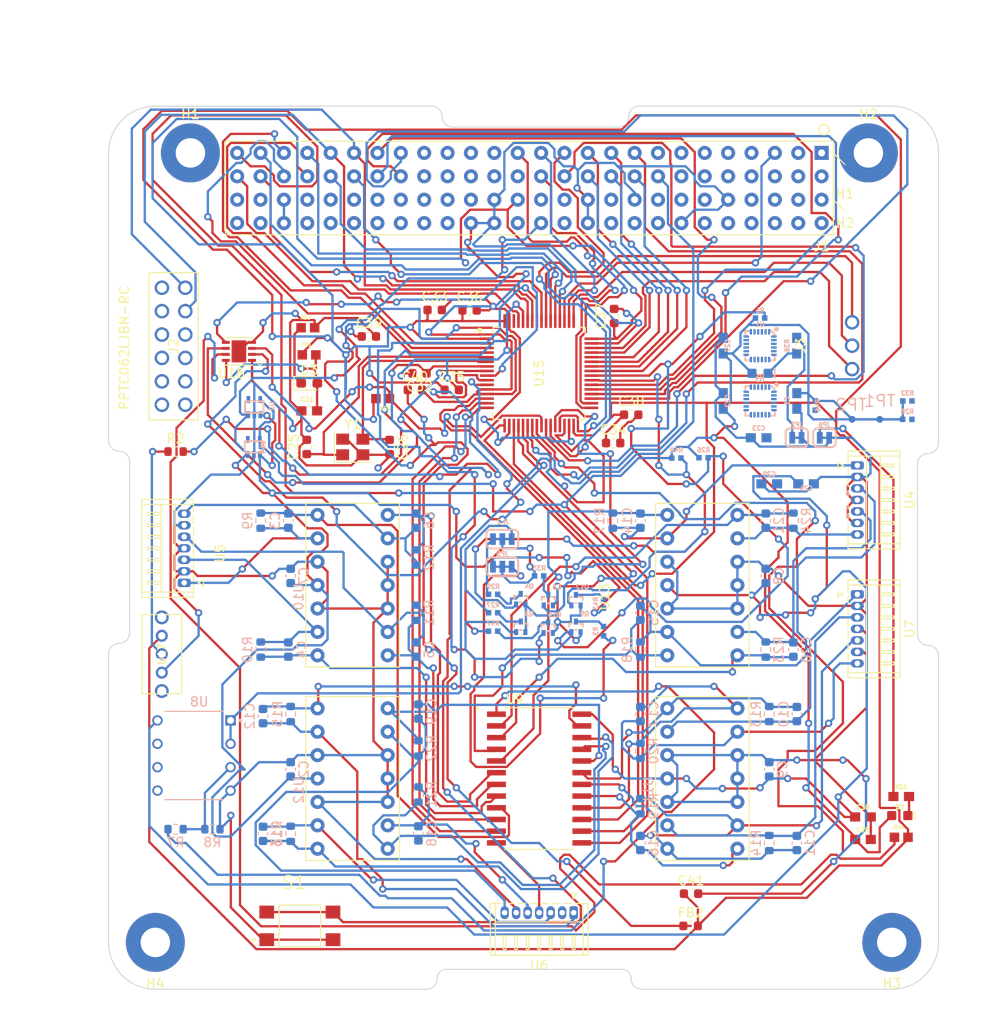
<source format=kicad_pcb>
(kicad_pcb (version 20211014) (generator pcbnew)
  (layers (0 "F.Cu" signal) (1 "In1.Cu" power) (2 "In2.Cu" power) (31 "B.Cu" signal) (34 "B.Paste" user) (35 "F.Paste" user) (36 "B.SilkS" user "B.Silkscreen") (37 "F.SilkS" user "F.Silkscreen") (38 "B.Mask" user) (39 "F.Mask" user) (44 "Edge.Cuts" user))
  (net 0 "")
  (net 9 "PC10")
  (net 20 "PA6")
  (net 21 "PA7")
  (net 22 "PA8")
  (net 23 "PA9")
  (net 24 "PA10")
  (net 25 "PA11")
  (net 26 "PA12")
  (net 27 "PB10")
  (net 28 "PB0")
  (net 29 "PA15")
  (net 30 "PB12")
  (net 31 "PB13")
  (net 41 "PB14")
  (net 42 "PB15")
  (net 43 "PC6")
  (net 44 "PC7")
  (net 45 "Net-(J1-Pad41)")
  (net 46 "PB1")
  (net 47 "Net-(J1-Pad43)")
  (net 48 "PC11")
  (net 49 "PC12")
  (net 50 "PC13")
  (net 51 "PC14")
  (net 52 "PC15")
  (net 53 "PD2")
  (net 54 "PB4")
  (net 55 "PB11")
  (net 56 "PB8")
  (net 61 "GND")
  (net 65 "+5V")
  (net 67 "+3V3")
  (net 70 "1.8V")
  (net 71 "/AD0{slash}SDO_2")
  (net 81 "/AD0{slash}SDO_VIN_2")
  (net 82 "IMU_SCL")
  (net 93 "/SCL{slash}SCLK_VIN")
  (net 97 "/AD0{slash}SDO")
  (net 99 "/AD0{slash}SDO_VIN")
  (net 101 "IMU_SDA")
  (net 102 "/SDA{slash}SDI_VIN_2")
  (net 109 "/SCL{slash}SCLK_VIN_2")
  (net 110 "/SDA{slash}SDI_VIN")
  (net 111 "Net-(JP5-Pad1)")
  (net 112 "Net-(JP5-Pad3)")
  (net 113 "Net-(JP2-Pad1)")
  (net 114 "Net-(JP2-Pad3)")
  (net 115 "Net-(JP3-Pad2)")
  (net 116 "Net-(JP6-Pad2)")
  (net 120 "Net-(C23-Pad1)")
  (net 126 "Net-(C29-Pad1)")
  (net 131 "Net-(D1-PadC)")
  (net 132 "Net-(D2-PadC)")
  (net 133 "Net-(C31-Pad2)")
  (net 134 "GPIO1")
  (net 135 "SPI1_SCK")
  (net 136 "SPI1_MOSI")
  (net 137 "GPIO2")
  (net 138 "SPI1_MISO")
  (net 139 "SPI1_NSS")
  (net 140 "Net-(D3-Pad1)")
  (net 141 "PD2_O2")
  (net 142 "PD4_O3")
  (net 143 "Net-(C17-Pad2)")
  (net 144 "Net-(C18-Pad1)")
  (net 145 "PD3_O3")
  (net 146 "Net-(C19-Pad2)")
  (net 147 "Net-(C20-Pad1)")
  (net 148 "PD3_O2")
  (net 149 "PD4_O2")
  (net 150 "Net-(C21-Pad2)")
  (net 151 "Net-(C16-Pad1)")
  (net 152 "PD3_O4")
  (net 153 "MuxOut_1")
  (net 154 "Net-(R7-Pad2)")
  (net 155 "Net-(C3-Pad1)")
  (net 156 "PD1_O1")
  (net 157 "PD2_O1")
  (net 158 "Net-(C5-Pad1)")
  (net 159 "PD3_O1")
  (net 160 "PD4_O1")
  (net 161 "Net-(C6-Pad2)")
  (net 162 "Net-(C10-Pad1)")
  (net 163 "PD1_O4")
  (net 164 "PD2_O4")
  (net 165 "Net-(C12-Pad1)")
  (net 166 "PD1_O3")
  (net 167 "PD2_O3")
  (net 168 "Net-(C14-Pad1)")
  (net 169 "PD1_O2")
  (net 170 "MuxS0")
  (net 171 "MuxS1")
  (net 172 "MuxS3")
  (net 173 "MuxS2")
  (net 174 "MuxEnable")
  (net 175 "/SW_BOOT0")
  (net 176 "RCC_OSC_IN")
  (net 177 "RCC_OSC_OUT")
  (net 178 "/BOOT0")
  (net 179 "/NRST")
  (net 180 "+3.3VA")
  (net 181 "MuxOut")
  (net 182 "SYS_JTMS-SWDIO")
  (net 183 "PB9")
  (net 184 "SYS_JTDO-TRACESWO")
  (net 185 "SYS_JTCK-SWCLK")
  (net 199 "PD4_O4")
  (net 200 "Net-(C15-Pad1)")
  (net 201 "Net-(C4-Pad1)")
  (net 202 "Net-(C11-Pad1)")
  (net 203 "Net-(C13-Pad1)")
  (footprint "STM32_Breakout:SON65P300X300X95-8N" (layer "F.Cu") (at 123.38 73.62 180)
    (fp_text reference "U16")
    (fp_text value "MR25H10MDF")
  )
  (footprint "Capacitor_SMD:C_0603_1608Metric" (layer "F.Cu") (at 143 76 180)
    (fp_text reference "C32")
    (fp_text value "100n")
  )
  (footprint "Connector_Hirose:Hirose_DF13-07P-1.25DS_1x07_P1.25mm_Horizontal" (layer "F.Cu") (at 190.5675 86 -90)
    (fp_text reference "U4")
    (fp_text value "DF13-7P-1.25DS(20)")
  )
  (footprint "MountingHole:MountingHole_3.2mm_M3_Pad_TopBottom" (layer "F.Cu") (at 191.77 52.07)
    (fp_text reference "H2")
    (fp_text value "MountingHole_Pad")
  )
  (footprint "STM32_Breakout:CAPC1608X90" (layer "F.Cu") (at 131.0225 80.08)
    (fp_text reference "C31")
    (fp_text value "100n")
  )
  (footprint "Capacitor_SMD:C_0603_1608Metric" (layer "F.Cu") (at 164.15 69.78 90)
    (fp_text reference "C37")
    (fp_text value "100n")
  )
  (footprint "Footprints_QSAT:1x3_Connector_Female" (layer "F.Cu") (at 184.92 73 90)
    (fp_text reference "J3")
    (fp_text value "Conn_01x03_Female")
  )
  (footprint "MountingHole:MountingHole_3.2mm_M3_Pad_TopBottom" (layer "F.Cu") (at 118.11 52.07)
    (fp_text reference "H1")
    (fp_text value "MountingHole_Pad")
  )
  (footprint "Capacitor_SMD:C_0603_1608Metric" (layer "F.Cu") (at 142.5 77.8)
    (fp_text reference "C40")
    (fp_text value "1u")
  )
  (footprint "Footprints_QSAT:QFP50P1200X1200X160-64N" (layer "F.Cu") (at 156 76)
    (fp_text reference "U15")
    (fp_text value "STM32F103RET6")
  )
  (footprint "STM32_Breakout:RESC1607X60N" (layer "F.Cu") (at 139 78.75 180)
    (fp_text reference "R55")
    (fp_text value "10k")
  )
  (footprint "Footprints_QSAT:1825232-1" (layer "F.Cu") (at 115 106.5 90)
    (fp_text reference "U17")
    (fp_text value "1825232-1")
  )
  (footprint "MountingHole:MountingHole_3.2mm_M3_Pad_TopBottom" (layer "F.Cu") (at 114.3 137.795)
    (fp_text reference "H4")
    (fp_text value "MountingHole_Pad")
  )
  (footprint "STM32_Breakout:RESC1607X60N" (layer "F.Cu") (at 130.87 71.05)
    (fp_text reference "R53")
    (fp_text value "2k2")
  )
  (footprint "SparkFun_IMU_Breakout_ICM-20948:0603" (layer "F.Cu") (at 191.1824 126.6194)
    (fp_text reference "C28")
    (fp_text value "0.1uF")
  )
  (footprint "Connector_Hirose:Hirose_DF13-07P-1.25DS_1x07_P1.25mm_Horizontal" (layer "F.Cu") (at 190.5675 100 -90)
    (fp_text reference "U7")
    (fp_text value "DF13-7P-1.25DS(20)")
  )
  (footprint "Capacitor_SMD:C_0603_1608Metric" (layer "F.Cu") (at 148.44 69.16)
    (fp_text reference "C36")
    (fp_text value "100n")
  )
  (footprint "Footprints_QSAT:SOIC127P1030X265-24N" (layer "F.Cu") (at 156 120)
    (fp_text reference "U9")
    (fp_text value "CD74HC4067M96")
  )
  (footprint "Capacitor_SMD:C_0603_1608Metric" (layer "F.Cu") (at 144.65 69.12)
    (fp_text reference "C33")
    (fp_text value "10u")
  )
  (footprint "Capacitor_SMD:C_0603_1608Metric" (layer "F.Cu") (at 137.5 72)
    (fp_text reference "C39")
    (fp_text value "10n")
  )
  (footprint "Capacitor_SMD:C_0603_1608Metric" (layer "F.Cu") (at 139.75 84 -90)
    (fp_text reference "C26")
    (fp_text value "10p")
  )
  (footprint "Capacitor_SMD:C_0603_1608Metric" (layer "F.Cu") (at 130.75 84 90)
    (fp_text reference "C25")
    (fp_text value "10p")
  )
  (footprint "Connector_Hirose:Hirose_DF13-07P-1.25DS_1x07_P1.25mm_Horizontal" (layer "F.Cu") (at 117.4325 98.75 90)
    (fp_text reference "U5")
    (fp_text value "DF13-7P-1.25DS(20)")
  )
  (footprint "Connector_Hirose:Hirose_DF13-07P-1.25DS_1x07_P1.25mm_Horizontal" (layer "F.Cu") (at 159.75 134.5675 180)
    (fp_text reference "U6")
    (fp_text value "DF13-7P-1.25DS(20)")
  )
  (footprint "SparkFun_IMU_Breakout_ICM-20948:LED-0603" (layer "F.Cu") (at 195.184 124.02185)
    (fp_text reference "D2")
    (fp_text value "RED")
  )
  (footprint "pc104-connector:pc104-connector" (layer "F.Cu") (at 156.21 54.61 -90)
    (fp_text reference "J1")
    (fp_text value "PC104_Connector")
  )
  (footprint "LED_SMD:LED_0603_1608Metric_Pad1.05x0.95mm_HandSolder" (layer "F.Cu") (at 131.0225 77.08)
    (fp_text reference "D3")
    (fp_text value "RED")
  )
  (footprint "Capacitor_SMD:C_0603_1608Metric" (layer "F.Cu") (at 172.5 132.5)
    (fp_text reference "C41")
    (fp_text value "1u")
  )
  (footprint "MountingHole:MountingHole_3.2mm_M3_Pad_TopBottom" (layer "F.Cu") (at 194.31 137.795)
    (fp_text reference "H3")
    (fp_text value "MountingHole_Pad")
  )
  (footprint "Inductor_SMD:L_0603_1608Metric" (layer "F.Cu") (at 172.46 136)
    (fp_text reference "FB2")
    (fp_text value "FerriteBead")
  )
  (footprint "STM32_Breakout:RESC1607X60N" (layer "F.Cu") (at 195.34 126.38)
    (fp_text reference "R54")
    (fp_text value "10k")
  )
  (footprint "Capacitor_SMD:C_0603_1608Metric" (layer "F.Cu") (at 146.5 77.8)
    (fp_text reference "C35")
    (fp_text value "100n")
  )
  (footprint "Resistor_SMD:R_0603_1608Metric" (layer "F.Cu") (at 116.5 84.5)
    (fp_text reference "R2")
    (fp_text value "10k")
  )
  (footprint "Capacitor_SMD:C_0603_1608Metric" (layer "F.Cu") (at 166 80.5)
    (fp_text reference "C38")
    (fp_text value "100n")
  )
  (footprint "Capacitor_SMD:C_0603_1608Metric" (layer "F.Cu") (at 164.04 83.57)
    (fp_text reference "C34")
    (fp_text value "100n")
  )
  (footprint "STM32_Breakout:INDUC1607X60N" (layer "F.Cu") (at 131 74)
    (fp_text reference "FB1")
    (fp_text value "100R @ 100 MHz")
  )
  (footprint "Footprints_QSAT:SW_TL3305CF260QG" (layer "F.Cu") (at 130 136)
    (fp_text reference "S1")
    (fp_text value "TL3305CF260QG")
  )
  (footprint "Footprints_QSAT:PPTC062LJBN-RC" (layer "F.Cu") (at 115.013 79.413 90)
    (fp_text reference "J2")
    (fp_text value "PPTC062LJBN-RC")
  )
  (footprint "Crystal:Crystal_SMD_3225-4Pin_3.2x2.5mm" (layer "F.Cu") (at 135.75 84)
    (fp_text reference "Y1")
    (fp_text value "Crystal_GND24")
  )
  (footprint "SparkFun_IMU_Breakout_ICM-20948:0603" (layer "F.Cu") (at 195.34 121.95)
    (fp_text reference "R51")
    (fp_text value "220")
  )
  (footprint "SparkFun_IMU_Breakout_ICM-20948:0603" (layer "F.Cu") (at 191.1824 124.1694)
    (fp_text reference "C30")
    (fp_text value "1.0uF")
  )
  (footprint "SparkFun_IMU_Breakout_ICM-20948:SOT-416FL" (layer "B.Cu") (at 160 100.1 180)
    (fp_text reference "Q12")
    (fp_text value "20V/0.2A/8MHz/1.2Ω/1Vth")
  )
  (footprint "SparkFun_IMU_Breakout_ICM-20948:0603" (layer "B.Cu") (at 184 79 -90)
    (fp_text reference "C1")
    (fp_text value "1.0uF")
  )
  (footprint "SparkFun_IMU_Breakout_ICM-20948:SMT-JUMPER_3_2-NC_TRACE_SILK" (layer "B.Cu") (at 152 97 180)
    (fp_text reference "JP5")
    (fp_text value "I2C PU")
  )
  (footprint "SparkFun_IMU_Breakout_ICM-20948:LED-0603" (layer "B.Cu") (at 180 76)
    (fp_text reference "D1")
    (fp_text value "RED")
  )
  (footprint "Resistor_SMD:R_0603_1608Metric" (layer "B.Cu") (at 180.62 106 90)
    (fp_text reference "R23")
    (fp_text value "R")
  )
  (footprint "Resistor_SMD:R_0603_1608Metric" (layer "B.Cu") (at 164 92 -90)
    (fp_text reference "R17")
    (fp_text value "R")
  )
  (footprint "Footprints_QSAT:Op-Amp" (layer "B.Cu") (at 167.38 121.27 -90)
    (fp_text reference "U11")
    (fp_text value "Op-Amp")
  )
  (footprint "SparkFun_IMU_Breakout_ICM-20948:0603" (layer "B.Cu") (at 176 79 90)
    (fp_text reference "C22")
    (fp_text value "0.1uF")
  )
  (footprint "Capacitor_SMD:C_0603_1608Metric" (layer "B.Cu") (at 142.63 92 90)
    (fp_text reference "C6")
    (fp_text value "C")
  )
  (footprint "SparkFun_IMU_Breakout_ICM-20948:0402-TIGHT" (layer "B.Cu") (at 151 104 180)
    (fp_text reference "R47")
    (fp_text value "2.2k")
  )
  (footprint "Resistor_SMD:R_0603_1608Metric" (layer "B.Cu") (at 116.5 125.5)
    (fp_text reference "R7")
    (fp_text value "1Meg")
  )
  (footprint "Capacitor_SMD:C_0603_1608Metric" (layer "B.Cu") (at 142.63 106 90)
    (fp_text reference "C5")
    (fp_text value "C")
  )
  (footprint "Capacitor_SMD:C_0603_1608Metric" (layer "B.Cu") (at 142.88 125.955 90)
    (fp_text reference "C18")
    (fp_text value "C")
  )
  (footprint "Capacitor_SMD:C_0603_1608Metric" (layer "B.Cu") (at 167 92 -90)
    (fp_text reference "C14")
    (fp_text value "C")
  )
  (footprint "SparkFun_IMU_Breakout_ICM-20948:QFN24-3X3" (layer "B.Cu") (at 180 79 180)
    (fp_text reference "U3")
    (fp_text value "9DoF IMU")
  )
  (footprint "SparkFun_IMU_Breakout_ICM-20948:0402-TIGHT" (layer "B.Cu") (at 186 79.5 90)
    (fp_text reference "R46")
    (fp_text value "2.2k")
  )
  (footprint "Capacitor_SMD:C_0603_1608Metric" (layer "B.Cu") (at 128.75 92 -90)
    (fp_text reference "C3")
    (fp_text value "C")
  )
  (footprint "SparkFun_IMU_Breakout_ICM-20948:SOT-416FL" (layer "B.Cu") (at 157 100.1 180)
    (fp_text reference "Q6")
    (fp_text value "20V/0.2A/8MHz/1.2Ω/1Vth")
  )
  (footprint "Footprints_QSAT:DIP794W45P254L959H508Q8" (layer "B.Cu") (at 118.5 117.5 180)
    (fp_text reference "U8")
    (fp_text value "LM358")
  )
  (footprint "Footprints_QSAT:Op-Amp" (layer "B.Cu") (at 167.38 100.27 -90)
    (fp_text reference "U13")
    (fp_text value "Op-Amp")
  )
  (footprint "SparkFun_IMU_Breakout_ICM-20948:QFN24-3X3" (layer "B.Cu") (at 180 73 180)
    (fp_text reference "U1")
    (fp_text value "9DoF IMU")
  )
  (footprint "SparkFun_IMU_Breakout_ICM-20948:PAD.03X.03" (layer "B.Cu") (at 190 81 180)
    (fp_text reference "TP2")
    (fp_text value "1.8V")
  )
  (footprint "Resistor_SMD:R_0603_1608Metric" (layer "B.Cu") (at 167 106 -90)
    (fp_text reference "R18")
    (fp_text value "R")
  )
  (footprint "Capacitor_SMD:C_0603_1608Metric" (layer "B.Cu") (at 126 113.225 -90)
    (fp_text reference "C12")
    (fp_text value "C")
  )
  (footprint "Capacitor_SMD:C_0603_1608Metric" (layer "B.Cu") (at 167 102 90)
    (fp_text reference "C15")
    (fp_text value "C")
  )
  (footprint "Footprints_QSAT:Op-Amp" (layer "B.Cu") (at 129.38 100.27 -90)
    (fp_text reference "U10")
    (fp_text value "Op-Amp")
  )
  (footprint "Capacitor_SMD:C_0603_1608Metric" (layer "B.Cu") (at 129 98 90)
    (fp_text reference "C7")
    (fp_text value "C")
  )
  (footprint "SparkFun_IMU_Breakout_ICM-20948:SMT-JUMPER_2_NC_TRACE_SILK" (layer "B.Cu") (at 187 83 180)
    (fp_text reference "JP6")
    (fp_text value "LED")
  )
  (footprint "Capacitor_SMD:C_0603_1608Metric" (layer "B.Cu") (at 180.62 98 90)
    (fp_text reference "C8")
    (fp_text value "C")
  )
  (footprint "Resistor_SMD:R_0603_1608Metric" (layer "B.Cu") (at 183.62 92 90)
    (fp_text reference "R24")
    (fp_text value "R")
  )
  (footprint "Capacitor_SMD:C_0603_1608Metric" (layer "B.Cu") (at 129 119 90)
    (fp_text reference "C2")
    (fp_text value "C")
  )
  (footprint "Capacitor_SMD:C_0603_1608Metric" (layer "B.Cu") (at 183.62 106 90)
    (fp_text reference "C20")
    (fp_text value "C")
  )
  (footprint "SparkFun_IMU_Breakout_ICM-20948:0603" (layer "B.Cu") (at 185 88)
    (fp_text reference "C24")
    (fp_text value "1.0uF")
  )
  (footprint "Resistor_SMD:R_0603_1608Metric" (layer "B.Cu") (at 129 113 -90)
    (fp_text reference "R15")
    (fp_text value "R")
  )
  (footprint "Capacitor_SMD:C_0603_1608Metric" (layer "B.Cu") (at 167 127 90)
    (fp_text reference "C16")
    (fp_text value "C")
  )
  (footprint "Resistor_SMD:R_0603_1608Metric" (layer "B.Cu") (at 129 126 -90)
    (fp_text reference "R16")
    (fp_text value "R")
  )
  (footprint "Resistor_SMD:R_0603_1608Metric" (layer "B.Cu") (at 181 127 -90)
    (fp_text reference "R14")
    (fp_text value "R")
  )
  (footprint "SparkFun_IMU_Breakout_ICM-20948:SMT-JUMPER_3_2-NC_TRACE_SILK" (layer "B.Cu") (at 152 94 180)
    (fp_text reference "JP2")
    (fp_text value "I2C PU")
  )
  (footprint "Resistor_SMD:R_0603_1608Metric" (layer "B.Cu") (at 167 117 90)
    (fp_text reference "R20")
    (fp_text value "R")
  )
  (footprint "SparkFun_IMU_Breakout_ICM-20948:0402-TIGHT" (layer "B.Cu") (at 163 101 -90)
    (fp_text reference "R43")
    (fp_text value "2.2k")
  )
  (footprint "Resistor_SMD:R_0603_1608Metric" (layer "B.Cu") (at 142.88 116.73 90)
    (fp_text reference "R22")
    (fp_text value "R")
  )
  (footprint "SparkFun_IMU_Breakout_ICM-20948:0402-TIGHT" (layer "B.Cu") (at 196 81 180)
    (fp_text reference "R28")
    (fp_text value "2.2k")
  )
  (footprint "Resistor_SMD:R_0603_1608Metric" (layer "B.Cu") (at 142.63 102 90)
    (fp_text reference "R11")
    (fp_text value "R")
  )
  (footprint "Capacitor_SMD:C_0603_1608Metric" (layer "B.Cu") (at 126 126 90)
    (fp_text reference "C13")
    (fp_text value "C")
  )
  (footprint "Resistor_SMD:R_0603_1608Metric" (layer "B.Cu") (at 125.75 92 -90)
    (fp_text reference "R9")
    (fp_text value "R")
  )
  (footprint "SparkFun_IMU_Breakout_ICM-20948:PAD.03X.03" (layer "B.Cu") (at 193 81 180)
    (fp_text reference "TP1")
    (fp_text value "1.8V")
  )
  (footprint "Resistor_SMD:R_0603_1608Metric" (layer "B.Cu") (at 120.5 125.5)
    (fp_text reference "R8")
    (fp_text value "2Meg")
  )
  (footprint "Resistor_SMD:R_0603_1608Metric" (layer "B.Cu") (at 181 113 -90)
    (fp_text reference "R13")
    (fp_text value "R")
  )
  (footprint "SparkFun_IMU_Breakout_ICM-20948:0402-TIGHT" (layer "B.Cu") (at 170.91 85.2 180)
    (fp_text reference "R40")
    (fp_text value "2.2k")
  )
  (footprint "SparkFun_IMU_Breakout_ICM-20948:SOT-416FL" (layer "B.Cu") (at 154 103 180)
    (fp_text reference "Q3")
    (fp_text value "20V/0.2A/8MHz/1.2Ω/1Vth")
  )
  (footprint "SparkFun_IMU_Breakout_ICM-20948:0402-TIGHT" (layer "B.Cu") (at 156 98 180)
    (fp_text reference "R33")
    (fp_text value "2.2k")
  )
  (footprint "Resistor_SMD:R_0603_1608Metric" (layer "B.Cu") (at 125.75 106 -90)
    (fp_text reference "R10")
    (fp_text value "R")
  )
  (footprint "Capacitor_SMD:C_0603_1608Metric" (layer "B.Cu") (at 167 113 90)
    (fp_text reference "C17")
    (fp_text value "C")
  )
  (footprint "Resistor_SMD:R_0603_1608Metric" (layer "B.Cu") (at 142.88 121.73 90)
    (fp_text reference "R21")
    (fp_text value "R")
  )
  (footprint "Capacitor_SMD:C_0603_1608Metric" (layer "B.Cu") (at 184 127 90)
    (fp_text reference "C11")
    (fp_text value "C")
  )
  (footprint "Capacitor_SMD:C_0603_1608Metric" (layer "B.Cu") (at 128.75 106 90)
    (fp_text reference "C4")
    (fp_text value "C")
  )
  (footprint "Capacitor_SMD:C_0603_1608Metric" (layer "B.Cu") (at 180.62 92 90)
    (fp_text reference "C21")
    (fp_text value "C")
  )
  (footprint "Footprints_QSAT:Op-Amp" (layer "B.Cu") (at 129.38 121.27 -90)
    (fp_text reference "U12")
    (fp_text value "Op-Amp")
  )
  (footprint "SparkFun_IMU_Breakout_ICM-20948:0402-TIGHT" (layer "B.Cu") (at 173.86 85.17 180)
    (fp_text reference "R26")
    (fp_text value "2.2k")
  )
  (footprint "SparkFun_IMU_Breakout_ICM-20948:0603" (layer "B.Cu") (at 181 88 180)
    (fp_text reference "C29")
    (fp_text value "0.1uF")
  )
  (footprint "SparkFun_IMU_Breakout_ICM-20948:0603" (layer "B.Cu") (at 176 73 90)
    (fp_text reference "C27")
    (fp_text value "1.0uF")
  )
  (footprint "SparkFun_IMU_Breakout_ICM-20948:SC70" (layer "B.Cu") (at 125 84 180)
    (fp_text reference "U14")
    (fp_text value "1.8V/100mA")
  )
  (footprint "SparkFun_IMU_Breakout_ICM-20948:SOT-416FL" (layer "B.Cu") (at 160 103 180)
    (fp_text reference "Q9")
    (fp_text value "20V/0.2A/8MHz/1.2Ω/1Vth")
  )
  (footprint "SparkFun_IMU_Breakout_ICM-20948:SOT-416FL" (layer "B.Cu") (at 154 100 180)
    (fp_text reference "Q4")
    (fp_text value "20V/0.2A/8MHz/1.2Ω/1Vth")
  )
  (footprint "Resistor_SMD:R_0603_1608Metric" (layer "B.Cu") (at 167 123 90)
    (fp_text reference "R19")
    (fp_text value "R")
  )
  (footprint "SparkFun_IMU_Breakout_ICM-20948:0603" (layer "B.Cu") (at 183.98 73 -90)
    (fp_text reference "R36")
    (fp_text value "220")
  )
  (footprint "Capacitor_SMD:C_0603_1608Metric" (layer "B.Cu") (at 142.88 112.73 90)
    (fp_text reference "C19")
    (fp_text value "C")
  )
  (footprint "SparkFun_IMU_Breakout_ICM-20948:SC70" (layer "B.Cu") (at 125.05 79.67 180)
    (fp_text reference "U2")
    (fp_text value "1.8V/100mA")
  )
  (footprint "SparkFun_IMU_Breakout_ICM-20948:0402-TIGHT" (layer "B.Cu") (at 151 100 180)
    (fp_text reference "R29")
    (fp_text value "2.2k")
  )
  (footprint "SparkFun_IMU_Breakout_ICM-20948:0402-TIGHT" (layer "B.Cu") (at 163 104 -90)
    (fp_text reference "R3")
    (fp_text value "2.2k")
  )
  (footprint "SparkFun_IMU_Breakout_ICM-20948:0402-TIGHT" (layer "B.Cu") (at 151 102 180)
    (fp_text reference "R27")
    (fp_text value "2.2k")
  )
  (footprint "SparkFun_IMU_Breakout_ICM-20948:0402-TIGHT" (layer "B.Cu") (at 196.01 79 180)
    (fp_text reference "R32")
    (fp_text value "2.2k")
  )
  (footprint "SparkFun_IMU_Breakout_ICM-20948:SMT-JUMPER_2_NC_TRACE_SILK" (layer "B.Cu") (at 184 83 180)
    (fp_text reference "JP3")
    (fp_text value "LED")
  )
  (footprint "Resistor_SMD:R_0603_1608Metric" (layer "B.Cu") (at 142.63 96 90)
    (fp_text reference "R12")
    (fp_text value "R")
  )
  (footprint "SparkFun_IMU_Breakout_ICM-20948:0402-TIGHT" (layer "B.Cu") (at 180 70 180)
    (fp_text reference "R1")
    (fp_text value "2.2k")
  )
  (footprint "SparkFun_IMU_Breakout_ICM-20948:SOT-416FL" (layer "B.Cu") (at 156.98 103.095 180)
    (fp_text reference "Q14")
    (fp_text value "20V/0.2A/8MHz/1.2Ω/1Vth")
  )
  (footprint "SparkFun_IMU_Breakout_ICM-20948:0603" (layer "B.Cu") (at 179.85 83 180)
    (fp_text reference "C23")
    (fp_text value "0.1uF")
  )
  (footprint "Capacitor_SMD:C_0603_1608Metric" (layer "B.Cu") (at 184 113 -90)
    (fp_text reference "C10")
    (fp_text value "C")
  )
  (footprint "Capacitor_SMD:C_0603_1608Metric" (layer "B.Cu") (at 181 119 90)
    (fp_text reference "C9")
    (fp_text value "C")
  )
  (gr_circle (center 186.944 49.53) (end 187.452 49.276) (layer "F.SilkS") (width 0.15) (fill none))
  (gr_arc (start 109.22 52.07) (mid 110.707898 48.477898) (end 114.3 46.99) (layer "Edge.Cuts") (width 0.1))
  (gr_arc (start 144.318223 46.99) (mid 145.126446 47.324777) (end 145.461223 48.133) (layer "Edge.Cuts") (width 0.1))
  (gr_line (start 199.39 83.566) (end 199.39 52.07) (layer "Edge.Cuts") (width 0.1))
  (gr_arc (start 198.247 105.537) (mid 199.055223 105.871777) (end 199.39 106.68) (layer "Edge.Cuts") (width 0.1))
  (gr_arc (start 110.363 84.455) (mid 111.171223 84.789777) (end 111.506 85.598) (layer "Edge.Cuts") (width 0.1))
  (gr_arc (start 109.22 106.472223) (mid 109.554777 105.664) (end 110.363 105.329223) (layer "Edge.Cuts") (width 0.1))
  (gr_line (start 146.604223 49.276) (end 164.592 49.276) (layer "Edge.Cuts") (width 0.1))
  (gr_arc (start 199.39 137.795) (mid 197.902102 141.387102) (end 194.31 142.875) (layer "Edge.Cuts") (width 0.1))
  (gr_arc (start 199.39 83.566) (mid 199.055223 84.374223) (end 198.247 84.709) (layer "Edge.Cuts") (width 0.1))
  (gr_line (start 114.3 46.99) (end 144.318223 46.99) (layer "Edge.Cuts") (width 0.1))
  (gr_line (start 109.22 106.472223) (end 109.22 137.795) (layer "Edge.Cuts") (width 0.1))
  (gr_arc (start 165.735 48.133) (mid 165.400223 48.941223) (end 164.592 49.276) (layer "Edge.Cuts") (width 0.1))
  (gr_arc (start 197.104 85.852) (mid 197.438777 85.043777) (end 198.247 84.709) (layer "Edge.Cuts") (width 0.1))
  (gr_arc (start 165.735 48.133) (mid 166.069777 47.324777) (end 166.878 46.99) (layer "Edge.Cuts") (width 0.1))
  (gr_line (start 166.878 46.99) (end 194.31 46.99) (layer "Edge.Cuts") (width 0.1))
  (gr_arc (start 167.132 142.875) (mid 166.323777 142.540223) (end 165.989 141.732) (layer "Edge.Cuts") (width 0.1))
  (gr_arc (start 144.907 141.732) (mid 145.20458 141.01358) (end 145.923 140.716) (layer "Edge.Cuts") (width 0.1))
  (gr_line (start 167.132 142.875) (end 194.31 142.875) (layer "Edge.Cuts") (width 0.1))
  (gr_line (start 197.104 104.394) (end 197.104 85.852) (layer "Edge.Cuts") (width 0.1))
  (gr_line (start 199.39 137.795) (end 199.39 106.68) (layer "Edge.Cuts") (width 0.1))
  (gr_line (start 114.3 142.875) (end 143.764 142.875) (layer "Edge.Cuts") (width 0.1))
  (gr_line (start 145.923 140.716) (end 164.973 140.716) (layer "Edge.Cuts") (width 0.1))
  (gr_arc (start 164.973 140.716) (mid 165.69142 141.01358) (end 165.989 141.732) (layer "Edge.Cuts") (width 0.1))
  (gr_arc (start 144.907 141.732) (mid 144.572223 142.540223) (end 143.764 142.875) (layer "Edge.Cuts") (width 0.1))
  (gr_arc (start 146.604223 49.276) (mid 145.796 48.941223) (end 145.461223 48.133) (layer "Edge.Cuts") (width 0.1))
  (gr_line (start 111.506 85.598) (end 111.506 104.186223) (layer "Edge.Cuts") (width 0.1))
  (gr_arc (start 111.506 104.186223) (mid 111.171223 104.994446) (end 110.363 105.329223) (layer "Edge.Cuts") (width 0.1))
  (gr_line (start 109.22 52.07) (end 109.22 83.312) (layer "Edge.Cuts") (width 0.1))
  (gr_arc (start 114.3 142.875) (mid 110.707898 141.387102) (end 109.22 137.795) (layer "Edge.Cuts") (width 0.1))
  (gr_arc (start 194.31 46.99) (mid 197.902102 48.477898) (end 199.39 52.07) (layer "Edge.Cuts") (width 0.1))
  (gr_arc (start 198.247 105.537) (mid 197.438777 105.202223) (end 197.104 104.394) (layer "Edge.Cuts") (width 0.1))
  (gr_arc (start 110.363 84.455) (mid 109.554777 84.120223) (end 109.22 83.312) (layer "Edge.Cuts") (width 0.1))
  (segment (start 158.75 67.917603) (end 160.417603 66.25) (width 0.25) (layer "F.Cu") (net 9))
  (segment (start 164.5 64) (end 179.5 64) (width 0.25) (layer "F.Cu") (net 9))
  (segment (start 158.75 70.33) (end 158.75 67.917603) (width 0.25) (layer "F.Cu") (net 9))
  (segment (start 160.417603 66.25) (end 162.25 66.25) (width 0.25) (layer "F.Cu") (net 9))
  (segment (start 162.25 66.25) (end 164.5 64) (width 0.25) (layer "F.Cu") (net 9))
  (via (at 179.5 64) (size 0.8) (drill 0.4) (layers "F.Cu" "B.Cu") (net 9))
  (segment (start 179.5 64) (end 180.157 63.343) (width 0.25) (layer "B.Cu") (net 9))
  (segment (start 180.157 53.523) (end 181.61 52.07) (width 0.25) (layer "B.Cu") (net 9))
  (segment (start 180.157 63.343) (end 180.157 53.523) (width 0.25) (layer "B.Cu") (net 9))
  (segment (start 155.25 83.363604) (end 155.25 83.75) (width 0.25) (layer "F.Cu") (net 20))
  (segment (start 155.25 83.9754) (end 155.6373 84.3627) (width 0.25) (layer "F.Cu") (net 20))
  (segment (start 154.75 82.863604) (end 155.25 83.363604) (width 0.25) (layer "F.Cu") (net 20))
  (segment (start 155.25 83.75) (end 155.25 83.9754) (width 0.25) (layer "F.Cu") (net 20))
  (segment (start 154.75 81.67) (end 154.75 82.863604) (width 0.25) (layer "F.Cu") (net 20))
  (via (at 155.6373 84.3627) (size 0.8) (drill 0.4) (layers "F.Cu" "B.Cu") (net 20))
  (segment (start 158.868198 87.512701) (end 159.062604 87.512701) (width 0.25) (layer "B.Cu") (net 20))
  (segment (start 166.613604 84.75) (end 169.25 84.75) (width 0.25) (layer "B.Cu") (net 20))
  (segment (start 170 59.777251) (end 170 55.7) (width 0.25) (layer "B.Cu") (net 20))
  (segment (start 172.75 62.527251) (end 170 59.777251) (width 0.25) (layer "B.Cu") (net 20))
  (segment (start 164.675903 86.687701) (end 166.613604 84.75) (width 0.25) (layer "B.Cu") (net 20))
  (segment (start 161.675903 86.687701) (end 164.675903 86.687701) (width 0.25) (layer "B.Cu") (net 20))
  (segment (start 156.0246 84.75) (end 156.936299 84.75) (width 0.25) (layer "B.Cu") (net 20))
  (segment (start 159.062604 87.512701) (end 159.487299 87.937396) (width 0.25) (layer "B.Cu") (net 20))
  (segment (start 160.426208 87.937396) (end 161.675903 86.687701) (width 0.25) (layer "B.Cu") (net 20))
  (segment (start 172.75 81.25) (end 172.75 62.527251) (width 0.25) (layer "B.Cu") (net 20))
  (segment (start 169.25 84.75) (end 172.75 81.25) (width 0.25) (layer "B.Cu") (net 20))
  (segment (start 157.687299 85.501) (end 157.687299 86.331802) (width 0.25) (layer "B.Cu") (net 20))
  (segment (start 156.936299 84.75) (end 157.687299 85.501) (width 0.25) (layer "B.Cu") (net 20))
  (segment (start 170 55.7) (end 168.91 54.61) (width 0.25) (layer "B.Cu") (net 20))
  (segment (start 159.487299 87.937396) (end 160.426208 87.937396) (width 0.25) (layer "B.Cu") (net 20))
  (segment (start 155.6373 84.3627) (end 156.0246 84.75) (width 0.25) (layer "B.Cu") (net 20))
  (segment (start 157.687299 86.331802) (end 158.868198 87.512701) (width 0.25) (layer "B.Cu") (net 20))
  (segment (start 171.987701 78.237701) (end 173.225402 77) (width 0.25) (layer "F.Cu") (net 21))
  (segment (start 173.225402 77) (end 190.75 77) (width 0.25) (layer "F.Cu") (net 21))
  (segment (start 155.25 82.727208) (end 155.25 81.67) (width 0.25) (layer "F.Cu") (net 21))
  (segment (start 167.5 60.183251) (end 167.5 53.2) (width 0.25) (layer "F.Cu") (net 21))
  (segment (start 170.066749 62.75) (end 167.5 60.183251) (width 0.25) (layer "F.Cu") (net 21))
  (segment (start 157.237299 86.288006) (end 157.237299 84.714507) (width 0.25) (layer "F.Cu") (net 21))
  (segment (start 159.762299 87) (end 157.949293 87) (width 0.25) (layer "F.Cu") (net 21))
  (segment (start 167.5 53.2) (end 166.37 52.07) (width 0.25) (layer "F.Cu") (net 21))
  (segment (start 189.75 62.75) (end 170.066749 62.75) (width 0.25) (layer "F.Cu") (net 21))
  (segment (start 157.237299 84.714507) (end 155.25 82.727208) (width 0.25) (layer "F.Cu") (net 21))
  (segment (start 191.1124 76.6376) (end 191.1124 64.1124) (width 0.25) (layer "F.Cu") (net 21))
  (segment (start 191.1124 64.1124) (end 189.75 62.75) (width 0.25) (layer "F.Cu") (net 21))
  (segment (start 157.949293 87) (end 157.237299 86.288006) (width 0.25) (layer "F.Cu") (net 21))
  (segment (start 190.75 77) (end 191.1124 76.6376) (width 0.25) (layer "F.Cu") (net 21))
  (via (at 159.762299 87) (size 0.8) (drill 0.4) (layers "F.Cu" "B.Cu") (net 21))
  (via (at 171.987701 78.237701) (size 0.8) (drill 0.4) (layers "F.Cu" "B.Cu") (net 21))
  (segment (start 164.489507 86.237701) (end 166.427208 84.3) (width 0.25) (layer "B.Cu") (net 21))
  (segment (start 169.063604 84.3) (end 171.987701 81.375903) (width 0.25) (layer "B.Cu") (net 21))
  (segment (start 159.762299 87) (end 160.244754 87.482455) (width 0.25) (layer "B.Cu") (net 21))
  (segment (start 166.427208 84.3) (end 169.063604 84.3) (width 0.25) (layer "B.Cu") (net 21))
  (segment (start 161.489507 86.237701) (end 164.489507 86.237701) (width 0.25) (layer "B.Cu") (net 21))
  (segment (start 171.987701 81.375903) (end 171.987701 78.237701) (width 0.25) (layer "B.Cu") (net 21))
  (segment (start 160.244754 87.482455) (end 161.489507 86.237701) (width 0.25) (layer "B.Cu") (net 21))
  (segment (start 171.75 71.25) (end 172 71) (width 0.25) (layer "F.Cu") (net 22))
  (segment (start 167.25 75.75) (end 171.75 71.25) (width 0.25) (layer "F.Cu") (net 22))
  (segment (start 172 71) (end 172 67) (width 0.25) (layer "F.Cu") (net 22))
  (segment (start 161.67 75.75) (end 167.25 75.75) (width 0.25) (layer "F.Cu") (net 22))
  (via (at 172 67) (size 0.8) (drill 0.4) (layers "F.Cu" "B.Cu") (net 22))
  (segment (start 167.457 55.697) (end 166.37 54.61) (width 0.25) (layer "B.Cu") (net 22))
  (segment (start 172 67) (end 172 66.75) (width 0.25) (layer "B.Cu") (net 22))
  (segment (start 167.457 62.207) (end 167.457 55.697) (width 0.25) (layer "B.Cu") (net 22))
  (segment (start 172 66.75) (end 167.457 62.207) (width 0.25) (layer "B.Cu") (net 22))
  (segment (start 164.917 53.157) (end 163.83 52.07) (width 0.25) (layer "F.Cu") (net 23))
  (segment (start 164.917 60.867096) (end 164.917 53.157) (width 0.25) (layer "F.Cu") (net 23))
  (segment (start 171 71.136396) (end 171 67) (width 0.25) (layer "F.Cu") (net 23))
  (segment (start 161.67 75.25) (end 166.886396 75.25) (width 0.25) (layer "F.Cu") (net 23))
  (segment (start 166.024952 61.975048) (end 164.917 60.867096) (width 0.25) (layer "F.Cu") (net 23))
  (segment (start 166.886396 75.25) (end 171 71.136396) (width 0.25) (layer "F.Cu") (net 23))
  (via (at 166.024952 61.975048) (size 0.8) (drill 0.4) (layers "F.Cu" "B.Cu") (net 23))
  (via (at 171 67) (size 0.8) (drill 0.4) (layers "F.Cu" "B.Cu") (net 23))
  (segment (start 166.024952 61.999647) (end 166.024952 61.975048) (width 0.25) (layer "B.Cu") (net 23))
  (segment (start 171 67) (end 171 66.974695) (width 0.25) (layer "B.Cu") (net 23))
  (segment (start 171 66.974695) (end 166.024952 61.999647) (width 0.25) (layer "B.Cu") (net 23))
  (segment (start 161.67 74.75) (end 166.75 74.75) (width 0.25) (layer "F.Cu") (net 24))
  (segment (start 166.75 74.75) (end 170 71.5) (width 0.25) (layer "F.Cu") (net 24))
  (segment (start 170 71.5) (end 170 67) (width 0.25) (layer "F.Cu") (net 24))
  (via (at 170 67) (size 0.8) (drill 0.4) (layers "F.Cu" "B.Cu") (net 24))
  (segment (start 164.917 55.697) (end 163.83 54.61) (width 0.25) (layer "B.Cu") (net 24))
  (segment (start 164.917 61.891695) (end 164.917 55.697) (width 0.25) (layer "B.Cu") (net 24))
  (segment (start 170 67) (end 170 66.974695) (width 0.25) (layer "B.Cu") (net 24))
  (segment (start 170 66.974695) (end 164.917 61.891695) (width 0.25) (layer "B.Cu") (net 24))
  (segment (start 162.377 53.157) (end 161.29 52.07) (width 0.25) (layer "F.Cu") (net 25))
  (segment (start 162.377 60.352402) (end 162.377 53.157) (width 0.25) (layer "F.Cu") (net 25))
  (segment (start 161.67 74.25) (end 166.25 74.25) (width 0.25) (layer "F.Cu") (net 25))
  (segment (start 166.25 74.25) (end 169 71.5) (width 0.25) (layer "F.Cu") (net 25))
  (segment (start 169 71.5) (end 169 67) (width 0.25) (layer "F.Cu") (net 25))
  (segment (start 164.012299 61.987701) (end 162.377 60.352402) (width 0.25) (layer "F.Cu") (net 25))
  (via (at 169 67) (size 0.8) (drill 0.4) (layers "F.Cu" "B.Cu") (net 25))
  (via (at 164.012299 61.987701) (size 0.8) (drill 0.4) (layers "F.Cu" "B.Cu") (net 25))
  (segment (start 169 67) (end 169 66.974695) (width 0.25) (layer "B.Cu") (net 25))
  (segment (start 169 66.974695) (end 164.013006 61.987701) (width 0.25) (layer "B.Cu") (net 25))
  (segment (start 164.013006 61.987701) (end 164.012299 61.987701) (width 0.25) (layer "B.Cu") (net 25))
  (segment (start 167 72) (end 168 71) (width 0.25) (layer "F.Cu") (net 26))
  (segment (start 161.67 73.75) (end 165.25 73.75) (width 0.25) (layer "F.Cu") (net 26))
  (segment (start 165.25 73.75) (end 167 72) (width 0.25) (layer "F.Cu") (net 26))
  (segment (start 168 71) (end 168 67) (width 0.25) (layer "F.Cu") (net 26))
  (via (at 168 67) (size 0.8) (drill 0.4) (layers "F.Cu" "B.Cu") (net 26))
  (segment (start 162.377 61.377) (end 162.377 55.697) (width 0.25) (layer "B.Cu") (net 26))
  (segment (start 162.377 55.697) (end 161.29 54.61) (width 0.25) (layer "B.Cu") (net 26))
  (segment (start 168 67) (end 162.377 61.377) (width 0.25) (layer "B.Cu") (net 26))
  (segment (start 161.321798 82.29) (end 160.215 82.29) (width 0.25) (layer "F.Cu") (net 27))
  (segment (start 163 62.937251) (end 160.203 60.140251) (width 0.25) (layer "F.Cu") (net 27))
  (segment (start 158.25 80.836862) (end 158.25 81.67) (width 0.25) (layer "F.Cu") (net 27))
  (segment (start 161.930899 81.680899) (end 161.321798 82.29) (width 0.25) (layer "F.Cu") (net 27))
  (segment (start 160.013138 80.6) (end 158.486862 80.6) (width 0.25) (layer "F.Cu") (net 27))
  (segment (start 160.203 57) (end 159.266 56.063) (width 0.25) (layer "F.Cu") (net 27))
  (segment (start 156.0255 65.762299) (end 156.0255 64.9745) (width 0.25) (layer "F.Cu") (net 27))
  (segment (start 157 64) (end 158.25 64) (width 0.25) (layer "F.Cu") (net 27))
  (segment (start 158.486862 80.6) (end 158.25 80.836862) (width 0.25) (layer "F.Cu") (net 27))
  (segment (start 157.663 53.157) (end 158.75 52.07) (width 0.25) (layer "F.Cu") (net 27))
  (segment (start 156.0255 64.9745) (end 157 64) (width 0.25) (layer "F.Cu") (net 27))
  (segment (start 159.266 56.063) (end 158.563 56.063) (width 0.25) (layer "F.Cu") (net 27))
  (segment (start 159.25 65) (end 162 65) (width 0.25) (layer "F.Cu") (net 27))
  (segment (start 158.563 56.063) (end 157.663 55.163) (width 0.25) (layer "F.Cu") (net 27))
  (segment (start 157.663 55.163) (end 157.663 53.157) (width 0.25) (layer "F.Cu") (net 27))
  (segment (start 160.215 82.29) (end 160.215 80.801862) (width 0.25) (layer "F.Cu") (net 27))
  (segment (start 158.25 64) (end 159.25 65) (width 0.25) (layer "F.Cu") (net 27))
  (segment (start 160.215 80.801862) (end 160.013138 80.6) (width 0.25) (layer "F.Cu") (net 27))
  (segment (start 162 65) (end 163 64) (width 0.25) (layer "F.Cu") (net 27))
  (segment (start 160.203 60.140251) (end 160.203 57) (width 0.25) (layer "F.Cu") (net 27))
  (segment (start 163 64) (end 163 62.937251) (width 0.25) (layer "F.Cu") (net 27))
  (via (at 156.0255 65.762299) (size 0.8) (drill 0.4) (layers "F.Cu" "B.Cu") (net 27))
  (via (at 161.930899 81.680899) (size 0.8) (drill 0.4) (layers "F.Cu" "B.Cu") (net 27))
  (segment (start 156.574549 66.820114) (end 158.254435 68.5) (width 0.25) (layer "B.Cu") (net 27))
  (segment (start 160.25 68.5) (end 163.25 71.5) (width 0.25) (layer "B.Cu") (net 27))
  (segment (start 156.574549 66.311348) (end 156.574549 66.820114) (width 0.25) (layer "B.Cu") (net 27))
  (segment (start 158.254435 68.5) (end 160.25 68.5) (width 0.25) (layer "B.Cu") (net 27))
  (segment (start 163.25 80.75) (end 162.319101 81.680899) (width 0.25) (layer "B.Cu") (net 27))
  (segment (start 163.25 71.5) (end 163.25 80.75) (width 0.25) (layer "B.Cu") (net 27))
  (segment (start 162.319101 81.680899) (end 161.930899 81.680899) (width 0.25) (layer "B.Cu") (net 27))
  (segment (start 156.0255 65.762299) (end 156.574549 66.311348) (width 0.25) (layer "B.Cu") (net 27))
  (segment (start 170.363 62.113) (end 170.363 53.363) (width 0.25) (layer "F.Cu") (net 28))
  (segment (start 170.363 53.363) (end 170.25 53.25) (width 0.25) (layer "F.Cu") (net 28))
  (segment (start 156.75 82.954416) (end 156.75 81.67) (width 0.25) (layer "F.Cu") (net 28))
  (segment (start 169.360251 50.983) (end 160.839749 50.983) (width 0.25) (layer "F.Cu") (net 28))
  (segment (start 170.25 53.25) (end 170.25 51.872749) (width 0.25) (layer "F.Cu") (net 28))
  (segment (start 159.837 51.985749) (end 159.837 53.523) (width 0.25) (layer "F.Cu") (net 28))
  (segment (start 190.387299 62.362701) (end 190.274598 62.25) (width 0.25) (layer "F.Cu") (net 28))
  (segment (start 170.969467 78.231337) (end 172.925304 76.2755) (width 0.25) (layer "F.Cu") (net 28))
  (segment (start 160.839749 50.983) (end 159.837 51.985749) (width 0.25) (layer "F.Cu") (net 28))
  (segment (start 161.2755 85.5) (end 161.2255 85.45) (width 0.25) (layer "F.Cu") (net 28))
  (segment (start 170.25 51.872749) (end 169.360251 50.983) (width 0.25) (layer "F.Cu") (net 28))
  (segment (start 161.2255 85.45) (end 159.245584 85.45) (width 0.25) (layer "F.Cu") (net 28))
  (segment (start 159.837 53.523) (end 158.75 54.61) (width 0.25) (layer "F.Cu") (net 28))
  (segment (start 159.245584 85.45) (end 156.75 82.954416) (width 0.25) (layer "F.Cu") (net 28))
  (segment (start 190.274598 62.25) (end 170.5 62.25) (width 0.25) (layer "F.Cu") (net 28))
  (segment (start 172.925304 76.2755) (end 187.75 76.2755) (width 0.25) (layer "F.Cu") (net 28))
  (segment (start 170.5 62.25) (end 170.363 62.113) (width 0.25) (layer "F.Cu") (net 28))
  (via (at 190.387299 62.362701) (size 0.8) (drill 0.4) (layers "F.Cu" "B.Cu") (net 28))
  (via (at 161.2755 85.5) (size 0.8) (drill 0.4) (layers "F.Cu" "B.Cu") (net 28))
  (via (at 187.75 76.2755) (size 0.8) (drill 0.4) (layers "F.Cu" "B.Cu") (net 28))
  (via (at 170.969467 78.231337) (size 0.8) (drill 0.4) (layers "F.Cu" "B.Cu") (net 28))
  (segment (start 187.75 76.2755) (end 188.1269 76.6524) (width 0.25) (layer "B.Cu") (net 28))
  (segment (start 166.240812 83.85) (end 168.877208 83.85) (width 0.25) (layer "B.Cu") (net 28))
  (segment (start 191.25 63.225402) (end 190.387299 62.362701) (width 0.25) (layer "B.Cu") (net 28))
  (segment (start 164.590812 85.5) (end 166.240812 83.85) (width 0.25) (layer "B.Cu") (net 28))
  (segment (start 170.969467 81.757741) (end 170.969467 78.231337) (width 0.25) (layer "B.Cu") (net 28))
  (segment (start 168.877208 83.85) (end 170.969467 81.757741) (width 0.25) (layer "B.Cu") (net 28))
  (segment (start 161.2755 85.5) (end 164.590812 85.5) (width 0.25) (layer "B.Cu") (net 28))
  (segment (start 191.25 75.863172) (end 191.25 63.225402) (width 0.25) (layer "B.Cu") (net 28))
  (segment (start 188.1269 76.6524) (end 190.460772 76.6524) (width 0.25) (layer "B.Cu") (net 28))
  (segment (start 190.460772 76.6524) (end 191.25 75.863172) (width 0.25) (layer "B.Cu") (net 28))
  (segment (start 162 67) (end 160.303999 67) (width 0.25) (layer "F.Cu") (net 29))
  (segment (start 159.25 68.053999) (end 159.25 70.33) (width 0.25) (layer "F.Cu") (net 29))
  (segment (start 160.303999 67) (end 159.25 68.053999) (width 0.25) (layer "F.Cu") (net 29))
  (via (at 162 67) (size 0.8) (drill 0.4) (layers "F.Cu" "B.Cu") (net 29))
  (segment (start 162 65.5) (end 157.297 60.797) (width 0.25) (layer "B.Cu") (net 29))
  (segment (start 162 67) (end 162 65.5) (width 0.25) (layer "B.Cu") (net 29))
  (segment (start 157.297 53.157) (end 156.21 52.07) (width 0.25) (layer "B.Cu") (net 29))
  (segment (start 157.297 60.797) (end 157.297 53.157) (width 0.25) (layer "B.Cu") (net 29))
  (segment (start 160.613604 79.75) (end 160.05 79.186396) (width 0.25) (layer "F.Cu") (net 30))
  (segment (start 160.615466 71.335) (end 160.615466 67.961325) (width 0.25) (layer "F.Cu") (net 30))
  (segment (start 157.297 60.140251) (end 157.297 55.697) (width 0.25) (layer "F.Cu") (net 30))
  (segment (start 161.67 79.75) (end 160.613604 79.75) (width 0.25) (layer "F.Cu") (net 30))
  (segment (start 160.615466 67.961325) (end 160.676791 67.9) (width 0.25) (layer "F.Cu") (net 30))
  (segment (start 157.933749 60.777) (end 157.297 60.140251) (width 0.25) (layer "F.Cu") (net 30))
  (segment (start 160.676791 67.9) (end 161.238299 67.9) (width 0.25) (layer "F.Cu") (net 30))
  (segment (start 161.975 62.788701) (end 159.963299 60.777) (width 0.25) (layer "F.Cu") (net 30))
  (segment (start 160.05 71.900466) (end 160.615466 71.335) (width 0.25) (layer "F.Cu") (net 30))
  (segment (start 160.05 79.186396) (end 160.05 71.900466) (width 0.25) (layer "F.Cu") (net 30))
  (segment (start 161.806772 63.718533) (end 161.975 63.550305) (width 0.25) (layer "F.Cu") (net 30))
  (segment (start 161.975 63.550305) (end 161.975 62.788701) (width 0.25) (layer "F.Cu") (net 30))
  (segment (start 161.513299 68.175) (end 162.486701 68.175) (width 0.25) (layer "F.Cu") (net 30))
  (segment (start 162.486701 68.175) (end 163.661701 67) (width 0.25) (layer "F.Cu") (net 30))
  (segment (start 159.963299 60.777) (end 157.933749 60.777) (width 0.25) (layer "F.Cu") (net 30))
  (segment (start 161.806772 64.08137) (end 161.806772 63.718533) (width 0.25) (layer "F.Cu") (net 30))
  (segment (start 163.661701 67) (end 164.25 67) (width 0.25) (layer "F.Cu") (net 30))
  (segment (start 161.238299 67.9) (end 161.513299 68.175) (width 0.25) (layer "F.Cu") (net 30))
  (segment (start 157.297 55.697) (end 156.21 54.61) (width 0.25) (layer "F.Cu") (net 30))
  (via (at 164.25 67) (size 0.8) (drill 0.4) (layers "F.Cu" "B.Cu") (net 30))
  (via (at 161.806772 64.08137) (size 0.8) (drill 0.4) (layers "F.Cu" "B.Cu") (net 30))
  (segment (start 161.806772 64.556772) (end 164.25 67) (width 0.25) (layer "B.Cu") (net 30))
  (segment (start 161.806772 64.08137) (end 161.806772 64.556772) (width 0.25) (layer "B.Cu") (net 30))
  (segment (start 159 61.70955) (end 155.249123 61.70955) (width 0.25) (layer "F.Cu") (net 31))
  (segment (start 159.799903 61.25) (end 159.45955 61.25) (width 0.25) (layer "F.Cu") (net 31))
  (segment (start 164.550305 67.725) (end 163.573097 67.725) (width 0.25) (layer "F.Cu") (net 31))
  (segment (start 160.5 72.086862) (end 160.5 79) (width 0.25) (layer "F.Cu") (net 31))
  (segment (start 154.757 53.157) (end 153.67 52.07) (width 0.25) (layer "F.Cu") (net 31))
  (segment (start 163.573097 67.725) (end 162.673097 68.625) (width 0.25) (layer "F.Cu") (net 31))
  (segment (start 161.25 62.700097) (end 159.799903 61.25) (width 0.25) (layer "F.Cu") (net 31))
  (segment (start 161.065466 71.521396) (end 160.5 72.086862) (width 0.25) (layer "F.Cu") (net 31))
  (segment (start 161.326903 68.625) (end 161.190951 68.489049) (width 0.25) (layer "F.Cu") (net 31))
  (segment (start 161.25 63.25) (end 161.25 62.700097) (width 0.25) (layer "F.Cu") (net 31))
  (segment (start 161.190951 68.489049) (end 161.065466 68.614534) (width 0.25) (layer "F.Cu") (net 31))
  (segment (start 160.75 79.25) (end 161.67 79.25) (width 0.25) (layer "F.Cu") (net 31))
  (segment (start 155.249123 61.70955) (end 154.757 61.217427) (width 0.25) (layer "F.Cu") (net 31))
  (segment (start 162.673097 68.625) (end 161.326903 68.625) (width 0.25) (layer "F.Cu") (net 31))
  (segment (start 160.5 79) (end 160.75 79.25) (width 0.25) (layer "F.Cu") (net 31))
  (segment (start 161.065466 68.614534) (end 161.065466 71.521396) (width 0.25) (layer "F.Cu") (net 31))
  (segment (start 154.757 61.217427) (end 154.757 53.157) (width 0.25) (layer "F.Cu") (net 31))
  (segment (start 165.250497 67.024808) (end 164.550305 67.725) (width 0.25) (layer "F.Cu") (net 31))
  (segment (start 159.45955 61.25) (end 159 61.70955) (width 0.25) (layer "F.Cu") (net 31))
  (segment (start 165.250497 67) (end 165.250497 67.024808) (width 0.25) (layer "F.Cu") (net 31))
  (via (at 161.25 63.25) (size 0.8) (drill 0.4) (layers "F.Cu" "B.Cu") (net 31))
  (via (at 165.250497 67) (size 0.8) (drill 0.4) (layers "F.Cu" "B.Cu") (net 31))
  (segment (start 162 63.25) (end 161.25 63.25) (width 0.25) (layer "B.Cu") (net 31))
  (segment (start 165.250497 66.500497) (end 162 63.25) (width 0.25) (layer "B.Cu") (net 31))
  (segment (start 165.250497 67) (end 165.250497 66.500497) (width 0.25) (layer "B.Cu") (net 31))
  (segment (start 171.058071 77.506337) (end 182.564408 66) (width 0.25) (layer "F.Cu") (net 41))
  (segment (start 182.564408 66) (end 185.5 66) (width 0.25) (layer "F.Cu") (net 41))
  (segment (start 161.67 78.75) (end 170.125 78.75) (width 0.25) (layer "F.Cu") (net 41))
  (segment (start 170.125 78.050499) (end 170.669162 77.506337) (width 0.25) (layer "F.Cu") (net 41))
  (segment (start 170.125 78.75) (end 170.125 78.050499) (width 0.25) (layer "F.Cu") (net 41))
  (segment (start 170.669162 77.506337) (end 171.058071 77.506337) (width 0.25) (layer "F.Cu") (net 41))
  (via (at 185.5 66) (size 0.8) (drill 0.4) (layers "F.Cu" "B.Cu") (net 41))
  (segment (start 139.883 54.117) (end 140.97 53.03) (width 0.25) (layer "B.Cu") (net 41))
  (segment (start 140.97 53.03) (end 140.97 52.07) (width 0.25) (layer "B.Cu") (net 41))
  (segment (start 167 48) (end 165.25 49.75) (width 0.25) (layer "B.Cu") (net 41))
  (segment (start 139.883 54.867) (end 139.883 54.117) (width 0.25) (layer "B.Cu") (net 41))
  (segment (start 139.053 55.697) (end 139.883 54.867) (width 0.25) (layer "B.Cu") (net 41))
  (segment (start 196 49.5) (end 194.5 48) (width 0.25) (layer "B.Cu") (net 41))
  (segment (start 196 55.5) (end 196 49.5) (width 0.25) (layer "B.Cu") (net 41))
  (segment (start 185.5 66) (end 196 55.5) (width 0.25) (layer "B.Cu") (net 41))
  (segment (start 194.5 48) (end 167 48) (width 0.25) (layer "B.Cu") (net 41))
  (segment (start 165.25 49.75) (end 138.5 49.75) (width 0.25) (layer "B.Cu") (net 41))
  (segment (start 138.5 49.75) (end 137.25 51) (width 0.25) (layer "B.Cu") (net 41))
  (segment (start 137.25 54.967251) (end 137.979749 55.697) (width 0.25) (layer "B.Cu") (net 41))
  (segment (start 137.25 51) (end 137.25 54.967251) (width 0.25) (layer "B.Cu") (net 41))
  (segment (start 137.979749 55.697) (end 139.053 55.697) (width 0.25) (layer "B.Cu") (net 41))
  (segment (start 188.5 61.5) (end 188.5 59.962749) (width 0.25) (layer "F.Cu") (net 42))
  (segment (start 169.675 77.864103) (end 170.482766 77.056337) (width 0.25) (layer "F.Cu") (net 42))
  (segment (start 137.343 51.619749) (end 137.343 52.886604) (width 0.25) (layer "F.Cu") (net 42))
  (segment (start 138.962749 50) (end 137.343 51.619749) (width 0.25) (layer "F.Cu") (net 42))
  (segment (start 187.140251 58.603) (end 185.603 58.603) (width 0.25) (layer "F.Cu") (net 42))
  (segment (start 161.67 78.25) (end 169.675 78.25) (width 0.25) (layer "F.Cu") (net 42))
  (segment (start 185.603 51.985749) (end 183.617251 50) (width 0.25) (layer "F.Cu") (net 42))
  (segment (start 169.675 78.25) (end 169.675 77.864103) (width 0.25) (layer "F.Cu") (net 42))
  (segment (start 170.871675 77.056337) (end 176.25 71.678012) (width 0.25) (layer "F.Cu") (net 42))
  (segment (start 185.603 58.603) (end 185.603 51.985749) (width 0.25) (layer "F.Cu") (net 42))
  (segment (start 176.25 71.678012) (end 176.25 67.25) (width 0.25) (layer "F.Cu") (net 42))
  (segment (start 188.5 59.962749) (end 187.140251 58.603) (width 0.25) (layer "F.Cu") (net 42))
  (segment (start 170.482766 77.056337) (end 170.871675 77.056337) (width 0.25) (layer "F.Cu") (net 42))
  (segment (start 183.617251 50) (end 138.962749 50) (width 0.25) (layer "F.Cu") (net 42))
  (segment (start 137.343 52.886604) (end 137.979396 53.523) (width 0.25) (layer "F.Cu") (net 42))
  (segment (start 139.883 53.523) (end 140.97 54.61) (width 0.25) (layer "F.Cu") (net 42))
  (segment (start 137.979396 53.523) (end 139.883 53.523) (width 0.25) (layer "F.Cu") (net 42))
  (via (at 188.5 61.5) (size 0.8) (drill 0.4) (layers "F.Cu" "B.Cu") (net 42))
  (via (at 176.25 67.25) (size 0.8) (drill 0.4) (layers "F.Cu" "B.Cu") (net 42))
  (segment (start 184 65.5) (end 178 65.5) (width 0.25) (layer "B.Cu") (net 42))
  (segment (start 188.5 61.5) (end 188 61.5) (width 0.25) (layer "B.Cu") (net 42))
  (segment (start 188 61.5) (end 184 65.5) (width 0.25) (layer "B.Cu") (net 42))
  (segment (start 178 65.5) (end 176.25 67.25) (width 0.25) (layer "B.Cu") (net 42))
  (segment (start 175 61.5) (end 174.262749 61.5) (width 0.25) (layer "F.Cu") (net 43))
  (segment (start 171.417251 50.5) (end 140 50.5) (width 0.25) (layer "F.Cu") (net 43))
  (segment (start 170.29637 76.606337) (end 170.685279 76.606337) (width 0.25) (layer "F.Cu") (net 43))
  (segment (start 172.903 51.985749) (end 171.417251 50.5) (width 0.25) (layer "F.Cu") (net 43))
  (segment (start 140 50.5) (end 138.43 52.07) (width 0.25) (layer "F.Cu") (net 43))
  (segment (start 174.262749 61.5) (end 172.903 60.140251) (width 0.25) (layer "F.Cu") (net 43))
  (segment (start 172.903 60.140251) (end 172.903 51.985749) (width 0.25) (layer "F.Cu") (net 43))
  (segment (start 169.225 77.677707) (end 170.29637 76.606337) (width 0.25) (layer "F.Cu") (net 43))
  (segment (start 175.8 68.8) (end 174.75 67.75) (width 0.25) (layer "F.Cu") (net 43))
  (segment (start 170.685279 76.606337) (end 175.8 71.491616) (width 0.25) (layer "F.Cu") (net 43))
  (segment (start 161.67 77.75) (end 169.225 77.75) (width 0.25) (layer "F.Cu") (net 43))
  (segment (start 169.225 77.75) (end 169.225 77.677707) (width 0.25) (layer "F.Cu") (net 43))
  (segment (start 175.8 71.491616) (end 175.8 68.8) (width 0.25) (layer "F.Cu") (net 43))
  (via (at 175 61.5) (size 0.8) (drill 0.4) (layers "F.Cu" "B.Cu") (net 43))
  (via (at 174.75 67.75) (size 0.8) (drill 0.4) (layers "F.Cu" "B.Cu") (net 43))
  (segment (start 175 61.5) (end 173.25 63.25) (width 0.25) (layer "B.Cu") (net 43))
  (segment (start 173.25 63.25) (end 173.25 67.275305) (width 0.25) (layer "B.Cu") (net 43))
  (segment (start 173.724695 67.75) (end 174.75 67.75) (width 0.25) (layer "B.Cu") (net 43))
  (segment (start 173.25 67.275305) (end 173.724695 67.75) (width 0.25) (layer "B.Cu") (net 43))
  (segment (start 169.016311 77.25) (end 170.109974 76.156337) (width 0.25) (layer "F.Cu") (net 44))
  (segment (start 170.109974 76.156337) (end 170.498883 76.156337) (width 0.25) (layer "F.Cu") (net 44))
  (segment (start 175 71.65522) (end 175 69.025305) (width 0.25) (layer "F.Cu") (net 44))
  (segment (start 174 68.025305) (end 174 67) (width 0.25) (layer "F.Cu") (net 44))
  (segment (start 170.498883 76.156337) (end 175 71.65522) (width 0.25) (layer "F.Cu") (net 44))
  (segment (start 161.67 77.25) (end 169.016311 77.25) (width 0.25) (layer "F.Cu") (net 44))
  (segment (start 175 69.025305) (end 174 68.025305) (width 0.25) (layer "F.Cu") (net 44))
  (via (at 174 67) (size 0.8) (drill 0.4) (layers "F.Cu" "B.Cu") (net 44))
  (segment (start 188.245 59.745) (end 188.245 50.995) (width 0.25) (layer "B.Cu") (net 44))
  (segment (start 139.517 50.733) (end 139.517 53.523) (width 0.25) (layer "B.Cu") (net 44))
  (segment (start 188.25 59.75) (end 188.245 59.745) (width 0.25) (layer "B.Cu") (net 44))
  (segment (start 140 50.25) (end 139.517 50.733) (width 0.25) (layer "B.Cu") (net 44))
  (segment (start 188.167251 59.75) (end 188.25 59.75) (width 0.25) (layer "B.Cu") (net 44))
  (segment (start 183.167251 64.75) (end 188.167251 59.75) (width 0.25) (layer "B.Cu") (net 44))
  (segment (start 139.517 53.523) (end 138.43 54.61) (width 0.25) (layer "B.Cu") (net 44))
  (segment (start 188.245 50.995) (end 187.5 50.25) (width 0.25) (layer "B.Cu") (net 44))
  (segment (start 174 67) (end 176.25 64.75) (width 0.25) (layer "B.Cu") (net 44))
  (segment (start 176.25 64.75) (end 183.167251 64.75) (width 0.25) (layer "B.Cu") (net 44))
  (segment (start 187.5 50.25) (end 140 50.25) (width 0.25) (layer "B.Cu") (net 44))
  (segment (start 153.325 67.211201) (end 153.325 66.9) (width 0.25) (layer "F.Cu") (net 45))
  (segment (start 154.75 68.247292) (end 154.402208 67.8995) (width 0.25) (layer "F.Cu") (net 45))
  (segment (start 137.0545 53.2345) (end 135.89 52.07) (width 0.25) (layer "F.Cu") (net 45))
  (segment (start 139.397209 66.4495) (end 137.0545 66.4495) (width 0.25) (layer "F.Cu") (net 45))
  (segment (start 154.402208 67.8995) (end 154.013299 67.8995) (width 0.25) (layer "F.Cu") (net 45))
  (segment (start 139.847709 66.9) (end 139.397209 66.4495) (width 0.25) (layer "F.Cu") (net 45))
  (segment (start 154.013299 67.8995) (end 153.325 67.211201) (width 0.25) (layer "F.Cu") (net 45))
  (segment (start 153.325 66.9) (end 139.847709 66.9) (width 0.25) (layer "F.Cu") (net 45))
  (segment (start 137.0545 66.4495) (end 137.0545 53.2345) (width 0.25) (layer "F.Cu") (net 45))
  (segment (start 154.75 70.33) (end 154.75 68.247292) (width 0.25) (layer "F.Cu") (net 45))
  (segment (start 135.89 50.89) (end 135.89 52.07) (width 0.25) (layer "B.Cu") (net 45))
  (segment (start 132.37 47.37) (end 135.89 50.89) (width 0.25) (layer "B.Cu") (net 45))
  (segment (start 117.553 66.713) (end 111.74 60.9) (width 0.25) (layer "B.Cu") (net 45))
  (segment (start 111.74 60.9) (end 111.74 49.44) (width 0.25) (layer "B.Cu") (net 45))
  (segment (start 111.74 49.44) (end 113.81 47.37) (width 0.25) (layer "B.Cu") (net 45))
  (segment (start 113.81 47.37) (end 132.37 47.37) (width 0.25) (layer "B.Cu") (net 45))
  (segment (start 139.883 63.133) (end 138.25 61.5) (width 0.25) (layer "F.Cu") (net 46))
  (segment (start 141 65.25) (end 139.883 64.133) (width 0.25) (layer "F.Cu") (net 46))
  (segment (start 161 84) (end 160 85) (width 0.25) (layer "F.Cu") (net 46))
  (segment (start 159.43198 85) (end 157.25 82.81802) (width 0.25) (layer "F.Cu") (net 46))
  (segment (start 139.883 64.133) (end 139.883 63.133) (width 0.25) (layer "F.Cu") (net 46))
  (segment (start 157.25 82.81802) (end 157.25 81.67) (width 0.25) (layer "F.Cu") (net 46))
  (segment (start 160 85) (end 159.43198 85) (width 0.25) (layer "F.Cu") (net 46))
  (via (at 161 84) (size 0.8) (drill 0.4) (layers "F.Cu" "B.Cu") (net 46))
  (via (at 141 65.25) (size 0.8) (drill 0.4) (layers "F.Cu" "B.Cu") (net 46))
  (via (at 138.25 61.5) (size 0.8) (drill 0.4) (layers "F.Cu" "B.Cu") (net 46))
  (segment (start 136.977 55.697) (end 135.89 54.61) (width 0.25) (layer "B.Cu") (net 46))
  (segment (start 159.95 67.45) (end 159.217603 67.45) (width 0.25) (layer "B.Cu") (net 46))
  (segment (start 159.217603 67.45) (end 158.829522 67.838081) (width 0.25) (layer "B.Cu") (net 46))
  (segment (start 163.7 80.936396) (end 163.7 71.2) (width 0.25) (layer "B.Cu") (net 46))
  (segment (start 136.977 60.227) (end 136.977 55.697) (width 0.25) (layer "B.Cu") (net 46))
  (segment (start 138.25 61.5) (end 136.977 60.227) (width 0.25) (layer "B.Cu") (net 46))
  (segment (start 161 83.636396) (end 163.7 80.936396) (width 0.25) (layer "B.Cu") (net 46))
  (segment (start 157.024549 64.797536) (end 156.252013 64.025) (width 0.25) (layer "B.Cu") (net 46))
  (segment (start 158.228912 67.838081) (end 157.024549 66.633718) (width 0.25) (layer "B.Cu") (net 46))
  (segment (start 157.024549 66.633718) (end 157.024549 64.797536) (width 0.25) (layer "B.Cu") (net 46))
  (segment (start 148.411701 65.25) (end 141 65.25) (width 0.25) (layer "B.Cu") (net 46))
  (segment (start 149.636701 64.025) (end 148.411701 65.25) (width 0.25) (layer "B.Cu") (net 46))
  (segment (start 161 84) (end 161 83.636396) (width 0.25) (layer "B.Cu") (net 46))
  (segment (start 163.7 71.2) (end 159.95 67.45) (width 0.25) (layer "B.Cu") (net 46))
  (segment (start 156.252013 64.025) (end 149.636701 64.025) (width 0.25) (layer "B.Cu") (net 46))
  (segment (start 158.829522 67.838081) (end 158.228912 67.838081) (width 0.25) (layer "B.Cu") (net 46))
  (segment (start 134.803 64.303) (end 134.803 53.523) (width 0.25) (layer "F.Cu") (net 47))
  (segment (start 153.775 66.45) (end 153.775 67.024805) (width 0.25) (layer "F.Cu") (net 47))
  (segment (start 155.25 68.110896) (end 155.25 70.33) (width 0.25) (layer "F.Cu") (net 47))
  (segment (start 140.034105 66.45) (end 153.775 66.45) (width 0.25) (layer "F.Cu") (net 47))
  (segment (start 154.199695 67.4495) (end 154.588604 67.4495) (width 0.25) (layer "F.Cu") (net 47))
  (segment (start 153.775 67.024805) (end 154.199695 67.4495) (width 0.25) (layer "F.Cu") (net 47))
  (segment (start 139.030257 65.7245) (end 139.308605 65.7245) (width 0.25) (layer "F.Cu") (net 47))
  (segment (start 136.25 65.75) (end 134.803 64.303) (width 0.25) (layer "F.Cu") (net 47))
  (segment (start 154.588604 67.4495) (end 155.25 68.110896) (width 0.25) (layer "F.Cu") (net 47))
  (segment (start 139.308605 65.7245) (end 140.034105 66.45) (width 0.25) (layer "F.Cu") (net 47))
  (segment (start 134.803 53.523) (end 133.35 52.07) (width 0.25) (layer "F.Cu") (net 47))
  (via (at 136.25 65.75) (size 0.8) (drill 0.4) (layers "F.Cu" "B.Cu") (net 47))
  (via (at 139.030257 65.7245) (size 0.8) (drill 0.4) (layers "F.Cu" "B.Cu") (net 47))
  (segment (start 118.6654 65.0554) (end 113.15 59.54) (width 0.25) (layer "B.Cu") (net 47))
  (segment (start 117.553 69.253) (end 118.6654 68.1406) (width 0.25) (layer "B.Cu") (net 47))
  (segment (start 138.805757 65.5) (end 139.030257 65.7245) (width 0.25) (layer "B.Cu") (net 47))
  (segment (start 113.15 49.74) (end 114.96 47.93) (width 0.25) (layer "B.Cu") (net 47))
  (segment (start 114.96 47.93) (end 129.21 47.93) (width 0.25) (layer "B.Cu") (net 47))
  (segment (start 136.5 65.5) (end 138.805757 65.5) (width 0.25) (layer "B.Cu") (net 47))
  (segment (start 129.21 47.93) (end 133.35 52.07) (width 0.25) (layer "B.Cu") (net 47))
  (segment (start 136.25 65.75) (end 136.5 65.5) (width 0.25) (layer "B.Cu") (net 47))
  (segment (start 118.6654 68.1406) (end 118.6654 65.0554) (width 0.25) (layer "B.Cu") (net 47))
  (segment (start 113.15 59.54) (end 113.15 49.74) (width 0.25) (layer "B.Cu") (net 47))
  (segment (start 158.25 67.392298) (end 158.529217 67.113081) (width 0.25) (layer "F.Cu") (net 48))
  (segment (start 158.25 70.33) (end 158.25 67.392298) (width 0.25) (layer "F.Cu") (net 48))
  (via (at 158.529217 67.113081) (size 0.8) (drill 0.4) (layers "F.Cu" "B.Cu") (net 48))
  (segment (start 152.486701 62.675) (end 148.336701 62.675) (width 0.25) (layer "B.Cu") (net 48))
  (segment (start 152.711701 62.45) (end 152.486701 62.675) (width 0.25) (layer "B.Cu") (net 48))
  (segment (start 158.529217 66.970783) (end 159.5 66) (width 0.25) (layer "B.Cu") (net 48))
  (segment (start 134.437 59.774251) (end 134.437 55.697) (width 0.25) (layer "B.Cu") (net 48))
  (segment (start 148.336701 62.675) (end 148.211701 62.55) (width 0.25) (layer "B.Cu") (net 48))
  (segment (start 159.5 65) (end 156.95 62.45) (width 0.25) (layer "B.Cu") (net 48))
  (segment (start 148.211701 62.55) (end 137.212749 62.55) (width 0.25) (layer "B.Cu") (net 48))
  (segment (start 159.5 66) (end 159.5 65) (width 0.25) (layer "B.Cu") (net 48))
  (segment (start 134.437 55.697) (end 133.35 54.61) (width 0.25) (layer "B.Cu") (net 48))
  (segment (start 158.529217 67.113081) (end 158.529217 66.970783) (width 0.25) (layer "B.Cu") (net 48))
  (segment (start 156.95 62.45) (end 152.711701 62.45) (width 0.25) (layer "B.Cu") (net 48))
  (segment (start 137.212749 62.55) (end 134.437 59.774251) (width 0.25) (layer "B.Cu") (net 48))
  (segment (start 157.75 66.557241) (end 158.093869 66.213372) (width 0.25) (layer "F.Cu") (net 49))
  (segment (start 157.75 70.33) (end 157.75 66.557241) (width 0.25) (layer "F.Cu") (net 49))
  (via (at 158.093869 66.213372) (size 0.8) (drill 0.4) (layers "F.Cu" "B.Cu") (net 49))
  (segment (start 156.499805 63) (end 152.798097 63) (width 0.25) (layer "B.Cu") (net 49))
  (segment (start 148.025305 63) (end 132 63) (width 0.25) (layer "B.Cu") (net 49))
  (segment (start 158.093869 66.213372) (end 158.474549 65.832692) (width 0.25) (layer "B.Cu") (net 49))
  (segment (start 152.673097 63.125) (end 148.150305 63.125) (width 0.25) (layer "B.Cu") (net 49))
  (segment (start 152.798097 63) (end 152.673097 63.125) (width 0.25) (layer "B.Cu") (net 49))
  (segment (start 132 63) (end 132 53.26) (width 0.25) (layer "B.Cu") (net 49))
  (segment (start 132 53.26) (end 130.81 52.07) (width 0.25) (layer "B.Cu") (net 49))
  (segment (start 148.150305 63.125) (end 148.025305 63) (width 0.25) (layer "B.Cu") (net 49))
  (segment (start 158.474549 64.974744) (end 156.499805 63) (width 0.25) (layer "B.Cu") (net 49))
  (segment (start 158.474549 65.832692) (end 158.474549 64.974744) (width 0.25) (layer "B.Cu") (net 49))
  (segment (start 122.739749 60.777) (end 122.103 60.140251) (width 0.25) (layer "F.Cu") (net 50))
  (segment (start 129.723 53.523) (end 130.81 54.61) (width 0.25) (layer "F.Cu") (net 50))
  (segment (start 122.517 50.983) (end 128.983 50.983) (width 0.25) (layer "F.Cu") (net 50))
  (segment (start 137.0995 67.3495) (end 135.51865 67.3495) (width 0.25) (layer "F.Cu") (net 50))
  (segment (start 122.103 60.140251) (end 122.103 51.397) (width 0.25) (layer "F.Cu") (net 50))
  (segment (start 124.643353 60.777) (end 122.739749 60.777) (width 0.25) (layer "F.Cu") (net 50))
  (segment (start 122.103 51.397) (end 122.517 50.983) (width 0.25) (layer "F.Cu") (net 50))
  (segment (start 128.983 50.983) (end 129.723 51.723) (width 0.25) (layer "F.Cu") (net 50))
  (segment (start 125.227 61.227) (end 125.093353 61.227) (width 0.25) (layer "F.Cu") (net 50))
  (segment (start 129.723 51.723) (end 129.723 53.523) (width 0.25) (layer "F.Cu") (net 50))
  (segment (start 130.45 66.45) (end 125.227 61.227) (width 0.25) (layer "F.Cu") (net 50))
  (segment (start 135.51865 67.3495) (end 134.61915 66.45) (width 0.25) (layer "F.Cu") (net 50))
  (segment (start 134.61915 66.45) (end 130.45 66.45) (width 0.25) (layer "F.Cu") (net 50))
  (segment (start 125.093353 61.227) (end 124.643353 60.777) (width 0.25) (layer "F.Cu") (net 50))
  (segment (start 150.33 72.75) (end 142.5 72.75) (width 0.25) (layer "F.Cu") (net 50))
  (segment (start 142.5 72.75) (end 137.0995 67.3495) (width 0.25) (layer "F.Cu") (net 50))
  (segment (start 122.340604 61.227) (end 121.653 60.539396) (width 0.25) (layer "F.Cu") (net 51))
  (segment (start 129 67) (end 123.227 61.227) (width 0.25) (layer "F.Cu") (net 51))
  (segment (start 136.606302 67.7995) (end 135.2995 67.7995) (width 0.25) (layer "F.Cu") (net 51))
  (segment (start 121.653 60.539396) (end 121.653 50.847) (width 0.25) (layer "F.Cu") (net 51))
  (segment (start 135.2995 67.7995) (end 134.5 67) (width 0.25) (layer "F.Cu") (net 51))
  (segment (start 150.33 73.25) (end 142.136396 73.25) (width 0.25) (layer "F.Cu") (net 51))
  (segment (start 123.227 61.227) (end 122.340604 61.227) (width 0.25) (layer "F.Cu") (net 51))
  (segment (start 121.653 50.847) (end 122.5 50) (width 0.25) (layer "F.Cu") (net 51))
  (segment (start 134.5 67) (end 129 67) (width 0.25) (layer "F.Cu") (net 51))
  (segment (start 142.136396 73.25) (end 137.936396 69.05) (width 0.25) (layer "F.Cu") (net 51))
  (segment (start 137.856802 69.05) (end 136.606302 67.7995) (width 0.25) (layer "F.Cu") (net 51))
  (segment (start 122.5 50) (end 127.25 50) (width 0.25) (layer "F.Cu") (net 51))
  (segment (start 137.936396 69.05) (end 137.856802 69.05) (width 0.25) (layer "F.Cu") (net 51))
  (via (at 127.25 50) (size 0.8) (drill 0.4) (layers "F.Cu" "B.Cu") (net 51))
  (segment (start 127.25 50) (end 127.25 51.05) (width 0.25) (layer "B.Cu") (net 51))
  (segment (start 127.25 51.05) (end 128.27 52.07) (width 0.25) (layer "B.Cu") (net 51))
  (segment (start 137.75 69.5) (end 130.863604 69.5) (width 0.25) (layer "F.Cu") (net 52))
  (segment (start 142 73.75) (end 137.75 69.5) (width 0.25) (layer "F.Cu") (net 52))
  (segment (start 130.863604 69.5) (end 123.040604 61.677) (width 0.25) (layer "F.Cu") (net 52))
  (segment (start 121.427 61.677) (end 120.5 60.75) (width 0.25) (layer "F.Cu") (net 52))
  (segment (start 120.5 59.5) (end 120 59) (width 0.25) (layer "F.Cu") (net 52))
  (segment (start 150.33 73.75) (end 142 73.75) (width 0.25) (layer "F.Cu") (net 52))
  (segment (start 120.5 60.75) (end 120.5 59.5) (width 0.25) (layer "F.Cu") (net 52))
  (segment (start 123.040604 61.677) (end 121.427 61.677) (width 0.25) (layer "F.Cu") (net 52))
  (via (at 120 59) (size 0.8) (drill 0.4) (layers "F.Cu" "B.Cu") (net 52))
  (segment (start 125.462749 50.8) (end 126.3 50.8) (width 0.25) (layer "B.Cu") (net 52))
  (segment (start 123.640251 53.157) (end 124.643 52.154251) (width 0.25) (layer "B.Cu") (net 52))
  (segment (start 128.27 53.973604) (end 128.27 54.61) (width 0.25) (layer "B.Cu") (net 52))
  (segment (start 120 59) (end 120 56.262749) (width 0.25) (layer "B.Cu") (net 52))
  (segment (start 127.183 52.886604) (end 128.27 53.973604) (width 0.25) (layer "B.Cu") (net 52))
  (segment (start 124.643 51.619749) (end 125.462749 50.8) (width 0.25) (layer "B.Cu") (net 52))
  (segment (start 124.643 52.154251) (end 124.643 51.619749) (width 0.25) (layer "B.Cu") (net 52))
  (segment (start 127.183 51.683) (end 127.183 52.886604) (width 0.25) (layer "B.Cu") (net 52))
  (segment (start 123.105749 53.157) (end 123.640251 53.157) (width 0.25) (layer "B.Cu") (net 52))
  (segment (start 126.3 50.8) (end 127.183 51.683) (width 0.25) (layer "B.Cu") (net 52))
  (segment (start 120 56.262749) (end 123.105749 53.157) (width 0.25) (layer "B.Cu") (net 52))
  (segment (start 157.749549 65.275049) (end 157.25 65.774598) (width 0.25) (layer "F.Cu") (net 53))
  (segment (start 157.25 65.774598) (end 157.25 70.33) (width 0.25) (layer "F.Cu") (net 53))
  (via (at 157.749549 65.275049) (size 0.8) (drill 0.4) (layers "F.Cu" "B.Cu") (net 53))
  (segment (start 141.050305 64.275) (end 131.275 64.275) (width 0.25) (layer "B.Cu") (net 53))
  (segment (start 126.817 53.157) (end 125.73 52.07) (width 0.25) (layer "B.Cu") (net 53))
  (segment (start 152.984493 63.45) (end 152.859493 63.575) (width 0.25) (layer "B.Cu") (net 53))
  (segment (start 141.500305 64.725) (end 141.050305 64.275) (width 0.25) (layer "B.Cu") (net 53))
  (segment (start 157.749549 64.88614) (end 156.313409 63.45) (width 0.25) (layer "B.Cu") (net 53))
  (segment (start 157.749549 65.275049) (end 157.749549 64.88614) (width 0.25) (layer "B.Cu") (net 53))
  (segment (start 126.817 59.817) (end 126.817 53.157) (width 0.25) (layer "B.Cu") (net 53))
  (segment (start 156.313409 63.45) (end 152.984493 63.45) (width 0.25) (layer "B.Cu") (net 53))
  (segment (start 152.859493 63.575) (end 149.450305 63.575) (width 0.25) (layer "B.Cu") (net 53))
  (segment (start 149.450305 63.575) (end 148.300305 64.725) (width 0.25) (layer "B.Cu") (net 53))
  (segment (start 148.300305 64.725) (end 141.500305 64.725) (width 0.25) (layer "B.Cu") (net 53))
  (segment (start 131.275 64.275) (end 126.817 59.817) (width 0.25) (layer "B.Cu") (net 53))
  (segment (start 140.012252 65.402842) (end 140.60941 66) (width 0.25) (layer "F.Cu") (net 54))
  (segment (start 131 65) (end 126.817 60.817) (width 0.25) (layer "F.Cu") (net 54))
  (segment (start 156.25 67.25) (end 156.25 70.33) (width 0.25) (layer "F.Cu") (net 54))
  (segment (start 140.60941 66) (end 155 66) (width 0.25) (layer "F.Cu") (net 54))
  (segment (start 155 66) (end 156.25 67.25) (width 0.25) (layer "F.Cu") (net 54))
  (segment (start 134 65) (end 131 65) (width 0.25) (layer "F.Cu") (net 54))
  (segment (start 126.817 60.817) (end 126.817 55.697) (width 0.25) (layer "F.Cu") (net 54))
  (segment (start 126.817 55.697) (end 125.73 54.61) (width 0.25) (layer "F.Cu") (net 54))
  (via (at 140.012252 65.402842) (size 0.8) (drill 0.4) (layers "F.Cu" "B.Cu") (net 54))
  (via (at 134 65) (size 0.8) (drill 0.4) (layers "F.Cu" "B.Cu") (net 54))
  (segment (start 140.012252 65.402842) (end 139.60941 65) (width 0.25) (layer "B.Cu") (net 54))
  (segment (start 139.60941 65) (end 134 65) (width 0.25) (layer "B.Cu") (net 54))
  (segment (start 161.300305 83.275) (end 160.699695 83.275) (width 0.25) (layer "F.Cu") (net 55))
  (segment (start 131.897 51.397) (end 128.5 48) (width 0.25) (layer "F.Cu") (net 55))
  (segment (start 131.897 55.103) (end 131.897 51.397) (width 0.25) (layer "F.Cu") (net 55))
  (segment (start 129.25 89) (end 140.75 89) (width 0.25) (layer "F.Cu") (net 55))
  (segment (start 128 67.5) (end 128 79.363604) (width 0.25) (layer "F.Cu") (net 55))
  (segment (start 127.819749 55.697) (end 131.303 55.697) (width 0.25) (layer "F.Cu") (net 55))
  (segment (start 160.136396 90) (end 163 90) (width 0.25) (layer "F.Cu") (net 55))
  (segment (start 163 90) (end 163 84.974695) (width 0.25) (layer "F.Cu") (net 55))
  (segment (start 116 48) (end 114 50) (width 0.25) (layer "F.Cu") (net 55))
  (segment (start 157.808376 82.74) (end 158.513138 82.74) (width 0.25) (layer "F.Cu") (net 55))
  (segment (start 114 50) (end 114 55) (width 0.25) (layer "F.Cu") (net 55))
  (segment (start 128.5 48) (end 116 48) (width 0.25) (layer "F.Cu") (net 55))
  (segment (start 127.183 54.525749) (end 127.183 55.060251) (width 0.25) (layer "F.Cu") (net 55))
  (segment (start 158.75 82.503138) (end 158.75 81.67) (width 0.25) (layer "F.Cu") (net 55))
  (segment (start 123.19 52.07) (end 124.643 53.523) (width 0.25) (layer "F.Cu") (net 55))
  (segment (start 159.521535 84.45316) (end 157.808376 82.74) (width 0.25) (layer "F.Cu") (net 55))
  (segment (start 127.183 55.060251) (end 127.819749 55.697) (width 0.25) (layer "F.Cu") (net 55))
  (segment (start 128.4495 88.1995) (end 129.25 89) (width 0.25) (layer "F.Cu") (net 55))
  (segment (start 121.127 62.127) (end 122.627 62.127) (width 0.25) (layer "F.Cu") (net 55))
  (segment (start 128 79.363604) (end 128.4495 79.813104) (width 0.25) (layer "F.Cu") (net 55))
  (segment (start 163 84.974695) (end 161.300305 83.275) (width 0.25) (layer "F.Cu") (net 55))
  (segment (start 158.762299 88.625903) (end 160.136396 90) (width 0.25) (layer "F.Cu") (net 55))
  (segment (start 158.513138 82.74) (end 158.75 82.503138) (width 0.25) (layer "F.Cu") (net 55))
  (segment (start 122.627 62.127) (end 128 67.5) (width 0.25) (layer "F.Cu") (net 55))
  (segment (start 160.699695 83.275) (end 159.521535 84.45316) (width 0.25) (layer "F.Cu") (net 55))
  (segment (start 131.303 55.697) (end 131.897 55.103) (width 0.25) (layer "F.Cu") (net 55))
  (segment (start 126.180251 53.523) (end 127.183 54.525749) (width 0.25) (layer "F.Cu") (net 55))
  (segment (start 114 55) (end 121.127 62.127) (width 0.25) (layer "F.Cu") (net 55))
  (segment (start 128.4495 79.813104) (end 128.4495 88.1995) (width 0.25) (layer "F.Cu") (net 55))
  (segment (start 158.762299 88.237701) (end 158.762299 88.625903) (width 0.25) (layer "F.Cu") (net 55))
  (segment (start 124.643 53.523) (end 126.180251 53.523) (width 0.25) (layer "F.Cu") (net 55))
  (via (at 140.75 89) (size 0.8) (drill 0.4) (layers "F.Cu" "B.Cu") (net 55))
  (via (at 158.762299 88.237701) (size 0.8) (drill 0.4) (layers "F.Cu" "B.Cu") (net 55))
  (segment (start 156.812604 85.262701) (end 156.211994 85.262701) (width 0.25) (layer "B.Cu") (net 55))
  (segment (start 158.762299 88.237701) (end 158.337604 88.237701) (width 0.25) (layer "B.Cu") (net 55))
  (segment (start 156.211994 85.262701) (end 155.787299 85.687396) (width 0.25) (layer "B.Cu") (net 55))
  (segment (start 157.237299 86.288006) (end 157.237299 85.687396) (width 0.25) (layer "B.Cu") (net 55))
  (segment (start 155.787299 85.687396) (end 155.787299 86.076305) (width 0.25) (layer "B.Cu") (net 55))
  (segment (start 152.863604 89) (end 140.75 89) (width 0.25) (layer "B.Cu") (net 55))
  (segment (start 157.237299 85.687396) (end 156.812604 85.262701) (width 0.25) (layer "B.Cu") (net 55))
  (segment (start 156.812604 86.712701) (end 157.237299 86.288006) (width 0.25) (layer "B.Cu") (net 55))
  (segment (start 158.337604 88.237701) (end 156.812604 86.712701) (width 0.25) (layer "B.Cu") (net 55))
  (segment (start 155.787299 86.076305) (end 152.863604 89) (width 0.25) (layer "B.Cu") (net 55))
  (segment (start 153.75 70.33) (end 153.75 69.496862) (width 0.25) (layer "F.Cu") (net 56))
  (segment (start 124.277 55.697) (end 123.19 54.61) (width 0.25) (layer "F.Cu") (net 56))
  (segment (start 139.210813 66.8995) (end 136.374195 66.8995) (width 0.25) (layer "F.Cu") (net 56))
  (segment (start 135.525 66.050305) (end 135.525 66) (width 0.25) (layer "F.Cu") (net 56))
  (segment (start 153.75 69.496862) (end 153.513138 69.26) (width 0.25) (layer "F.Cu") (net 56))
  (segment (start 135.525 66) (end 131.363604 66) (width 0.25) (layer "F.Cu") (net 56))
  (segment (start 125.279749 60.777) (end 124.277 59.774251) (width 0.25) (layer "F.Cu") (net 56))
  (segment (start 153.513138 69.26) (end 153.149534 69.26) (width 0.25) (layer "F.Cu") (net 56))
  (segment (start 126.140604 60.777) (end 125.279749 60.777) (width 0.25) (layer "F.Cu") (net 56))
  (segment (start 151.239534 67.35) (end 139.661313 67.35) (width 0.25) (layer "F.Cu") (net 56))
  (segment (start 124.277 59.774251) (end 124.277 55.697) (width 0.25) (layer "F.Cu") (net 56))
  (segment (start 153.149534 69.26) (end 151.239534 67.35) (width 0.25) (layer "F.Cu") (net 56))
  (segment (start 139.661313 67.35) (end 139.210813 66.8995) (width 0.25) (layer "F.Cu") (net 56))
  (segment (start 136.374195 66.8995) (end 135.525 66.050305) (width 0.25) (layer "F.Cu") (net 56))
  (segment (start 131.363604 66) (end 126.140604 60.777) (width 0.25) (layer "F.Cu") (net 56))
  (segment (start 151.55 65.55) (end 148.2275 62.2275) (width 0.25) (layer "F.Cu") (net 61))
  (segment (start 161.29 57.062402) (end 161.29 57.15) (width 0.25) (layer "F.Cu") (net 61))
  (segment (start 190.1175 89.75) (end 189.5425 89.175) (width 0.25) (layer "F.Cu") (net 61))
  (segment (start 129.5 69.5) (end 130.215 70.215) (width 0.25) (layer "F.Cu") (net 61))
  (segment (start 190.5675 92.25) (end 190.1175 92.25) (width 0.25) (layer "F.Cu") (net 61))
  (segment (start 130.75 83.225) (end 130.1725 82.6475) (width 0.25) (layer "F.Cu") (net 61))
  (segment (start 131.605 70.29) (end 131.53 70.215) (width 0.25) (layer "F.Cu") (net 61))
  (segment (start 131.92 96.46) (end 133.007 97.547) (width 0.25) (layer "F.Cu") (net 61))
  (segment (start 132.655 70) (end 131.605 71.05) (width 0.25) (layer "F.Cu") (net 61))
  (segment (start 145.425 69.12) (end 146.545 68) (width 0.25) (layer "F.Cu") (net 61))
  (segment (start 148.59 61.413) (end 148.59 59.69) (width 0.25) (layer "F.Cu") (net 61))
  (segment (start 116.4075 98.297183) (end 116.4075 99.4075) (width 0.25) (layer "F.Cu") (net 61))
  (segment (start 138.5 86.2755) (end 139.75 85.0255) (width 0.25) (layer "F.Cu") (net 61))
  (segment (start 152.927674 77.75) (end 153 77.677674) (width 0.25) (layer "F.Cu") (net 61))
  (segment (start 165.005 69.005) (end 165.5 69.5) (width 0.25) (layer "F.Cu") (net 61))
  (segment (start 152.350466 72.4) (end 151.735466 71.785) (width 0.25) (layer "F.Cu") (net 61))
  (segment (start 151.512301 83.487703) (end 151.765435 83.487703) (width 0.25) (layer "F.Cu") (net 61))
  (segment (start 191.5925 100.452817) (end 190.795317 101.25) (width 0.25) (layer "F.Cu") (net 61))
  (segment (start 154.576 65.1995) (end 153.511591 65.1995) (width 0.25) (layer "F.Cu") (net 61))
  (segment (start 139.54 99) (end 139.54 96.46) (width 0.25) (layer "F.Cu") (net 61))
  (segment (start 190.25 89.75) (end 190.5675 89.75) (width 0.25) (layer "F.Cu") (net 61))
  (segment (start 150.018485 81) (end 150.950466 81) (width 0.25) (layer "F.Cu") (net 61))
  (segment (start 116.525 97.5) (end 117.4325 97.5) (width 0.25) (layer "F.Cu") (net 61))
  (segment (start 166 81.275) (end 165.699695 81.275) (width 0.25) (layer "F.Cu") (net 61))
  (segment (start 117.4325 95) (end 117.1825 95) (width 0.25) (layer "F.Cu") (net 61))
  (segment (start 136.75 84.85) (end 135.6 86) (width 0.25) (layer "F.Cu") (net 61))
  (segment (start 117 95) (end 117.4325 95) (width 0.25) (layer "F.Cu") (net 61))
  (segment (start 190.5675 101.25) (end 190.663516 101.25) (width 0.25) (layer "F.Cu") (net 61))
  (segment (start 153.511591 65.1995) (end 153.161091 65.55) (width 0.25) (layer "F.Cu") (net 61))
  (segment (start 130.1725 81.052) (end 129.2245 82) (width 0.25) (layer "F.Cu") (net 61))
  (segment (start 173.275 132.5) (end 184.5 132.5) (width 0.25) (layer "F.Cu") (net 61))
  (segment (start 182 98) (end 185.25 101.25) (width 0.25) (layer "F.Cu") (net 61))
  (segment (start 151.735466 71.785) (end 149.461862 71.785) (width 0.25) (layer "F.Cu") (net 61))
  (segment (start 149.215 69.16) (end 150.5645 69.16) (width 0.25) (layer "F.Cu") (net 61))
  (segment (start 149.446862 71.8) (end 144.2745 71.8) (width 0.25) (layer "F.Cu") (net 61))
  (segment (start 116.4075 97.3825) (end 116.525 97.5) (width 0.25) (layer "F.Cu") (net 61))
  (segment (start 117.4325 92.5) (end 116.5 92.5) (width 0.25) (layer "F.Cu") (net 61))
  (segment (start 152.75 82.503138) (end 152.75 81.67) (width 0.25) (layer "F.Cu") (net 61))
  (segment (start 190.471484 87.25) (end 190.5675 87.25) (width 0.25) (layer "F.Cu") (net 61))
  (segment (start 150.950466 81) (end 153.9 78.050466) (width 0.25) (layer "F.Cu") (net 61))
  (segment (start 152.837208 72.4) (end 152.350466 72.4) (width 0.25) (layer "F.Cu") (net 61))
  (segment (start 184.5 132.5) (end 188 129) (width 0.25) (layer "F.Cu") (net 61))
  (segment (start 153.161091 65.55) (end 151.55 65.55) (width 0.25) (layer "F.Cu") (net 61))
  (segment (start 166.775 80.5) (end 166 81.275) (width 0.25) (layer "F.Cu") (net 61))
  (segment (start 139.675 84.85) (end 139.75 84.775) (width 0.25) (layer "F.Cu") (net 61))
  (segment (start 127 98) (end 118.8825 98) (width 0.25) (layer "F.Cu") (net 61))
  (segment (start 185.25 101.25) (end 190.5675 101.25) (width 0.25) (layer "F.Cu") (net 61))
  (segment (start 135.075 83.15) (end 136.775 84.85) (width 0.25) (layer "F.Cu") (net 61))
  (segment (start 164.15 69.005) (end 165.005 69.005) (width 0.25) (layer "F.Cu") (net 61))
  (segment (start 190.795317 101.25) (end 190.5675 101.25) (width 0.25) (layer "F.Cu") (net 61))
  (segment (start 152.253138 69) (end 152 69) (width 0.25) (layer "F.Cu") (net 61))
  (segment (start 150.2755 68) (end 151 68.7245) (width 0.25) (layer "F.Cu") (net 61))
  (segment (start 148.2275 61.7755) (end 148.59 61.413) (width 0.25) (layer "F.Cu") (net 61))
  (segment (start 191.0175 87.25) (end 191.5925 87.825) (width 0.25) (layer "F.Cu") (net 61))
  (segment (start 130.03 80.08) (end 130.1725 80.08) (width 0.25) (layer "F.Cu") (net 61))
  (segment (start 190.5675 106.25) (end 191.25 106.25) (width 0.25) (layer "F.Cu") (net 61))
  (segment (start 191.5925 106.5925) (end 191.5925 112.2705) (width 0.25) (layer "F.Cu") (net 61))
  (segment (start 149.26 77.986862) (end 149.26 78.3) (width 0.25) (layer "F.Cu") (net 61))
  (segment (start 130.722183 86) (end 129.95 85.227817) (width 0.25) (layer "F.Cu") (net 61))
  (segment (start 141 76.2755) (end 141.2755 76) (width 0.25) (layer "F.Cu") (net 61))
  (segment (start 131.53 70.215) (end 130.215 70.215) (width 0.25) (layer "F.Cu") (net 61))
  (segment (start 118.3825 97.5) (end 117.4325 97.5) (width 0.25) (layer "F.Cu") (net 61))
  (segment (start 156 131.625) (end 151.36 126.985) (width 0.25) (layer "F.Cu") (net 61))
  (segment (start 124.805 72.645) (end 124.355 72.645) (width 0.25) (layer "F.Cu") (net 61))
  (segment (start 191.5925 112.2705) (end 185.863 118) (width 0.25) (layer "F.Cu") (net 61))
  (segment (start 138 115.92) (end 138 103.08) (width 0.25) (layer "F.Cu") (net 61))
  (segment (start 148.2275 62.2275) (end 148.2275 61.7755) (width 0.25) (layer "F.Cu") (net 61))
  (segment (start 139.75 85.0255) (end 139.75 84.775) (width 0.25) (layer "F.Cu") (net 61))
  (segment (start 126 137.5) (end 122.5 134) (width 0.25) (layer "F.Cu") (net 61))
  (segment (start 150.33 77.75) (end 149.496862 77.75) (width 0.25) (layer "F.Cu") (net 61))
  (segment (start 136.85 84.85) (end 136.75 84.85) (width 0.25) (layer "F.Cu") (net 61))
  (segment (start 149.26 78.3) (end 148.96 78.3) (width 0.25) (layer "F.Cu") (net 61))
  (segment (start 185.9315 118.0685) (end 185.863 118) (width 0.25) (layer "F.Cu") (net 61))
  (segment (start 136.85 84.85) (end 139.675 84.85) (width 0.25) (layer "F.Cu") (net 61))
  (segment (start 166.804503 70.534503) (end 164.589006 72.75) (width 0.25) (layer "F.Cu") (net 61))
  (segment (start 135.6 86) (end 130.722183 86) (width 0.25) (layer "F.Cu") (net 61))
  (segment (start 126.4 137.5) (end 133.6 137.5) (width 0.25) (layer "F.Cu") (net 61))
  (segment (start 150.33 77.75) (end 152.927674 77.75) (width 0.25) (layer "F.Cu") (net 61))
  (segment (start 189.5 118) (end 189 118) (width 0.25) (layer "F.Cu") (net 61))
  (segment (start 191.25 106.25) (end 191.5925 106.5925) (width 0.25) (layer "F.Cu") (net 61))
  (segment (start 116.4075 95.775) (end 116.4075 97.3825) (width 0.25) (layer "F.Cu") (net 61))
  (segment (start 130.215 70.215) (end 129.24 70.215) (width 0.25) (layer "F.Cu") (net 61))
  (segment (start 116.5 92.5) (end 116.4075 92.5925) (width 0.25) (layer "F.Cu") (net 61))
  (segment (start 147.5 128.75) (end 148.1325 128.75) (width 0.25) (layer "F.Cu") (net 61))
  (segment (start 152.5 73.5) (end 152.5 72.549534) (width 0.25) (layer "F.Cu") (net 61))
  (segment (start 189.5425 88.178984) (end 190.471484 87.25) (width 0.25) (layer "F.Cu") (net 61))
  (segment (start 139.54 117.46) (end 138 115.92) (width 0.25) (layer "F.Cu") (net 61))
  (segment (start 131.605 71.05) (end 131.605 70.29) (width 0.25) (layer "F.Cu") (net 61))
  (segment (start 190.1175 92.25) (end 189.5425 91.675) (width 0.25) (layer "F.Cu") (net 61))
  (segment (start 139.54 120) (end 139.54 117.46) (width 0.25) (layer "F.Cu") (net 61))
  (segment (start 130.1725 82.6475) (end 130.1725 80.08) (width 0.25) (layer "F.Cu") (net 61))
  (segment (start 148.159695 79.100305) (end 144.575305 79.100305) (width 0.25) (layer "F.Cu") (net 61))
  (segment (start 116.4075 94.4075) (end 117 95) (width 0.25) (layer "F.Cu") (net 61))
  (segment (start 156 134.5675) (end 156 131.625) (width 0.25) (layer "F.Cu") (net 61))
  (segment (start 190.663516 101.25) (end 191.5925 102.178984) (width 0.25) (layer "F.Cu") (net 61))
  (segment (start 152.75 70.33) (end 152.75 69.496862) (width 0.25) (layer "F.Cu") (net 61))
  (segment (start 118.8825 98) (end 118.3825 97.5) (width 0.25) (layer "F.Cu") (net 61))
  (segment (start 136.775 84.85) (end 136.85 84.85) (width 0.25) (layer "F.Cu") (net 61))
  (segment (start 150.5645 69.16) (end 151 68.7245) (width 0.25) (layer "F.Cu") (net 61))
  (segment (start 117.1825 95) (end 116.4075 95.775) (width 0.25) (layer "F.Cu") (net 61))
  (segment (start 164.815 82.159695) (end 164.815 83.57) (width 0.25) (layer "F.Cu") (net 61))
  (segment (start 147.275 77.770665) (end 146.011722 76.507387) (width 0.25) (layer "F.Cu") (net 61))
  (segment (start 128.95 79) (end 130.03 80.08) (width 0.25) (layer "F.Cu") (net 61))
  (segment (start 116.4075 99.4075) (end 119 102) (width 0.25) (layer "F.Cu") (net 61))
  (segment (start 191.5925 104.325) (end 191.5925 106.5925) (width 0.25) (layer "F.Cu") (net 61))
  (segment (start 130.1725 80.08) (end 130.1725 81.052) (width 0.25) (layer "F.Cu") (net 61))
  (segment (start 189.5425 89.175) (end 189.5425 88.178984) (width 0.25) (layer "F.Cu") (net 61))
  (segment (start 116.4075 92.5925) (end 116.4075 94.4075) (width 0.25) (layer "F.Cu") (net 61))
  (segment (start 117.204683 97.5) (end 116.4075 98.297183) (width 0.25) (layer "F.Cu") (net 61))
  (segment (start 191.5925 87.825) (end 191.5925 100.452817) (width 0.25) (layer "F.Cu") (net 61))
  (segment (start 126.4 137.5) (end 126 137.5) (width 0.25) (layer "F.Cu") (net 61))
  (segment (start 153.21 71.5) (end 153 71.5) (width 0.25) (layer "F.Cu") (net 61))
  (segment (start 185.863 118) (end 184 118) (width 0.25) (layer "F.Cu") (net 61))
  (segment (start 139.54 101.54) (end 139.54 99) (width 0.25) (layer "F.Cu") (net 61))
  (segment (start 117.4325 97.5) (end 117.204683 97.5) (width 0.25) (layer "F.Cu") (net 61))
  (segment (start 153.9 72.19) (end 153.21 71.5) (width 0.25) (layer "F.Cu") (net 61))
  (segment (start 152.5 72.549534) (end 151.735466 71.785) (width 0.25) (layer "F.Cu") (net 61))
  (segment (start 124.355 72.645) (end 123.38 73.62) (width 0.25) (layer "F.Cu") (net 61))
  (segment (start 164.589006 72.75) (end 161.67 72.75) (width 0.25) (layer "F.Cu") (net 61))
  (segment (start 138 103.08) (end 139.54 101.54) (width 0.25) (layer "F.Cu") (net 61))
  (segment (start 148.1325 128.75) (end 153.5 134.1175) (width 0.25) (layer "F.Cu") (net 61))
  (segment (start 144.2745 71.8) (end 144 71.5255) (width 0.25) (layer "F.Cu") (net 61))
  (segment (start 149.496862 77.75) (end 149.26 77.986862) (width 0.25) (layer "F.Cu") (net 61))
  (segment (start 160.113799 55.886201) (end 161.29 57.062402) (width 0.25) (layer "F.Cu") (net 61))
  (segment (start 153.9 78.050466) (end 153.9 72.19) (width 0.25) (layer "F.Cu") (net 61))
  (segment (start 190.5675 89.75) (end 190.1175 89.75) (width 0.25) (layer "F.Cu") (net 61))
  (segment (start 152 69) (end 151.2755 69) (width 0.25) (layer "F.Cu") (net 61))
  (segment (start 153 71.5) (end 152.75 71.25) (width 0.25) (layer "F.Cu") (net 61))
  (segment (start 191.0175 103.75) (end 191.5925 104.325) (width 0.25) (layer "F.Cu") (net 61))
  (segment (start 129.24 70.215) (end 128.95 70.505) (width 0.25) (layer "F.Cu") (net 61))
  (segment (start 151.2755 69) (end 151 68.7245) (width 0.25) (layer "F.Cu") (net 61))
  (segment (start 146.545 68) (end 150.2755 68) (width 0.25) (layer "F.Cu") (net 61))
  (segment (start 126 71.45) (end 126 70.5) (width 0.25) (layer "F.Cu") (net 61))
  (segment (start 190.5675 87.25) (end 191.0175 87.25) (width 0.25) (layer "F.Cu") (net 61))
  (segment (start 152.75 71.25) (end 152.75 70.33) (width 0.25) (layer "F.Cu") (net 61))
  (segment (start 159.25 83.157026) (end 159.498765 83.405791) (width 0.25) (layer "F.Cu") (net 61))
  (segment (start 147.275 77.8) (end 147.275 77.770665) (width 0.25) (layer "F.Cu") (net 61))
  (segment (start 129.95 85.227817) (end 129.95 84.025) (width 0.25) (layer "F.Cu") (net 61))
  (segment (start 189.5425 90.4575) (end 190.25 89.75) (width 0.25) (layer "F.Cu") (net 61))
  (segment (start 151.765435 83.487703) (end 152.75 82.503138) (width 0.25) (layer "F.Cu") (net 61))
  (segment (start 129.95 84.025) (end 130.75 83.225) (width 0.25) (layer "F.Cu") (net 61))
  (segment (start 144.575305 79.100305) (end 143.275 77.8) (width 0.25) (layer "F.Cu") (net 61))
  (segment (start 136.275 70) (end 132.655 70) (width 0.25) (layer "F.Cu") (net 61))
  (segment (start 149.461862 71.785) (end 149.446862 71.8) (width 0.25) (layer "F.Cu") (net 61))
  (segment (start 159.25 81.67) (end 159.25 83.157026) (width 0.25) (layer "F.Cu") (net 61))
  (segment (start 192.0324 126.6194) (end 192.0324 124.1694) (width 0.25) (layer "F.Cu") (net 61))
  (segment (start 192.0324 124.1694) (end 185.9315 118.0685) (width 0.25) (layer "F.Cu") (net 61))
  (segment (start 133.007 97.547) (end 133.007 100.453) (width 0.25) (layer "F.Cu") (net 61))
  (segment (start 185.9315 118.0685) (end 186 118) (width 0.25) (layer "F.Cu") (net 61))
  (segment (start 153 77.677674) (end 153 72.562792) (width 0.25) (layer "F.Cu") (net 61))
  (segment (start 122.5 134) (end 122.5 124) (width 0.25) (layer "F.Cu") (net 61))
  (segment (start 133.007 100.453) (end 131.92 101.54) (width 0.25) (layer "F.Cu") (net 61))
  (segment (start 186 118) (end 189 118) (width 0.25) (layer "F.Cu") (net 61))
  (segment (start 124.805 72.645) (end 126 71.45) (width 0.25) (layer "F.Cu") (net 61))
  (segment (start 138.275 72) (end 136.275 70) (width 0.25) (layer "F.Cu") (net 61))
  (segment (start 131.92 101.54) (end 139.54 101.54) (width 0.25) (layer "F.Cu") (net 61))
  (segment (start 191.5925 102.178984) (end 191.5925 104.325) (width 0.25) (layer "F.Cu") (net 61))
  (segment (start 134.65 83.15) (end 135.075 83.15) (width 0.25) (layer "F.Cu") (net 61))
  (segment (start 148.96 78.3) (end 148.159695 79.100305) (width 0.25) (layer "F.Cu") (net 61))
  (segment (start 190.5675 103.75) (end 191.0175 103.75) (width 0.25) (layer "F.Cu") (net 61))
  (segment (start 152.75 69.496862) (end 152.253138 69) (width 0.25) (layer "F.Cu") (net 61))
  (segment (start 189.5425 91.675) (end 189.5425 90.4575) (width 0.25) (layer "F.Cu") (net 61))
  (segment (start 153.5 134.1175) (end 153.5 134.5675) (width 0.25) (layer "F.Cu") (net 61))
  (segment (start 141.2755 76) (end 142.225 76) (width 0.25) (layer "F.Cu") (net 61))
  (segment (start 165.699695 81.275) (end 164.815 82.159695) (width 0.25) (layer "F.Cu") (net 61))
  (segment (start 139.54 122.54) (end 139.54 120) (width 0.25) (layer "F.Cu") (net 61))
  (segment (start 191.512299 120.012299) (end 189.5 118) (width 0.25) (layer "F.Cu") (net 61))
  (segment (start 128.95 70.505) (end 128.95 79) (width 0.25) (layer "F.Cu") (net 61))
  (segment (start 153 72.562792) (end 152.837208 72.4) (width 0.25) (layer "F.Cu") (net 61))
  (via (at 129.2245 82) (size 0.8) (drill 0.4) (layers "F.Cu" "B.Cu") (net 61))
  (via (at 184 118) (size 0.8) (drill 0.4) (layers "F.Cu" "B.Cu") (net 61))
  (via (at 182 98) (size 0.8) (drill 0.4) (layers "F.Cu" "B.Cu") (net 61))
  (via (at 154.576 65.1995) (size 0.8) (drill 0.4) (layers "F.Cu" "B.Cu") (net 61))
  (via (at 166.804503 70.534503) (size 0.8) (drill 0.4) (layers "F.Cu" "B.Cu") (net 61))
  (via (at 165.5 69.5) (size 0.8) (drill 0.4) (layers "F.Cu" "B.Cu") (net 61))
  (via (at 160.113799 55.886201) (size 0.8) (drill 0.4) (layers "F.Cu" "B.Cu") (net 61))
  (via (at 126 70.5) (size 0.8) (drill 0.4) (layers "F.Cu" "B.Cu") (net 61))
  (via (at 127 98) (size 0.8) (drill 0.4) (layers "F.Cu" "B.Cu") (net 61))
  (via (at 122.5 124) (size 0.8) (drill 0.4) (layers "F.Cu" "B.Cu") (net 61))
  (via (at 191.512299 120.012299) (size 0.8) (drill 0.4) (layers "F.Cu" "B.Cu") (net 61))
  (via (at 138.5 86.2755) (size 0.8) (drill 0.4) (layers "F.Cu" "B.Cu") (net 61))
  (via (at 119 102) (size 0.8) (drill 0.4) (layers "F.Cu" "B.Cu") (net 61))
  (via (at 129.5 69.5) (size 0.8) (drill 0.4) (layers "F.Cu" "B.Cu") (net 61))
  (via (at 147.5 128.75) (size 0.8) (drill 0.4) (layers "F.Cu" "B.Cu") (net 61))
  (via (at 159.498765 83.405791) (size 0.8) (drill 0.4) (layers "F.Cu" "B.Cu") (net 61))
  (via (at 152.5 73.5) (size 0.8) (drill 0.4) (layers "F.Cu" "B.Cu") (net 61))
  (via (at 151 68.7245) (size 0.8) (drill 0.4) (layers "F.Cu" "B.Cu") (net 61))
  (via (at 151.512301 83.487703) (size 0.8) (drill 0.4) (layers "F.Cu" "B.Cu") (net 61))
  (via (at 188 129) (size 0.8) (drill 0.4) (layers "F.Cu" "B.Cu") (net 61))
  (via (at 146.011722 76.507387) (size 0.8) (drill 0.4) (layers "F.Cu" "B.Cu") (net 61))
  (via (at 150.018485 81) (size 0.8) (drill 0.4) (layers "F.Cu" "B.Cu") (net 61))
  (via (at 144 71.5255) (size 0.8) (drill 0.4) (layers "F.Cu" "B.Cu") (net 61))
  (via (at 148.2275 61.7755) (size 0.8) (drill 0.4) (layers "F.Cu" "B.Cu") (net 61))
  (via (at 141 76.2755) (size 0.8) (drill 0.4) (layers "F.Cu" "B.Cu") (net 61))
  (via (at 189 118) (size 0.8) (drill 0.4) (layers "F.Cu" "B.Cu") (net 61))
  (segment (start 149.045 62.225) (end 148.82 62) (width 0.25) (layer "B.Cu") (net 61))
  (segment (start 175.175 80.725) (end 177.45 83) (width 0.25) (layer "B.Cu") (net 61))
  (segment (start 121.325 122.455) (end 121.325 125.5) (width 0.25) (layer "B.Cu") (net 61))
  (segment (start 180.235 117.46) (end 181 118.225) (width 0.25) (layer "B.Cu") (net 61))
  (segment (start 177.45 83) (end 179 83) (width 0.25) (layer "B.Cu") (net 61))
  (segment (start 188 129) (end 191.512299 125.487701) (width 0.25) (layer "B.Cu") (net 61))
  (segment (start 169.92 117.46) (end 171.007 118.547) (width 0.25) (layer "B.Cu") (net 61))
  (segment (start 146.011722 76.507387) (end 146 76.495665) (width 0.25) (layer "B.Cu") (net 61))
  (segment (start 125.05 84.775) (end 125 84.825) (width 0.25) (layer "B.Cu") (net 61))
  (segment (start 151.5 74.5) (end 152.5 73.5) (width 0.25) (layer "B.Cu") (net 61))
  (segment (start 171.900251 53.523) (end 172.903 54.525749) (width 0.25) (layer "B.Cu") (net 61))
  (segment (start 161 53.157) (end 164.157 53.157) (width 0.25) (layer "B.Cu") (net 61))
  (segment (start 122.47 121.31) (end 121.325 122.455) (width 0.25) (layer "B.Cu") (net 61))
  (segment (start 164.5 53.5) (end 164.523 53.523) (width 0.25) (layer "B.Cu") (net 61))
  (segment (start 151.2755 68.7245) (end 151 68.7245) (width 0.25) (layer "B.Cu") (net 61))
  (segment (start 125 84.825) (end 125 85.45) (width 0.25) (layer "B.Cu") (net 61))
  (segment (start 164.5 53.5) (end 165.283 54.283) (width 0.25) (layer "B.Cu") (net 61))
  (segment (start 131.92 117.46) (end 129.765 117.46) (width 0.25) (layer "B.Cu") (net 61))
  (segment (start 185.468 83.96) (end 186.96 83.96) (width 0.25) (layer "B.Cu") (net 61))
  (segment (start 166.37 56.37) (end 166.37 57.15) (width 0.25) (layer "B.Cu") (net 61))
  (segment (start 151.512301 83.487703) (end 152.000004 83) (width 0.25) (layer "B.Cu") (net 61))
  (segment (start 122.5 124.325) (end 121.325 125.5) (width 0.25) (layer "B.Cu") (net 61))
  (segment (start 129.2245 82) (end 129.2245 81.2245) (width 0.25) (layer "B.Cu") (net 61))
  (segment (start 171.007 121.453) (end 169.92 122.54) (width 0.25) (layer "B.Cu") (net 61))
  (segment (start 187.508 83) (end 190 83) (width 0.25) (layer "B.Cu") (net 61))
  (segment (start 164.157 53.157) (end 164.5 53.5) (width 0.25) (layer "B.Cu") (net 61))
  (segment (start 190 83) (end 192 85) (width 0.25) (layer "B.Cu") (net 61))
  (segment (start 192 86.863516) (end 191.613516 87.25) (width 0.25) (layer "B.Cu") (net 61))
  (segment (start 185.025 88.825) (end 185.85 88) (width 0.25) (layer "B.Cu") (net 61))
  (segment (start 154.576 65.424) (end 151.2755 68.7245) (width 0.25) (layer "B.Cu") (net 61))
  (segment (start 164.523 53.523) (end 171.900251 53.523) (width 0.25) (layer "B.Cu") (net 61))
  (segment (start 184 118) (end 181.225 118) (width 0.25) (layer "B.Cu") (net 61))
  (segment (start 171.007 118.547) (end 171.007 121.453) (width 0.25) (layer "B.Cu") (net 61))
  (segment (start 116.525 92.5) (end 117.4325 92.5) (width 0.25) (layer "B.Cu") (net 61))
  (segment (start 191.512299 125.487701) (end 191.512299 120.012299) (width 0.25) (layer "B.Cu") (net 61))
  (segment (start 151.512301 82.493816) (end 151.512301 83.487703) (width 0.25) (layer "B.Cu") (net 61))
  (segment (start 185.85 88) (end 186.6 87.25) (width 0.25) (layer "B.Cu") (net 61))
  (segment (start 181.225 97.225) (end 182 98) (width 0.25) (layer "B.Cu") (net 61))
  (segment (start 157 83) (end 157.405791 83.405791) (width 0.25) (layer "B.Cu") (net 61))
  (segment (start 125.05 77.05) (end 125.05 80.495) (width 0.25) (layer "B.Cu") (net 61))
  (segment (start 150.018485 81) (end 151.512301 82.493816) (width 0.25) (layer "B.Cu") (net 61))
  (segment (start 152.300305 62.225) (end 149.045 62.225) (width 0.25) (layer "B.Cu") (net 61))
  (segment (start 165.5 69.5) (end 165.77 69.5) (width 0.25) (layer "B.Cu") (net 61))
  (segment (start 157.663 52.520251) (end 158.665749 53.523) (width 0.25) (layer "B.Cu") (net 61))
  (segment (start 156.983 50.983) (end 157.663 51.663) (width 0.25) (layer "B.Cu") (net 61))
  (segment (start 157.663 51.663) (end 157.663 52.520251) (width 0.25) (layer "B.Cu") (net 61))
  (segment (start 146 74.5) (end 151.5 74.5) (width 0.25) (layer "B.Cu") (net 61))
  (segment (start 159.95 65.975305) (end 159.95 64.813604) (width 0.25) (layer "B.Cu") (net 61))
  (segment (start 129 118.225) (end 125.555 118.225) (width 0.25) (layer "B.Cu") (net 61))
  (segment (start 172.903 58.237) (end 175.443 58.237) (width 0.25) (layer "B.Cu") (net 61))
  (segment (start 177.54 99) (end 177.54 101.54) (width 0.25) (layer "B.Cu") (net 61))
  (segment (start 184 79.85) (end 184.508 80.358) (width 0.25) (layer "B.Cu") (net 61))
  (segment (start 131.92 96.46) (end 129.765 96.46) (width 0.25) (layer "B.Cu") (net 61))
  (segment (start 144 71.5255) (end 146.801 68.7245) (width 0.25) (layer "B.Cu") (net 61))
  (segment (start 151.13 57.15) (end 152.217 56.063) (width 0.25) (layer "B.Cu") (net 61))
  (segment (start 128.27 59.69) (end 128.27 57.15) (width 0.25) (layer "B.Cu") (net 61))
  (segment (start 119 104.5) (end 119 102) (width 0.25) (layer "B.Cu") (net 61))
  (segment (start 180.15 88) (end 180.975 88.825) (width 0.25) (layer "B.Cu") (net 61))
  (segment (start 177.54 101.54) (end 169.92 101.54) (width 0.25) (layer "B.Cu") (net 61))
  (segment (start 179.855 96.46) (end 180.62 97.225) (width 0.25) (layer "B.Cu") (net 61))
  (segment (start 175.443 58.237) (end 176.53 57.15) (width 0.25) (layer "B.Cu") (net 61))
  (segment (start 141 76) (end 142.5 74.5) (width 0.25) (layer "B.Cu") (net 61))
  (segment (start 125.05 80.495) (end 125.05 84.775) (width 0.25) (layer "B.Cu") (net 61))
  (segment (start 146.801 68.7245) (end 151 68.7245) (width 0.25) (layer "B.Cu") (net 61))
  (segment (start 116.4075 90.928984) (end 116.4075 92.3825) (width 0.25) (layer "B.Cu") (net 61))
  (segment (start 159.772 53.523) (end 160.203 53.954) (width 0.25) (layer "B.Cu") (net 61))
  (segment (start 131.92 117.46) (end 139.54 117.46) (width 0.25) (layer "B.Cu") (net 61))
  (segment (start 129.2245 81.2245) (end 125.05 77.05) (width 0.25) (layer "B.Cu") (net 61))
  (segment (start 177.54 120) (end 177.54 117.46) (width 0.25) (layer "B.Cu") (net 61))
  (segment (start 179.96 83.96) (end 185.468 83.96) (width 0.25) (layer "B.Cu") (net 61))
  (segment (start 129 97.225) (end 127.775 97.225) (width 0.25) (layer "B.Cu") (net 61))
  (segment (start 142.5 74.5) (end 146 74.5) (width 0.25) (layer "B.Cu") (net 61))
  (segment (start 160.203 53.954) (end 161 53.157) (width 0.25) (layer "B.Cu") (net 61))
  (segment (start 127.775 97.225) (end 127 98) (width 0.25) (layer "B.Cu") (net 61))
  (segment (start 151.13 59.69) (end 151.13 57.15) (width 0.25) (layer "B.Cu") (net 61))
  (segment (start 177.54 96.46) (end 179.855 96.46) (width 0.25) (layer "B.Cu") (net 61))
  (segment (start 153.219749 50.983) (end 156.983 50.983) (width 0.25) (layer "B.Cu") (net 61))
  (segment (start 125 85.45) (end 123.45 87) (width 0.25) (layer "B.Cu") (net 61))
  (segment (start 127 69.5) (end 129.5 69.5) (width 0.25) (layer "B.Cu") (net 61))
  (segment (start 122.5 124) (end 122.5 124.325) (width 0.25) (layer "B.Cu") (net 61))
  (segment (start 157.136396 62) (end 152.525305 62) (width 0.25) (layer "B.Cu") (net 61))
  (segment (start 158.665749 53.523) (end 159.772 53.523) (width 0.25) (layer "B.Cu") (net 61))
  (segment (start 152.000004 83) (end 157 83) (width 0.25) (layer "B.Cu") (net 61))
  (segment (start 171.007 97.547) (end 171.007 100.453) (width 0.25) (layer "B.Cu") (net 61))
  (segment (start 161.29 59.69) (end 161.29 57.15) (width 0.25) (layer "B.Cu") (net 61))
  (segment (start 123.45 87) (end 120.336484 87) (width 0.25) (layer "B.Cu") (net 61))
  (segment (start 180.975 88.825) (end 185.025 88.825) (width 0.25) (layer "B.Cu") (net 61))
  (segment (start 165.283 54.283) (end 165.283 55.283) (width 0.25) (layer "B.Cu") (net 61))
  (segment (start 180.62 97.225) (end 181.225 97.225) (width 0.25) (layer "B.Cu") (net 61))
  (segment (start 187 84) (end 187.508 83.492) (width 0.25) (layer "B.Cu") (net 61))
  (segment (start 175.175 72.975) (end 175.175 77.325) (width 0.25) (layer "B.Cu") (net 61))
  (segment (start 184.508 80.358) (end 184.508 83) (width 0.25) (layer "B.Cu") (net 61))
  (segment (start 175.175 77.325) (end 176 78.15) (width 0.25) (layer "B.Cu") (net 61))
  (segment (start 125.555 118.225) (end 122.47 121.31) (width 0.25) (layer "B.Cu") (net 61))
  (segment (start 172.903 55.060251) (end 173.539749 55.697) (width 0.25) (layer "B.Cu") (net 61))
  (segment (start 177.54 117.46) (end 180.235 117.46) (width 0.25) (layer "B.Cu") (net 61))
  (segment (start 187.508 83.492) (end 187.508 83) (width 0.25) (layer "B.Cu") (net 61))
  (segment (start 165.283 55.283) (end 166.37 56.37) (width 0.25) (layer "B.Cu") (net 61))
  (segment (start 166.804503 70.534503) (end 164.509198 70.534503) (width 0.25) (layer "B.Cu") (net 61))
  (segment (start 157.405791 83.405791) (end 159.498765 83.405791) (width 0.25) (layer "B.Cu") (net 61))
  (segment (start 126 70.5) (end 127 69.5) (width 0.25) (layer "B.Cu") (net 61))
  (segment (start 120.336484 87) (end 116.4075 90.928984) (width 0.25) (layer "B.Cu") (net 61))
  (segment (start 169.92 122.54) (end 177.54 122.54) (width 0.25) (layer "B.Cu") (net 61))
  (segment (start 164.509198 70.534503) (end 159.95 65.975305) (width 0.25) (layer "B.Cu") (net 61))
  (segment (start 148.82 62) (end 151.13 59.69) (width 0.25) (layer "B.Cu") (net 61))
  (segment (start 177.54 96.46) (end 177.54 99) (width 0.25) (layer "B.Cu") (net 61))
  (segment (start 179 83) (end 179.96 83.96) (width 0.25) (layer "B.Cu") (net 61))
  (segment (start 175.175 78.975) (end 175.175 80.725) (width 0.25) (layer "B.Cu") (net 61))
  (segment (start 171.007 100.453) (end 169.92 101.54) (width 0.25) (layer "B.Cu") (net 61))
  (segment (start 177.54 117.46) (end 169.92 117.46) (width 0.25) (layer "B.Cu") (net 61))
  (segment (start 184.508 83) (end 185.468 83.96) (width 0.25) (layer "B.Cu") (net 61))
  (segment (start 186.96 83.96) (end 187 84) (width 0.25) (layer "B.Cu") (net 61))
  (segment (start 171.45 59.69) (end 172.903 58.237) (width 0.25) (layer "B.Cu") (net 61))
  (segment (start 173.539749 55.697) (end 175.077 55.697) (width 0.25) (layer "B.Cu") (net 61))
  (segment (start 159.95 64.813604) (end 157.136396 62) (width 0.25) (layer "B.Cu") (net 61))
  (segment (start 175.077 55.697) (end 176.53 57.15) (width 0.25) (layer "B.Cu") (net 61))
  (segment (start 141 76.2755) (end 141 76) (width 0.25) (layer "B.Cu") (net 61))
  (segment (start 148.59 59.69) (end 151.13 59.69) (width 0.25) (layer "B.Cu") (net 61))
  (segment (start 165.77 69.5) (end 166.804503 70.534503) (width 0.25) (layer "B.Cu") (net 61))
  (segment (start 152.525305 62) (end 152.300305 62.225) (width 0.25) (layer "B.Cu") (net 61))
  (segment (start 176 72.15) (end 175.175 72.975) (width 0.25) (layer "B.Cu") (net 61))
  (segment (start 152.217 51.985749) (end 153.219749 50.983) (width 0.25) (layer "B.Cu") (net 61))
  (segment (start 160.203 55.797) (end 160.203 53.954) (width 0.25) (layer "B.Cu") (net 61))
  (segment (start 191.613516 87.25) (end 190.5675 87.25) (width 0.25) (layer "B.Cu") (net 61))
  (segment (start 154.576 65.1995) (end 154.576 65.424) (width 0.25) (layer "B.Cu") (net 61))
  (segment (start 181.225 118) (end 181 118.225) (width 0.25) (layer "B.Cu") (net 61))
  (segment (start 177.54 122.54) (end 177.54 120) (width 0.25) (layer "B.Cu") (net 61))
  (segment (start 169.92 96.46) (end 171.007 97.547) (width 0.25) (layer "B.Cu") (net 61))
  (segment (start 138.13 128.75) (end 147.5 128.75) (width 0.25) (layer "B.Cu") (net 61))
  (segment (start 116.4075 92.3825) (end 116.525 92.5) (width 0.25) (layer "B.Cu") (net 61))
  (segment (start 129.765 96.46) (end 129 97.225) (width 0.25) (layer "B.Cu") (net 61))
  (segment (start 172.903 54.525749) (end 172.903 55.060251) (width 0.25) (layer "B.Cu") (net 61))
  (segment (start 152.217 56.063) (end 152.217 51.985749) (width 0.25) (layer "B.Cu") (net 61))
  (segment (start 192 85) (end 192 86.863516) (width 0.25) (layer "B.Cu") (net 61))
  (segment (start 131.92 122.54) (end 138.13 128.75) (width 0.25) (layer "B.Cu") (net 61))
  (segment (start 129.765 117.46) (end 129 118.225) (width 0.25) (layer "B.Cu") (net 61))
  (segment (start 115 108.5) (end 119 104.5) (width 0.25) (layer "B.Cu") (net 61))
  (segment (start 139.54 122.54) (end 131.92 122.54) (width 0.25) (layer "B.Cu") (net 61))
  (segment (start 146 76.495665) (end 146 74.5) (width 0.25) (layer "B.Cu") (net 61))
  (segment (start 160.113799 55.886201) (end 160.203 55.797) (width 0.25) (layer "B.Cu") (net 61))
  (segment (start 176 78.15) (end 175.175 78.975) (width 0.25) (layer "B.Cu") (net 61))
  (segment (start 186.6 87.25) (end 190.5675 87.25) (width 0.25) (layer "B.Cu") (net 61))
  (segment (start 152 95) (end 150 97) (width 0.25) (layer "F.Cu") (net 65))
  (segment (start 127.3255 83.273195) (end 127 83.598695) (width 0.25) (layer "F.Cu") (net 65))
  (segment (start 150 97) (end 148 97) (width 0.25) (layer "F.Cu") (net 65))
  (segment (start 130.833 92.833) (end 132.370251 92.833) (width 0.25) (layer "F.Cu") (net 65))
  (segment (start 190.3324 124.1694) (end 188.5 122.337) (width 0.25) (layer "F.Cu") (net 65))
  (segment (start 180 101) (end 179.087 100.087) (width 0.25) (layer "F.Cu") (net 65))
  (segment (start 155 97) (end 155 95) (width 0.25) (layer "F.Cu") (net 65))
  (segment (start 185 120) (end 189.1694 124.1694) (width 0.25) (layer "F.Cu") (net 65))
  (segment (start 188.5 122.337) (end 188.5 122) (width 0.25) (layer "F.Cu") (net 65))
  (segment (start 132.370251 92.833) (end 133.007 93.469749) (width 0.25) (layer "F.Cu") (net 65))
  (segment (start 187.25 99.25) (end 186 100.5) (width 0.25) (layer "F.Cu") (net 65))
  (segment (start 134.274952 71.225048) (end 136.175 73.125097) (width 0.25) (layer "F.Cu") (net 65))
  (segment (start 189.1694 124.1694) (end 190.3324 124.1694) (width 0.25) (layer "F.Cu") (net 65))
  (segment (start 133.007 94.736251) (end 132.370251 95.373) (width 0.25) (layer "F.Cu") (net 65))
  (segment (start 148 103) (end 148 97) (width 0.25) (layer "F.Cu") (net 65))
  (segment (start 152 64.5) (end 152.25 64.75) (width 0.25) (layer "F.Cu") (net 65))
  (segment (start 183 102) (end 185.5 102) (width 0.25) (layer "F.Cu") (net 65))
  (segment (start 126.415201 80.584799) (end 127.3255 81.495098) (width 0.25) (layer "F.Cu") (net 65))
  (segment (start 164 118.7245) (end 164.2755 119) (width 0.25) (layer "F.Cu") (net 65))
  (segment (start 130.833 97.913) (end 131.92 99) (width 0.25) (layer "F.Cu") (net 65))
  (segment (start 123 86) (end 126 89) (width 0.25) (layer "F.Cu") (net 65))
  (segment (start 136.175 74.152208) (end 136.5 74.477208) (width 0.25) (layer "F.Cu") (net 65))
  (segment (start 182.762299 102.237701) (end 183 102) (width 0.25) (layer "F.Cu") (net 65))
  (segment (start 179.913 121.087) (end 180 121) (width 0.25) (layer "F.Cu") (net 65))
  (segment (start 147 96) (end 147 91) (width 0.25) (layer "F.Cu") (net 65))
  (segment (start 175.913 121.087) (end 179.913 121.087) (width 0.25) (layer "F.Cu") (net 65))
  (segment (start 132.370251 95.373) (end 131.469749 95.373) (width 0.25) (layer "F.Cu") (net 65))
  (segment (start 183 120) (end 185 120) (width 0.25) (layer "F.Cu") (net 65))
  (segment (start 127 83.598695) (end 127 86) (width 0.25) (layer "F.Cu") (net 65))
  (segment (start 126 89) (end 127 89) (width 0.25) (layer "F.Cu") (net 65))
  (segment (start 127 89) (end 130.833 92.833) (width 0.25) (layer "F.Cu") (net 65))
  (segment (start 155 95) (end 152 95) (width 0.25) (layer "F.Cu") (net 65))
  (segment (start 134.022792 76.227208) (end 133.75 76.5) (width 0.25) (layer "F.Cu") (net 65))
  (segment (start 133.007 93.469749) (end 133.007 94.736251) (width 0.25) (layer "F.Cu") (net 65))
  (segment (start 180 102.5) (end 180 101) (width 0.25) (layer "F.Cu") (net 65))
  (segment (start 171.007 100.087) (end 169.92 99) (width 0.25) (layer "F.Cu") (net 65))
  (segment (start 131.469749 95.373) (end 130.833 96.009749) (width 0.25) (layer "F.Cu") (net 65))
  (segment (start 152 61.5) (end 152 64.5) (width 0.25) (layer "F.Cu") (net 65))
  (segment (start 136.5 74.477208) (end 136.488604 74.488604) (width 0.25) (layer "F.Cu") (net 65))
  (segment (start 134.75 76.227208) (end 134.022792 76.227208) (width 0.25) (layer "F.Cu") (net 65))
  (segment (start 172 120) (end 169.92 120) (width 0.25) (layer "F.Cu") (net 65))
  (segment (start 136.5 74.477208) (end 134.75 76.227208) (width 0.25) (layer "F.Cu") (net 65))
  (segment (start 161.776701 113.015) (end 164 115.238299) (width 0.25) (layer "F.Cu") (net 65))
  (segment (start 148 97) (end 147 96) (width 0.25) (layer "F.Cu") (net 65))
  (segment (start 164 115.238299) (end 164 118.7245) (width 0.25) (layer "F.Cu") (net 65))
  (segment (start 179.087 100.087) (end 171.007 100.087) (width 0.25) (layer "F.Cu") (net 65))
  (segment (start 130.833 96.009749) (end 130.833 97.913) (width 0.25) (layer "F.Cu") (net 65))
  (segment (start 149 104) (end 148 103) (width 0.25) (layer "F.Cu") (net 65))
  (segment (start 160.64 113.015) (end 161.776701 113.015) (width 0.25) (layer "F.Cu") (net 65))
  (segment (start 127.3255 81.495098) (end 127.3255 83.273195) (width 0.25) (layer "F.Cu") (net 65))
  (segment (start 136.175 73.125097) (end 136.175 74.152208) (width 0.25) (layer "F.Cu") (net 65))
  (segment (start 187.25 92.5) (end 187.25 99.25) (width 0.25) (layer "F.Cu") (net 65))
  (via (at 185.5 102) (size 0.8) (drill 0.4) (layers "F.Cu" "B.Cu") (net 65))
  (via (at 183 120) (size 0.8) (drill 0.4) (layers "F.Cu" "B.Cu") (net 65))
  (via (at 186 100.5) (size 0.8) (drill 0.4) (layers "F.Cu" "B.Cu") (net 65))
  (via (at 187.25 92.5) (size 0.8) (drill 0.4) (layers "F.Cu" "B.Cu") (net 65))
  (via (at 133.75 76.5) (size 0.8) (drill 0.4) (layers "F.Cu" "B.Cu") (net 65))
  (via (at 134.274952 71.225048) (size 0.8) (drill 0.4) (layers "F.Cu" "B.Cu") (net 65))
  (via (at 149 104) (size 0.8) (drill 0.4) (layers "F.Cu" "B.Cu") (net 65))
  (via (at 180 102.5) (size 0.8) (drill 0.4) (layers "F.Cu" "B.Cu") (net 65))
  (via (at 127 89) (size 0.8) (drill 0.4) (layers "F.Cu" "B.Cu") (net 65))
  (via (at 155 95) (size 0.8) (drill 0.4) (layers "F.Cu" "B.Cu") (net 65))
  (via (at 179.087 100.087) (size 0.8) (drill 0.4) (layers "F.Cu" "B.Cu") (net 65))
  (via (at 126.415201 80.584799) (size 0.8) (drill 0.4) (layers "F.Cu" "B.Cu") (net 65))
  (via (at 123 86) (size 0.8) (drill 0.4) (layers "F.Cu" "B.Cu") (net 65))
  (via (at 164.2755 119) (size 0.8) (drill 0.4) (layers "F.Cu" "B.Cu") (net 65))
  (via (at 188.5 122) (size 0.8) (drill 0.4) (layers "F.Cu" "B.Cu") (net 65))
  (via (at 180 121) (size 0.8) (drill 0.4) (layers "F.Cu" "B.Cu") (net 65))
  (via (at 127 86) (size 0.8) (drill 0.4) (layers "F.Cu" "B.Cu") (net 65))
  (via (at 152.25 64.75) (size 0.8) (drill 0.4) (layers "F.Cu" "B.Cu") (net 65))
  (via (at 182.762299 102.237701) (size 0.8) (drill 0.4) (layers "F.Cu" "B.Cu") (net 65))
  (via (at 155 97) (size 0.8) (drill 0.4) (layers "F.Cu" "B.Cu") (net 65))
  (via (at 152 61.5) (size 0.8) (drill 0.4) (layers "F.Cu" "B.Cu") (net 65))
  (via (at 175.913 121.087) (size 0.8) (drill 0.4) (layers "F.Cu" "B.Cu") (net 65))
  (via (at 147 91) (size 0.8) (drill 0.4) (layers "F.Cu" "B.Cu") (net 65))
  (via (at 172 120) (size 0.8) (drill 0.4) (layers "F.Cu" "B.Cu") (net 65))
  (segment (start 147 91) (end 146.293 90.293) (width 0.25) (layer "B.Cu") (net 65))
  (segment (start 122.475 126.3) (end 129 119.775) (width 0.25) (layer "B.Cu") (net 65))
  (segment (start 151.3 65.7) (end 152.25 64.75) (width 0.25) (layer "B.Cu") (net 65))
  (segment (start 120.907538 126.3) (end 122.475 126.3) (width 0.25) (layer "B.Cu") (net 65))
  (segment (start 146 134) (end 148.9425 136.9425) (width 0.25) (layer "B.Cu") (net 65))
  (segment (start 141.8 65.7) (end 151.3 65.7) (width 0.25) (layer "B.Cu") (net 65))
  (segment (start 138.707 90.293) (end 137.414 89) (width 0.25) (layer "B.Cu") (net 65))
  (segment (start 184.15 88) (end 183.325 87.175) (width 0.25) (layer "B.Cu") (net 65))
  (segment (start 173.087 121.087) (end 172 120) (width 0.25) (layer "B.Cu") (net 65))
  (segment (start 191.5925 99.3425) (end 189.75 97.5) (width 0.25) (layer "B.Cu") (net 65))
  (segment (start 188.5 122) (end 191.5925 118.9075) (width 0.25) (layer "B.Cu") (net 65))
  (segment (start 183.325 87.175) (end 179.275 87.175) (width 0.25) (layer "B.Cu") (net 65))
  (segment (start 123 83.475) (end 124.35 84.825) (width 0.25) (layer "B.Cu") (net 65))
  (segment (start 125.65 87.65) (end 127 89) (width 0.25) (layer "B.Cu") (net 65))
  (segment (start 185.371016 89.621016) (end 187.25 91.5) (width 0.25) (layer "B.Cu") (net 65))
  (segment (start 127 86) (end 126.825 86) (width 0.25) (layer "B.Cu") (net 65))
  (segment (start 131.92 99) (end 133.007 100.087) (width 0.25) (layer "B.Cu") (net 65))
  (segment (start 124.963604 76.5) (end 123.5 77.963604) (width 0.25) (layer "B.Cu") (net 65))
  (segment (start 182.762299 102.237701) (end 180.262299 102.237701) (width 0.25) (layer "B.Cu") (net 65))
  (segment (start 134.274952 71.225048) (end 134.274952 71.088652) (width 0.25) (layer "B.Cu") (net 65))
  (segment (start 124.4 80.495) (end 123 81.895) (width 0.25) (layer "B.Cu") (net 65))
  (segment (start 138 134) (end 146 134) (width 0.25) (layer "B.Cu") (net 65))
  (segment (start 132.370251 105.533) (end 129.694817 105.533) (width 0.25) (layer "B.Cu") (net 65))
  (segment (start 187.25 91.5) (end 187.25 92.5) (width 0.25) (layer "B.Cu") (net 65))
  (segment (start 133.007 100.087) (end 133.007 104.896251) (width 0.25) (layer "B.Cu") (net 65))
  (segment (start 124.35 84.825) (end 124.175 84.825) (width 0.25) (layer "B.Cu") (net 65))
  (segment (start 138.95 68.55) (end 141.8 65.7) (width 0.25) (layer "B.Cu") (net 65))
  (segment (start 155 95) (end 152 95) (width 0.25) (layer "B.Cu") (net 65))
  (segment (start 120.5 125.892462) (end 120.907538 126.3) (width 0.25) (layer "B.Cu") (net 65))
  (segment (start 179.087 100.087) (end 179.308 100.087) (width 0.25) (layer "B.Cu") (net 65))
  (segment (start 129.225 99) (end 131.92 99) (width 0.25) (layer "B.Cu") (net 65))
  (segment (start 148.9425 136.9425) (end 176.085317 136.9425) (width 0.25) (layer "B.Cu") (net 65))
  (segment (start 181 120) (end 180 121) (width 0.25) (layer "B.Cu") (net 65))
  (segment (start 120 131.5) (end 135.5 131.5) (width 0.25) (layer "B.Cu") (net 65))
  (segment (start 189 97.5) (end 186 100.5) (width 0.25) (layer "B.Cu") (net 65))
  (segment (start 179.308 100.087) (end 180.62 98.775) (width 0.25) (layer "B.Cu") (net 65))
  (segment (start 179.275 88.825) (end 180.071016 89.621016) (width 0.25) (layer "B.Cu") (net 65))
  (segment (start 125.357538 106) (end 121.58 109.777538) (width 0.25) (layer "B.Cu") (net 65))
  (segment (start 191.5925 118.9075) (end 191.5925 99.3425) (width 0.25) (layer "B.Cu") (net 65))
  (segment (start 135.139104 70.2245) (end 137.139104 70.2245) (width 0.25) (layer "B.Cu") (net 65))
  (segment (start 124 119.018651) (end 123.502698 119.018651) (width 0.25) (layer "B.Cu") (net 65))
  (segment (start 188.5 124.527817) (end 188.5 122) (width 0.25) (layer "B.Cu") (net 65))
  (segment (start 129 119.775) (end 129.225 120) (width 0.25) (layer "B.Cu") (net 65))
  (segment (start 113.64 114.58) (end 113.64 125.14) (width 0.25) (layer "B.Cu") (net 65))
  (segment (start 137.414 89) (end 127 89) (width 0.25) (layer "B.Cu") (net 65))
  (segment (start 152.84 98.725) (end 154.775 98.725) (width 0.25) (layer "B.Cu") (net 65))
  (segment (start 179.275 87.175) (end 179.275 88.825) (width 0.25) (layer "B.Cu") (net 65))
  (segment (start 154.4 61.5) (end 156.21 59.69) (width 0.25) (layer "B.Cu") (net 65))
  (segment (start 126.415201 80.584799) (end 125.789799 80.584799) (width 0.25) (layer "B.Cu") (net 65))
  (segment (start 164.2755 119) (end 165.2755 120) (width 0.25) (layer "B.Cu") (net 65))
  (segment (start 121.58 109.777538) (end 121.58 116.598651) (width 0.25) (layer "B.Cu") (net 65))
  (segment (start 114.53 113.69) (end 113.64 114.58) (width 0.25) (layer "B.Cu") (net 65))
  (segment (start 129.694817 105.533) (end 129.227817 106) (width 0.25) (layer "B.Cu") (net 65))
  (segment (start 175.913 121.087) (end 173.087 121.087) (width 0.25) (layer "B.Cu") (net 65))
  (segment (start 125.789799 80.584799) (end 125.7 80.495) (width 0.25) (layer "B.Cu") (net 65))
  (segment (start 129.225 120) (end 131.92 120) (width 0.25) (layer "B.Cu") (net 65))
  (segment (start 176.085317 136.9425) (end 188.5 124.527817) (width 0.25) (layer "B.Cu") (net 65))
  (segment (start 180.071016 89.621016) (end 185.371016 89.621016) (width 0.25) (layer "B.Cu") (net 65))
  (segment (start 183 120) (end 181.225 120) (width 0.25) (layer "B.Cu") (net 65))
  (segment (start 121.58 116.598651) (end 124 119.018651) (width 0.25) (layer "B.Cu") (net 65))
  (segment (start 137.139104 70.2245) (end 138.813604 68.55) (width 0.25) (layer "B.Cu") (net 65))
  (segment (start 135.5 131.5) (end 138 134) (width 0.25) (layer "B.Cu") (net 65))
  (segment (start 150.5 104) (end 149 104) (width 0.25) (layer "B.Cu") (net 65))
  (segment (start 123 81.895) (end 123 83.475) (width 0.25) (layer "B.Cu") (net 65))
  (segment (start 126.825 86) (end 125.65 84.825) (width 0.25) (layer "B.Cu") (net 65))
  (segment (start 181 119.775) (end 181 120) (width 0.25) (layer "B.Cu") (net 65))
  (segment (start 120.5 122.021349) (end 120.5 125.892462) (width 0.25) (layer "B.Cu") (net 65))
  (segment (start 152 97) (end 152 97.885) (width 0.25) (layer "B.Cu") (net 65))
  (segment (start 165.2755 120) (end 169.92 120) (width 0.25) (layer "B.Cu") (net 65))
  (segment (start 129 98.775) (end 129.225 99) (width 0.25) (layer "B.Cu") (net 65))
  (segment (start 134.274952 71.088652) (end 135.139104 70.2245) (width 0.25) (layer "B.Cu") (net 65))
  (segment (start 123.5 80.25) (end 123.745 80.495) (width 0.25) (layer "B.Cu") (net 65))
  (segment (start 123.745 80.495) (end 124.4 80.495) (width 0.25) (layer "B.Cu") (net 65))
  (segment (start 189.75 97.5) (end 189 97.5) (width 0.25) (layer "B.Cu") (net 65))
  (segment (start 186 101.5) (end 185.5 102) (width 0.25) (layer "B.Cu") (net 65))
  (segment (start 125.65 84.825) (end 125.65 87.65) (width 0.25) (layer "B.Cu") (net 65))
  (segment (start 146.293 90.293) (end 138.707 90.293) (width 0.25) (layer "B.Cu") (net 65))
  (segment (start 113.64 125.14) (end 120 131.5) (width 0.25) (layer "B.Cu") (net 65))
  (segment (start 186 100.5) (end 186 101.5) (width 0.25) (layer "B.Cu") (net 65))
  (segment (start 138.813604 68.55) (end 138.95 68.55) (width 0.25) (layer "B.Cu") (net 65))
  (segment (start 123.5 77.963604) (end 123.5 80.25) (width 0.25) (layer "B.Cu") (net 65))
  (segment (start 152 97.885) (end 152.84 98.725) (width 0.25) (layer "B.Cu") (net 65))
  (segment (start 180.262299 102.237701) (end 180 102.5) (width 0.25) (layer "B.Cu") (net 65))
  (segment (start 154.775 98.725) (end 155.5 98) (width 0.25) (layer "B.Cu") (net 65))
  (segment (start 152 95) (end 152 94) (width 0.25) (layer "B.Cu") (net 65))
  (segment (start 123.502698 119.018651) (end 120.5 122.021349) (width 0.25) (layer "B.Cu") (net 65))
  (segment (start 155.5 97.5) (end 155 97) (width 0.25) (layer "B.Cu") (net 65))
  (segment (start 152 61.5) (end 154.4 61.5) (width 0.25) (layer "B.Cu") (net 65))
  (segment (start 124.175 84.825) (end 123 86) (width 0.25) (layer "B.Cu") (net 65))
  (segment (start 129.227817 106) (end 125.357538 106) (width 0.25) (layer "B.Cu") (net 65))
  (segment (start 133.007 104.896251) (end 132.370251 105.533) (width 0.25) (layer "B.Cu") (net 65))
  (segment (start 181.225 120) (end 181 119.775) (width 0.25) (layer "B.Cu") (net 65))
  (segment (start 133.75 76.5) (end 124.963604 76.5) (width 0.25) (layer "B.Cu") (net 65))
  (segment (start 155.5 98) (end 155.5 97.5) (width 0.25) (layer "B.Cu") (net 65))
  (segment (start 152.583 58.237) (end 153.67 57.15) (width 0.25) (layer "F.Cu") (net 67))
  (segment (start 196.075 126.38) (end 196.075 125.511601) (width 0.25) (layer "F.Cu") (net 67))
  (segment (start 163.265 82.46) (end 165.225 80.5) (width 0.25) (layer "F.Cu") (net 67))
  (segment (start 138 81) (end 138 79.015) (width 0.25) (layer "F.Cu") (net 67))
  (segment (start 125.275 138.525) (end 170.7225 138.525) (width 0.25) (layer "F.Cu") (net 67))
  (segment (start 166.079503 70.623107) (end 164.45261 72.25) (width 0.25) (layer "F.Cu") (net 67))
  (segment (start 138 79.015) (end 138.265 78.75) (width 0.25) (layer "F.Cu") (net 67))
  (segment (start 164.971402 49.55) (end 130.686396 49.55) (width 0.25) (layer "F.Cu") (net 67))
  (segment (start 143.25 72.25) (end 150.33 72.25) (width 0.25) (layer "F.Cu") (net 67))
  (segment (start 127 67.5) (end 127 72) (width 0.25) (layer "F.Cu") (net 67))
  (segment (start 147.503 59.239749) (end 148.505749 58.237) (width 0.25) (layer "F.Cu") (net 67))
  (segment (start 164.45261 72.25) (end 161.67 72.25) (width 0.25) (layer "F.Cu") (net 67))
  (segment (start 133 72.159502) (end 133.159502 72.159502) (width 0.25) (layer "F.Cu") (net 67))
  (segment (start 130.265 73.79) (end 130.265 74) (width 0.25) (layer "F.Cu") (net 67))
  (segment (start 153.25 81.67) (end 153.25 85.852207) (width 0.25) (layer "F.Cu") (net 67))
  (segment (start 185.075305 132.95) (end 188.575305 129.45) (width 0.25) (layer "F.Cu") (net 67))
  (segment (start 147.67 70.33) (end 143.67 70.33) (width 0.25) (layer "F.Cu") (net 67))
  (segment (start 115 104.5) (end 113.64 105.86) (width 0.25) (layer "F.Cu") (net 67))
  (segment (start 167.1 69.213701) (end 166.079503 70.234198) (width 0.25) (layer "F.Cu") (net 67))
  (segment (start 163.8 80.837103) (end 163.8 79.2) (width 0.25) (layer "F.Cu") (net 67))
  (segment (start 196.075 125.511601) (end 195.132 124.568601) (width 0.25) (layer "F.Cu") (net 67))
  (segment (start 164.137103 80.5) (end 163.8 80.837103) (width 0.25) (layer "F.Cu") (net 67))
  (segment (start 193.186396 129.45) (end 196.075 126.561396) (width 0.25) (layer "F.Cu") (net 67))
  (segment (start 171.725 132.5) (end 173.2475 134.0225) (width 0.25) (layer "F.Cu") (net 67))
  (segment (start 122.077 62.577) (end 127 67.5) (width 0.25) (layer "F.Cu") (net 67))
  (segment (start 147.503 63.503) (end 147.503 59.239749) (width 0.25) (layer "F.Cu") (net 67))
  (segment (start 173.2475 134.0225) (end 173.2475 136) (width 0.25) (layer "F.Cu") (net 67))
  (segment (start 113.64 105.86) (end 113.64 126.89) (width 0.25) (layer "F.Cu") (net 67))
  (segment (start 170.454152 97.762653) (end 175 93.216805) (width 0.25) (layer "F.Cu") (net 67))
  (segment (start 175 84.025305) (end 174.2 83.225305) (width 0.25) (layer "F.Cu") (net 67))
  (segment (start 194.853751 123.19685) (end 193.10815 123.19685) (width 0.25) (layer "F.Cu") (net 67))
  (segment (start 138.5745 77) (end 144.925 77) (width 0.25) (layer "F.Cu") (net 67))
  (segment (start 166.25 67) (end 167.1 67.85) (width 0.25) (layer "F.Cu") (net 67))
  (segment (start 143.875 70.125) (end 143.67 70.33) (width 0.25) (layer "F.Cu") (net 67))
  (segment (start 147.665 70.325) (end 147.67 70.33) (width 0.25) (layer "F.Cu") (net 67))
  (segment (start 175 93.216805) (end 175 84.025305) (width 0.25) (layer "F.Cu") (net 67))
  (segment (start 193 123.0887) (end 193 86.636396) (width 0.25) (layer "F.Cu") (net 67))
  (segment (start 196.075 126.561396) (end 196.075 126.38) (width 0.25) (layer "F.Cu") (net 67))
  (segment (start 159.684148 62.15955) (end 154.602299 62.15955) (width 0.25) (layer "F.Cu") (net 67))
  (segment (start 170.7225 138.525) (end 173.2475 136) (width 0.25) (layer "F.Cu") (net 67))
  (segment (start 161.897103 82.74) (end 163.8 80.837103) (width 0.25) (layer "F.Cu") (net 67))
  (segment (start 142.67 70.33) (end 142 71) (width 0.25) (layer "F.Cu") (net 67))
  (segment (start 133 72.159502) (end 131.895498 72.159502) (width 0.25) (layer "F.Cu") (net 67))
  (segment (start 113 49.5) (end 113 55.011396) (width 0.25) (layer "F.Cu") (net 67))
  (segment (start 161.198897 93.801104) (end 165.198897 97.801104) (width 0.25) (layer "F.Cu") (net 67))
  (segment (start 186.2 79.2) (end 188.275 81.275) (width 0.25) (layer "F.Cu") (net 67))
  (segment (start 188.275 82.300305) (end 188.275 80.111396) (width 0.25) (layer "F.Cu") (net 67))
  (segment (start 164.15 71.94739) (end 164.45261 72.25) (width 0.25) (layer "F.Cu") (net 67))
  (segment (start 133.159502 72.159502) (end 135 74) (width 0.25) (layer "F.Cu") (net 67))
  (segment (start 128.636396 47.5) (end 115 47.5) (width 0.25) (layer "F.Cu") (net 67))
  (segment (start 160.028604 82.74) (end 161.897103 82.74) (width 0.25) (layer "F.Cu") (net 67))
  (segment (start 143.875 69.12) (end 143.875 70.125) (width 0.25) (layer "F.Cu") (net 67))
  (segment (start 147.665 69.16) (end 147.665 70.325) (width 0.25) (layer "F.Cu") (net 67))
  (segment (start 165.225 80.5) (end 164.137103 80.5) (width 0.25) (layer "F.Cu") (net 67))
  (segment (start 195.132 124.568601) (end 195.132 123.475099) (width 0.25) (layer "F.Cu") (net 67))
  (segment (start 195.295 73.091396) (end 195.295 50.609897) (width 0.25) (layer "F.Cu") (net 67))
  (segment (start 163.8 79.2) (end 174.2 79.2) (width 0.25) (layer "F.Cu") (net 67))
  (segment (start 176.2975 132.95) (end 185.075305 132.95) (width 0.25) (layer "F.Cu") (net 67))
  (segment (start 189.088604 82.725) (end 188.699695 82.725) (width 0.25) (layer "F.Cu") (net 67))
  (segment (start 173.2475 136) (end 176.2975 132.95) (width 0.25) (layer "F.Cu") (net 67))
  (segment (start 166.079503 70.234198) (end 166.079503 70.623107) (width 0.25) (layer "F.Cu") (net 67))
  (segment (start 152.583 60.140251) (end 152.583 58.237) (width 0.25) (layer "F.Cu") (net 67))
  (segment (start 188.699695 82.725) (end 188.275 82.300305) (width 0.25) (layer "F.Cu") (net 67))
  (segment (start 142 71) (end 143.25 72.25) (width 0.25) (layer "F.Cu") (net 67))
  (segment (start 130.686396 49.55) (end 128.636396 47.5) (width 0.25) (layer "F.Cu") (net 67))
  (segment (start 120.565604 62.577) (end 122.077 62.577) (width 0.25) (layer "F.Cu") (net 67))
  (segment (start 137.5745 76) (end 138.5745 77) (width 0.25) (layer "F.Cu") (net 67))
  (segment (start 195.295 50.609897) (end 192.685103 48) (width 0.25) (layer "F.Cu") (net 67))
  (segment (start 174.2 83.225305) (end 174.2 79.2) (width 0.25) (layer "F.Cu") (net 67))
  (segment (start 159.75 82.461396) (end 160.028604 82.74) (width 0.25) (layer "F.Cu") (net 67))
  (segment (start 164.15 70.555) (end 164.15 71.94739) (width 0.25) (layer "F.Cu") (net 67))
  (segment (start 153.25 85.852207) (end 161.198897 93.801104) (width 0.25) (layer "F.Cu") (net 67))
  (segment (start 193.10815 123.19685) (end 193 123.0887) (width 0.25) (layer "F.Cu") (net 67))
  (segment (start 154.602299 62.15955) (end 152.583 60.140251) (width 0.25) (layer "F.Cu") (net 67))
  (segment (start 188.575305 129.45) (end 193.186396 129.45) (width 0.25) (layer "F.Cu") (net 67))
  (segment (start 166.422745 99.024952) (end 167.024952 99.024952) (width 0.25) (layer "F.Cu") (net 67))
  (segment (start 168.287251 97.762653) (end 170.454152 97.762653) (width 0.25) (layer "F.Cu") (net 67))
  (segment (start 113 55.011396) (end 120.565604 62.577) (width 0.25) (layer "F.Cu") (net 67))
  (segment (start 166.521402 48) (end 164.971402 49.55) (width 0.25) (layer "F.Cu") (net 67))
  (segment (start 148.505749 58.237) (end 152.583 58.237) (width 0.25) (layer "F.Cu") (net 67))
  (segment (start 115 47.5) (end 113 49.5) (width 0.25) (layer "F.Cu") (net 67))
  (segment (start 113.64 126.89) (end 125.275 138.525) (width 0.25) (layer "F.Cu") (net 67))
  (segment (start 174.2 79.2) (end 186.2 79.2) (width 0.25) (layer "F.Cu") (net 67))
  (segment (start 159.75 81.67) (end 159.75 82.461396) (width 0.25) (layer "F.Cu") (net 67))
  (segment (start 152.25 70.33) (end 147.67 70.33) (width 0.25) (layer "F.Cu") (net 67))
  (segment (start 131.895498 72.159502) (end 130.265 73.79) (width 0.25) (layer "F.Cu") (net 67))
  (segment (start 167.1 67.85) (end 167.1 69.213701) (width 0.25) (layer "F.Cu") (net 67))
  (segment (start 163.265 83.57) (end 163.265 82.46) (width 0.25) (layer "F.Cu") (net 67))
  (segment (start 148 64) (end 147.503 63.503) (width 0.25) (layer "F.Cu") (net 67))
  (segment (start 188.275 80.111396) (end 195.295 73.091396) (width 0.25) (layer "F.Cu") (net 67))
  (segment (start 143.67 70.33) (end 142.67 70.33) (width 0.25) (layer "F.Cu") (net 67))
  (segment (start 192.685103 48) (end 166.521402 48) (width 0.25) (layer "F.Cu") (net 67))
  (segment (start 195.132 123.475099) (end 194.853751 123.19685) (width 0.25) (layer "F.Cu") (net 67))
  (segment (start 144.925 77) (end 145.725 77.8) (width 0.25) (layer "F.Cu") (net 67))
  (segment (start 165.198897 97.801104) (end 166.422745 99.024952) (width 0.25) (layer "F.Cu") (net 67))
  (segment (start 193 86.636396) (end 189.088604 82.725) (width 0.25) (layer "F.Cu") (net 67))
  (via (at 148 64) (size 0.8) (drill 0.4) (layers "F.Cu" "B.Cu") (net 67))
  (via (at 142 71) (size 0.8) (drill 0.4) (layers "F.Cu" "B.Cu") (net 67))
  (via (at 168.287251 97.762653) (size 0.8) (drill 0.4) (layers "F.Cu" "B.Cu") (net 67))
  (via (at 137.5745 76) (size 0.8) (drill 0.4) (layers "F.Cu" "B.Cu") (net 67))
  (via (at 138 81) (size 0.8) (drill 0.4) (layers "F.Cu" "B.Cu") (net 67))
  (via (at 135 74) (size 0.8) (drill 0.4) (layers "F.Cu" "B.Cu") (net 67))
  (via (at 127 72) (size 0.8) (drill 0.4) (layers "F.Cu" "B.Cu") (net 67))
  (via (at 167.024952 99.024952) (size 0.8) (drill 0.4) (layers "F.Cu" "B.Cu") (net 67))
  (via (at 133 72.159502) (size 0.8) (drill 0.4) (layers "F.Cu" "B.Cu") (net 67))
  (via (at 159.684148 62.15955) (size 0.8) (drill 0.4) (layers "F.Cu" "B.Cu") (net 67))
  (via (at 166.25 67) (size 0.8) (drill 0.4) (layers "F.Cu" "B.Cu") (net 67))
  (segment (start 135 73.712701) (end 134.711994 73.712701) (width 0.25) (layer "B.Cu") (net 67))
  (segment (start 134.711994 73.712701) (end 133.549952 72.550659) (width 0.25) (layer "B.Cu") (net 67))
  (segment (start 135.737299 73.262701) (end 135.737299 73.288006) (width 0.25) (layer "B.Cu") (net 67))
  (segment (start 114 51) (end 116.62 48.38) (width 0.25) (layer "B.Cu") (net 67))
  (segment (start 139.575098 71) (end 139.575098 73.075098) (width 0.25) (layer "B.Cu") (net 67))
  (segment (start 166.25 67) (end 166.25 66.75) (width 0.25) (layer "B.Cu") (net 67))
  (segment (start 134.9505 78.9505) (end 137 81) (width 0.25) (layer "B.Cu") (net 67))
  (segment (start 135.312604 73.712701) (end 135.287299 73.712701) (width 0.25) (layer "B.Cu") (net 67))
  (segment (start 137.5745 76) (end 137.5745 73.075098) (width 0.25) (layer "B.Cu") (net 67))
  (segment (start 135.737299 73.288006) (end 135.312604 73.712701) (width 0.25) (layer "B.Cu") (net 67))
  (segment (start 133.549952 67.549952) (end 128 62) (width 0.25) (layer "B.Cu") (net 67))
  (segment (start 132.840498 72) (end 127 72) (width 0.25) (layer "B.Cu") (net 67))
  (segment (start 137.5745 73.075098) (end 139.575098 73.075098) (width 0.25) (layer "B.Cu") (net 67))
  (segment (start 129.723 61.359396) (end 131.913604 63.55) (width 0.25) (layer "B.Cu") (net 67))
  (segment (start 166.25 66.75) (end 161.65955 62.15955) (width 0.25) (layer "B.Cu") (net 67))
  (segment (start 139.575098 73.075098) (end 135.924902 73.075098) (width 0.25) (layer "B.Cu") (net 67))
  (segment (start 135 77.650195) (end 134.9505 77.699695) (width 0.25) (layer "B.Cu") (net 67))
  (segment (start 135 74) (end 135 73.712701) (width 0.25) (layer "B.Cu") (net 67))
  (segment (start 167.024952 99.024952) (end 168.287251 97.762653) (width 0.25) (layer "B.Cu") (net 67))
  (segment (start 127.756749 48.38) (end 129.723 50.346251) (width 0.25) (layer "B.Cu") (net 67))
  (segment (start 133.549952 72.550659) (end 133.549952 67.549952) (width 0.25) (layer "B.Cu") (net 67))
  (segment (start 119 62) (end 114 57) (width 0.25) (layer "B.Cu") (net 67))
  (segment (start 161.65955 62.15955) (end 159.684148 62.15955) (width 0.25) (layer "B.Cu") (net 67))
  (segment (start 114 57) (end 114 51) (width 0.25) (layer "B.Cu") (net 67))
  (segment (start 135 74) (end 135 77.650195) (width 0.25) (layer "B.Cu") (net 67))
  (segment (start 128 62) (end 119 62) (width 0.25) (layer "B.Cu") (net 67))
  (segment (start 137 81) (end 138 81) (width 0.25) (layer "B.Cu") (net 67))
  (segment (start 133 72.159502) (end 132.840498 72) (width 0.25) (layer "B.Cu") (net 67))
  (segment (start 131.913604 63.55) (end 147.55 63.55) (width 0.25) (layer "B.Cu") (net 67))
  (segment (start 142 71) (end 139.575098 71) (width 0.25) (layer "B.Cu") (net 67))
  (segment (start 134.9505 74.0495) (end 134.9505 77.699695) (width 0.25) (layer "B.Cu") (net 67))
  (segment (start 129.723 50.346251) (end 129.723 61.359396) (width 0.25) (layer "B.Cu") (net 67))
  (segment (start 116.62 48.38) (end 127.756749 48.38) (width 0.25) (layer "B.Cu") (net 67))
  (segment (start 147.55 63.55) (end 148 64) (width 0.25) (layer "B.Cu") (net 67))
  (segment (start 135.287299 73.712701) (end 134.9505 74.0495) (width 0.25) (layer "B.Cu") (net 67))
  (segment (start 134.9505 77.699695) (end 134.9505 78.9505) (width 0.25) (layer "B.Cu") (net 67))
  (segment (start 135.924902 73.075098) (end 135.737299 73.262701) (width 0.25) (layer "B.Cu") (net 67))
  (segment (start 190.3324 126.6194) (end 190.3324 126.356998) (width 0.25) (layer "F.Cu") (net 70))
  (segment (start 191.713 128) (end 190.3324 126.6194) (width 0.25) (layer "F.Cu") (net 70))
  (segment (start 180.55 97.45) (end 182 96) (width 0.25) (layer "F.Cu") (net 70))
  (segment (start 183 90) (end 176 83) (width 0.25) (layer "F.Cu") (net 70))
  (segment (start 194.307 124.02185) (end 193 125.32885) (width 0.25) (layer "F.Cu") (net 70))
  (segment (start 183 94.363604) (end 183 90) (width 0.25) (layer "F.Cu") (net 70))
  (segment (start 166.238053 97.762654) (end 158.7377 90.2623) (width 0.25) (layer "F.Cu") (net 70))
  (segment (start 151 88) (end 151 91) (width 0.25) (layer "F.Cu") (net 70))
  (segment (start 182 95.363604) (end 183 94.363604) (width 0.25) (layer "F.Cu") (net 70))
  (segment (start 185.2755 114) (end 185.2755 106.5255) (width 0.25) (layer "F.Cu") (net 70))
  (segment (start 157.980205 99.124379) (end 161.875621 99.124379) (width 0.25) (layer "F.Cu") (net 70))
  (segment (start 151 91) (end 155 91) (width 0.25) (layer "F.Cu") (net 70))
  (segment (start 161.875621 99.124379) (end 162.732002 98.267998) (width 0.25) (layer "F.Cu") (net 70))
  (segment (start 193 125.32885) (end 193 128) (width 0.25) (layer "F.Cu") (net 70))
  (segment (start 185.2755 106.5255) (end 180.55 101.8) (width 0.25) (layer "F.Cu") (net 70))
  (segment (start 176 83) (end 175 83) (width 0.25) (layer "F.Cu") (net 70))
  (segment (start 176.237299 81.762701) (end 177.237299 81.762701) (width 0.25) (layer "F.Cu") (net 70))
  (segment (start 158 103) (end 158 99.144174) (width 0.25) (layer "F.Cu") (net 70))
  (segment (start 175 83) (end 176.237299 81.762701) (width 0.25) (layer "F.Cu") (net 70))
  (segment (start 180.55 101.8) (end 180.55 97.45) (width 0.25) (layer "F.Cu") (net 70))
  (segment (start 158 99.144174) (end 157.980205 99.124379) (width 0.25) (layer "F.Cu") (net 70))
  (segment (start 182 96) (end 182 95.363604) (width 0.25) (layer "F.Cu") (net 70))
  (segment (start 190.3324 126.356998) (end 184.987701 121.012299) (width 0.25) (layer "F.Cu") (net 70))
  (segment (start 193 128) (end 191.713 128) (width 0.25) (layer "F.Cu") (net 70))
  (segment (start 160.012299 105.012299) (end 158 103) (width 0.25) (layer "F.Cu") (net 70))
  (via (at 185.2755 114) (size 0.8) (drill 0.4) (layers "F.Cu" "B.Cu") (net 70))
  (via (at 184.987701 121.012299) (size 0.8) (drill 0.4) (layers "F.Cu" "B.Cu") (net 70))
  (via (at 155 91) (size 0.8) (drill 0.4) (layers "F.Cu" "B.Cu") (net 70))
  (via (at 151 88) (size 0.8) (drill 0.4) (layers "F.Cu" "B.Cu") (net 70))
  (via (at 175 83) (size 0.8) (drill 0.4) (layers "F.Cu" "B.Cu") (net 70))
  (via (at 162.732002 98.267998) (size 0.8) (drill 0.4) (layers "F.Cu" "B.Cu") (net 70))
  (via (at 177.237299 81.762701) (size 0.8) (drill 0.4) (layers "F.Cu" "B.Cu") (net 70))
  (via (at 160.012299 105.012299) (size 0.8) (drill 0.4) (layers "F.Cu" "B.Cu") (net 70))
  (via (at 157.980205 99.124379) (size 0.8) (drill 0.4) (layers "F.Cu" "B.Cu") (net 70))
  (via (at 166.238053 97.762654) (size 0.8) (drill 0.4) (layers "F.Cu" "B.Cu") (net 70))
  (via (at 158.7377 90.2623) (size 0.8) (drill 0.4) (layers "F.Cu" "B.Cu") (net 70))
  (via (at 158 103) (size 0.8) (drill 0.4) (layers "F.Cu" "B.Cu") (net 70))
  (segment (start 178.75 70.75) (end 179.5 70) (width 0.25) (layer "B.Cu") (net 70))
  (segment (start 185.255 71.725) (end 184.28 70.75) (width 0.25) (layer "B.Cu") (net 70))
  (segment (start 154.5 101.1) (end 155.7 102.3) (width 0.25) (layer "B.Cu") (net 70))
  (segment (start 157.980205 100.719795) (end 157.980205 99.124379) (width 0.25) (layer "B.Cu") (net 70))
  (segment (start 125.65 81.85) (end 125.65 83.175) (width 0.25) (layer "B.Cu") (net 70))
  (segment (start 170.41 84.59) (end 171 84) (width 0.25) (layer "B.Cu") (net 70))
  (segment (start 185.2755 120.7245) (end 185.2755 114) (width 0.25) (layer "B.Cu") (net 70))
  (segment (start 179.123 76) (end 176.973 73.85) (width 0.25) (layer "B.Cu") (net 70))
  (segment (start 177.875 73) (end 177.875 71.625) (width 0.25) (layer "B.Cu") (net 70))
  (segment (start 176.825 74.675) (end 176.825 79.025) (width 0.25) (layer "B.Cu") (net 70))
  (segment (start 126.714799 79.859799) (end 126.859799 79.859799) (width 0.25) (layer "B.Cu") (net 70))
  (segment (start 160.5 104.1) (end 160.5 104.524598) (width 0.25) (layer "B.Cu") (net 70))
  (segment (start 185.15 78.15) (end 186 79) (width 0.25) (layer "B.Cu") (net 70))
  (segment (start 184 78.15) (end 185.15 78.15) (width 0.25) (layer "B.Cu") (net 70))
  (segment (start 127.725 86.725) (end 128.137701 87.137701) (width 0.25) (layer "B.Cu") (net 70))
  (segment (start 128.137701 87.137701) (end 129.524805 87.137701) (width 0.25) (layer "B.Cu") (net 70))
  (segment (start 185.786396 81) (end 185.255 80.468604) (width 0.25) (layer "B.Cu") (net 70))
  (segment (start 154.555 101.155) (end 154.555 104.045) (width 0.25) (layer "B.Cu") (net 70))
  (segment (start 177.875 71.625) (end 178.75 70.75) (width 0.25) (layer "B.Cu") (net 70))
  (segment (start 127.140201 80.140201) (end 127.140201 80.885104) (width 0.25) (layer "B.Cu") (net 70))
  (segment (start 176.825 79.025) (end 176 79.85) (width 0.25) (layer "B.Cu") (net 70))
  (segment (start 185.255 80.468604) (end 185.255 71.725) (width 0.25) (layer "B.Cu") (net 70))
  (segment (start 158 102.3) (end 158 103) (width 0.25) (layer "B.Cu") (net 70))
  (segment (start 177.237299 81.762701) (end 177.237299 81.087299) (width 0.25) (layer "B.Cu") (net 70))
  (segment (start 161.862299 87.137701) (end 164.862299 87.137701) (width 0.25) (layer "B.Cu") (net 70))
  (segment (start 126.859799 79.859799) (end 127.140201 80.140201) (width 0.25) (layer "B.Cu") (net 70))
  (segment (start 176.973 73.85) (end 176 73.85) (width 0.25) (layer "B.Cu") (net 70))
  (segment (start 130.387104 88) (end 151 88) (width 0.25) (layer "B.Cu") (net 70))
  (segment (start 158 103) (end 159.445 103) (width 0.25) (layer "B.Cu") (net 70))
  (segment (start 166.238053 97.762654) (end 165.732709 98.267998) (width 0.25) (layer "B.Cu") (net 70))
  (segment (start 126.150305 84.125) (end 127.725 85.699695) (width 0.25) (layer "B.Cu") (net 70))
  (segment (start 177.237299 81.087299) (end 176 79.85) (width 0.25) (layer "B.Cu") (net 70))
  (segment (start 159.445 103) (end 159.445 102.3) (width 0.25) (layer "B.Cu") (net 70))
  (segment (start 165.732709 98.267998) (end 162.732002 98.267998) (width 0.25) (layer "B.Cu") (net 70))
  (segment (start 195.5 81) (end 193 81) (width 0.25) (layer "B.Cu") (net 70))
  (segment (start 157.5 101.2) (end 157.980205 100.719795) (width 0.25) (layer "B.Cu") (net 70))
  (segment (start 159.445 102.3) (end 160.5 102.3) (width 0.25) (layer "B.Cu") (net 70))
  (segment (start 184.28 70.75) (end 178.75 70.75) (width 0.25) (layer "B.Cu") (net 70))
  (segment (start 171 84) (end 172.19 84) (width 0.25) (layer "B.Cu") (net 70))
  (segment (start 126.715506 81.309799) (end 126.190201 81.309799) (width 0.25) (layer "B.Cu") (net 70))
  (segment (start 129.524805 87.137701) (end 130.387104 88) (width 0.25) (layer "B.Cu") (net 70))
  (segment (start 155.7 102.3) (end 158 102.3) (width 0.25) (layer "B.Cu") (net 70))
  (segment (start 125.7 78.845) (end 126.714799 79.859799) (width 0.25) (layer "B.Cu") (net 70))
  (segment (start 195.51 79) (end 195.51 80.99) (width 0.25) (layer "B.Cu") (net 70))
  (segment (start 125.65 84.125) (end 126.150305 84.125) (width 0.25) (layer "B.Cu") (net 70))
  (segment (start 166.8 85.2) (end 170.41 85.2) (width 0.25) (layer "B.Cu") (net 70))
  (segment (start 125.65 83.175) (end 125.65 84.125) (width 0.25) (layer "B.Cu") (net 70))
  (segment (start 188 79) (end 190 81) (width 0.25) (layer "B.Cu") (net 70))
  (segment (start 184.987701 121.012299) (end 185.2755 120.7245) (width 0.25) (layer "B.Cu") (net 70))
  (segment (start 154.5 101.1) (end 154.555 101.155) (width 0.25) (layer "B.Cu") (net 70))
  (segment (start 155 91) (end 155.7377 90.2623) (width 0.25) (layer "B.Cu") (net 70))
  (segment (start 176 73.85) (end 176.825 74.675) (width 0.25) (layer "B.Cu") (net 70))
  (segment (start 158 103) (end 158 103.675) (width 0.25) (layer "B.Cu") (net 70))
  (segment (start 195.51 80.99) (end 195.5 81) (width 0.25) (layer "B.Cu") (net 70))
  (segment (start 172.19 84) (end 173.19 83) (width 0.25) (layer "B.Cu") (net 70))
  (segment (start 154.555 104.045) (end 154.5 104.1) (width 0.25) (layer "B.Cu") (net 70))
  (segment (start 160.5 102.3) (end 160.5 101.2) (width 0.25) (layer "B.Cu") (net 70))
  (segment (start 177.025 73.85) (end 177.875 73) (width 0.25) (layer "B.Cu") (net 70))
  (segment (start 160.5 104.524598) (end 160.012299 105.012299) (width 0.25) (layer "B.Cu") (net 70))
  (segment (start 127.725 85.699695) (end 127.725 86.725) (width 0.25) (layer "B.Cu") (net 70))
  (segment (start 126.190201 81.309799) (end 125.65 81.85) (width 0.25) (layer "B.Cu") (net 70))
  (segment (start 164.862299 87.137701) (end 166.8 85.2) (width 0.25) (layer "B.Cu") (net 70))
  (segment (start 190 81) (end 193 81) (width 0.25) (layer "B.Cu") (net 70))
  (segment (start 127.140201 80.885104) (end 126.715506 81.309799) (width 0.25) (layer "B.Cu") (net 70))
  (segment (start 172.19 84) (end 173.36 85.17) (width 0.25) (layer "B.Cu") (net 70))
  (segment (start 158 103.675) (end 157.48 104.195) (width 0.25) (layer "B.Cu") (net 70))
  (segment (start 170.41 85.2) (end 170.41 84.59) (width 0.25) (layer "B.Cu") (net 70))
  (segment (start 186 79) (end 188 79) (width 0.25) (layer "B.Cu") (net 70))
  (segment (start 158.7377 90.2623) (end 161.862299 87.137701) (width 0.25) (layer "B.Cu") (net 70))
  (segment (start 195.5 81) (end 185.786396 81) (width 0.25) (layer "B.Cu") (net 70))
  (segment (start 173.19 83) (end 175 83) (width 0.25) (layer "B.Cu") (net 70))
  (segment (start 155.7377 90.2623) (end 158.7377 90.2623) (width 0.25) (layer "B.Cu") (net 70))
  (segment (start 176 73.85) (end 177.025 73.85) (width 0.25) (layer "B.Cu") (net 70))
  (segment (start 146.7755 106) (end 148 106) (width 0.25) (layer "F.Cu") (net 71))
  (segment (start 156 107.2745) (end 156 105.2755) (width 0.25) (layer "F.Cu") (net 71))
  (segment (start 149 87) (end 149 92.475402) (width 0.25) (layer "F.Cu") (net 71))
  (segment (start 154.5 66.7245) (end 155.75 67.9745) (width 0.25) (layer "F.Cu") (net 71))
  (segment (start 148.987701 106.987701) (end 148.987701 108.987701) (width 0.25) (layer "F.Cu") (net 71))
  (segment (start 149 92.475402) (end 147.737701 93.737701) (width 0.25) (layer "F.Cu") (net 71))
  (segment (start 155.75 67.9745) (end 155.75 70.33) (width 0.25) (layer "F.Cu") (net 71))
  (segment (start 148 106) (end 148.987701 106.987701) (width 0.25) (layer "F.Cu") (net 71))
  (via (at 154.5 66.7245) (size 0.8) (drill 0.4) (layers "F.Cu" "B.Cu") (net 71))
  (via (at 148.987701 108.987701) (size 0.8) (drill 0.4) (layers "F.Cu" "B.Cu") (net 71))
  (via (at 146.7755 106) (size 0.8) (drill 0.4) (layers "F.Cu" "B.Cu") (net 71))
  (via (at 156 107.2745) (size 0.8) (drill 0.4) (layers "F.Cu" "B.Cu") (net 71))
  (via (at 149 87) (size 0.8) (drill 0.4) (layers "F.Cu" "B.Cu") (net 71))
  (via (at 156 105.2755) (size 0.8) (drill 0.4) (layers "F.Cu" "B.Cu") (net 71))
  (via (at 147.737701 93.737701) (size 0.8) (drill 0.4) (layers "F.Cu" "B.Cu") (net 71))
  (segment (start 146.063299 86.725) (end 148.725 86.725) (width 0.25) (layer "B.Cu") (net 71))
  (segment (start 148.725 86.725) (end 149 87) (width 0.25) (layer "B.Cu") (net 71))
  (segment (start 156 104.675) (end 156.48 104.195) (width 0.25) (layer "B.Cu") (net 71))
  (segment (start 154.5 66.7245) (end 153.911896 66.7245) (width 0.25) (layer "B.Cu") (net 71))
  (segment (start 148.987701 108.987701) (end 152.375903 108.987701) (width 0.25) (layer "B.Cu") (net 71))
  (segment (start 156 105.2755) (end 156 104.675) (width 0.25) (layer "B.Cu") (net 71))
  (segment (start 150.2995 72.7005) (end 140.025098 72.7005) (width 0.25) (layer "B.Cu") (net 71))
  (segment (start 138.725 83.088604) (end 139.636396 84) (width 0.25) (layer "B.Cu") (net 71))
  (segment (start 146.7755 106) (end 146.4745 105.699) (width 0.25) (layer "B.Cu") (net 71))
  (segment (start 153.911896 66.7245) (end 151.725 68.911396) (width 0.25) (layer "B.Cu") (net 71))
  (segment (start 153 108.363604) (end 153 108) (width 0.25) (layer "B.Cu") (net 71))
  (segment (start 138.5 73.525098) (end 138.5 80.474695) (width 0.25) (layer "B.Cu") (net 71))
  (segment (start 138.725 80.699695) (end 138.725 83.088604) (width 0.25) (layer "B.Cu") (net 71))
  (segment (start 139.761494 73.525098) (end 138.5 73.525098) (width 0.25) (layer "B.Cu") (net 71))
  (segment (start 152.375903 108.987701) (end 153 108.363604) (width 0.25) (layer "B.Cu") (net 71))
  (segment (start 139.636396 84) (end 143 84) (width 0.25) (layer "B.Cu") (net 71))
  (segment (start 140.025098 72.7005) (end 140.025098 73.261494) (width 0.25) (layer "B.Cu") (net 71))
  (segment (start 143 84) (end 143 85) (width 0.25) (layer "B.Cu") (net 71))
  (segment (start 146.4745 95.000902) (end 147.737701 93.737701) (width 0.25) (layer "B.Cu") (net 71))
  (segment (start 154 107) (end 155.7255 107) (width 0.25) (layer "B.Cu") (net 71))
  (segment (start 140.025098 73.261494) (end 139.761494 73.525098) (width 0.25) (layer "B.Cu") (net 71))
  (segment (start 143 85) (end 144.338299 85) (width 0.25) (layer "B.Cu") (net 71))
  (segment (start 138.5 80.474695) (end 138.725 80.699695) (width 0.25) (layer "B.Cu") (net 71))
  (segment (start 146.4745 105.699) (end 146.4745 95.000902) (width 0.25) (layer "B.Cu") (net 71))
  (segment (start 155.7255 107) (end 156 107.2745) (width 0.25) (layer "B.Cu") (net 71))
  (segment (start 153 108) (end 154 107) (width 0.25) (layer "B.Cu") (net 71))
  (segment (start 151.725 68.911396) (end 151.725 71.275) (width 0.25) (layer "B.Cu") (net 71))
  (segment (start 144.338299 85) (end 146.063299 86.725) (width 0.25) (layer "B.Cu") (net 71))
  (segment (start 151.725 71.275) (end 150.2995 72.7005) (width 0.25) (layer "B.Cu") (net 71))
  (segment (start 155.925 103.545) (end 155.925 104.075) (width 0.25) (layer "B.Cu") (net 81))
  (segment (start 152.25 104.75) (end 151.5 104) (width 0.25) (layer "B.Cu") (net 81))
  (segment (start 156.425 103.045) (end 155.925 103.545) (width 0.25) (layer "B.Cu") (net 81))
  (segment (start 155.925 104.075) (end 155.25 104.75) (width 0.25) (layer "B.Cu") (net 81))
  (segment (start 155.25 104.75) (end 152.25 104.75) (width 0.25) (layer "B.Cu") (net 81))
  (segment (start 156.98 103.045) (end 156.425 103.045) (width 0.25) (layer "B.Cu") (net 81))
  (segment (start 150.160994 94) (end 159 94) (width 0.25) (layer "F.Cu") (net 82))
  (segment (start 174 93.1915) (end 174 89) (width 0.25) (layer "F.Cu") (net 82))
  (segment (start 168.441711 76.8) (end 162.553138 76.8) (width 0.25) (layer "F.Cu") (net 82))
  (segment (start 162.553138 76.8) (end 162.503138 76.75) (width 0.25) (layer "F.Cu") (net 82))
  (segment (start 166.274599 94.725401) (end 167.725401 94.725401) (width 0.25) (layer "F.Cu") (net 82))
  (segment (start 162.503138 76.75) (end 161.67 76.75) (width 0.25) (layer "F.Cu") (net 82))
  (segment (start 167.725401 94.725401) (end 168.373 95.373) (width 0.25) (layer "F.Cu") (net 82))
  (segment (start 174 89) (end 172 87) (width 0.25) (layer "F.Cu") (net 82))
  (segment (start 169 81) (end 169 86) (width 0.25) (layer "F.Cu") (net 82))
  (segment (start 168.373 95.373) (end 171.8185 95.373) (width 0.25) (layer "F.Cu") (net 82))
  (segment (start 171.8185 95.373) (end 174 93.1915) (width 0.25) (layer "F.Cu") (net 82))
  (segment (start 168.856464 76.385247) (end 168.441711 76.8) (width 0.25) (layer "F.Cu") (net 82))
  (segment (start 149.080497 95.080497) (end 150.160994 94) (width 0.25) (layer "F.Cu") (net 82))
  (via (at 169 81) (size 0.8) (drill 0.4) (layers "F.Cu" "B.Cu") (net 82))
  (via (at 166.274599 94.725401) (size 0.8) (drill 0.4) (layers "F.Cu" "B.Cu") (net 82))
  (via (at 149.080497 95.080497) (size 0.8) (drill 0.4) (layers "F.Cu" "B.Cu") (net 82))
  (via (at 159 94) (size 0.8) (drill 0.4) (layers "F.Cu" "B.Cu") (net 82))
  (via (at 169 86) (size 0.8) (drill 0.4) (layers "F.Cu" "B.Cu") (net 82))
  (via (at 174 93.1915) (size 0.8) (drill 0.4) (layers "F.Cu" "B.Cu") (net 82))
  (via (at 168.856464 76.385247) (size 0.8) (drill 0.4) (layers "F.Cu" "B.Cu") (net 82))
  (via (at 172 87) (size 0.8) (drill 0.4) (layers "F.Cu" "B.Cu") (net 82))
  (segment (start 169 81) (end 168.856464 80.856464) (width 0.25) (layer "B.Cu") (net 82))
  (segment (start 161.663604 99.4) (end 161.813604 99.55) (width 0.25) (layer "B.Cu") (net 82))
  (segment (start 168.627 95.373) (end 171.8185 95.373) (width 0.25) (layer "B.Cu") (net 82))
  (segment (start 153.15 101.45) (end 152.313604 101.45) (width 0.25) (layer "B.Cu") (net 82))
  (segment (start 159 94) (end 159.725401 94.725401) (width 0.25) (layer "B.Cu") (net 82))
  (segment (start 149.080497 99.830497) (end 149.080497 95.080497) (width 0.25) (layer "B.Cu") (net 82))
  (segment (start 168 97.025305) (end 168 96) (width 0.25) (layer "B.Cu") (net 82))
  (segment (start 159.155205 99.844795) (end 159.6 99.4) (width 0.25) (layer "B.Cu") (net 82))
  (segment (start 151.488604 100.625) (end 149.875 100.625) (width 0.25) (layer "B.Cu") (net 82))
  (segment (start 168 96) (end 168.627 95.373) (width 0.25) (layer "B.Cu") (net 82))
  (segment (start 170 87) (end 169 86) (width 0.25) (layer "B.Cu") (net 82))
  (segment (start 168.856464 80.856464) (end 168.856464 76.385247) (width 0.25) (layer "B.Cu") (net 82))
  (segment (start 153.5 101.1) (end 153.15 101.45) (width 0.25) (layer "B.Cu") (net 82))
  (segment (start 171.8185 95.373) (end 174 93.1915) (width 0.25) (layer "B.Cu") (net 82))
  (segment (start 149.875 100.625) (end 149.080497 99.830497) (width 0.25) (layer "B.Cu") (net 82))
  (segment (start 165.475305 99.55) (end 168 97.025305) (width 0.25) (layer "B.Cu") (net 82))
  (segment (start 159.5 101.2) (end 159.155205 100.855205) (width 0.25) (layer "B.Cu") (net 82))
  (segment (start 159.6 99.4) (end 161.663604 99.4) (width 0.25) (layer "B.Cu") (net 82))
  (segment (start 172 87) (end 172 85.79) (width 0.25) (layer "B.Cu") (net 82))
  (segment (start 161.813604 99.55) (end 165.475305 99.55) (width 0.25) (layer "B.Cu") (net 82))
  (segment (start 152.313604 101.45) (end 151.488604 100.625) (width 0.25) (layer "B.Cu") (net 82))
  (segment (start 172 87) (end 170 87) (width 0.25) (layer "B.Cu") (net 82))
  (segment (start 159.155205 100.855205) (end 159.155205 99.844795) (width 0.25) (layer "B.Cu") (net 82))
  (segment (start 159.725401 94.725401) (end 166.274599 94.725401) (width 0.25) (layer "B.Cu") (net 82))
  (segment (start 172 85.79) (end 171.41 85.2) (width 0.25) (layer "B.Cu") (net 82))
  (segment (start 152.945 100.45) (end 152.945 101) (width 0.25) (layer "B.Cu") (net 93))
  (segment (start 154 99.95) (end 153.5 100.45) (width 0.25) (layer "B.Cu") (net 93))
  (segment (start 152.5 101) (end 151.5 100) (width 0.25) (layer "B.Cu") (net 93))
  (segment (start 153.5 100.45) (end 152.945 100.45) (width 0.25) (layer "B.Cu") (net 93))
  (segment (start 152.945 101) (end 152.5 101) (width 0.25) (layer "B.Cu") (net 93))
  (segment (start 163.7377 84.7377) (end 163.7377 93.2131) (width 0.25) (layer "F.Cu") (net 97))
  (segment (start 160.913114 80.685906) (end 162.025734 80.685906) (width 0.25) (layer "F.Cu") (net 97))
  (segment (start 160.227208 80) (end 160.913114 80.685906) (width 0.25) (layer "F.Cu") (net 97))
  (segment (start 158.450466 80) (end 160.227208 80) (width 0.25) (layer "F.Cu") (net 97))
  (segment (start 157.75 81.67) (end 157.75 80.700466) (width 0.25) (layer "F.Cu") (net 97))
  (segment (start 163.7377 93.2131) (end 167.2623 96.7377) (width 0.25) (layer "F.Cu") (net 97))
  (segment (start 157.75 80.700466) (end 158.450466 80) (width 0.25) (layer "F.Cu") (net 97))
  (via (at 162.025734 80.685906) (size 0.8) (drill 0.4) (layers "F.Cu" "B.Cu") (net 97))
  (via (at 167.2623 96.7377) (size 0.8) (drill 0.4) (layers "F.Cu" "B.Cu") (net 97))
  (via (at 163.7377 84.7377) (size 0.8) (drill 0.4) (layers "F.Cu" "B.Cu") (net 97))
  (segment (start 158.705205 101.199795) (end 158.055 101.85) (width 0.25) (layer "B.Cu") (net 97))
  (segment (start 160.462395 84.7377) (end 163.7377 84.7377) (width 0.25) (layer "B.Cu") (net 97))
  (segment (start 156.945 101.85) (end 156.5 101.405) (width 0.25) (layer "B.Cu") (net 97))
  (segment (start 160.699695 83.275) (end 160.275 83.699695) (width 0.25) (layer "B.Cu") (net 97))
  (segment (start 161.845 97) (end 160.725 97) (width 0.25) (layer "B.Cu") (net 97))
  (segment (start 159.849379 97.725) (end 159.849379 98.28051) (width 0.25) (layer "B.Cu") (net 97))
  (segment (start 159.424684 98.705205) (end 159.139795 98.705205) (width 0.25) (layer "B.Cu") (net 97))
  (segment (start 158.705205 99.139795) (end 158.705205 101.199795) (width 0.25) (layer "B.Cu") (net 97))
  (segment (start 161.900587 80.685906) (end 161 81.586493) (width 0.25) (layer "B.Cu") (net 97))
  (segment (start 160.275 84.550305) (end 160.462395 84.7377) (width 0.25) (layer "B.Cu") (net 97))
  (segment (start 159.139795 98.705205) (end 158.705205 99.139795) (width 0.25) (layer "B.Cu") (net 97))
  (segment (start 159.849379 98.28051) (end 159.424684 98.705205) (width 0.25) (layer "B.Cu") (net 97))
  (segment (start 161 81.586493) (end 161 83) (width 0.25) (layer "B.Cu") (net 97))
  (segment (start 158.055 101.85) (end 156.945 101.85) (width 0.25) (layer "B.Cu") (net 97))
  (segment (start 162.1073 96.7377) (end 161.845 97) (width 0.25) (layer "B.Cu") (net 97))
  (segment (start 156.5 101.405) (end 156.5 101.2) (width 0.25) (layer "B.Cu") (net 97))
  (segment (start 162.025734 80.685906) (end 161.900587 80.685906) (width 0.25) (layer "B.Cu") (net 97))
  (segment (start 160.725 97.300305) (end 160.300305 97.725) (width 0.25) (layer "B.Cu") (net 97))
  (segment (start 160.725 83.275) (end 160.699695 83.275) (width 0.25) (layer "B.Cu") (net 97))
  (segment (start 160.275 83.699695) (end 160.275 84.550305) (width 0.25) (layer "B.Cu") (net 97))
  (segment (start 160.300305 97.725) (end 159.849379 97.725) (width 0.25) (layer "B.Cu") (net 97))
  (segment (start 161 83) (end 160.725 83.275) (width 0.25) (layer "B.Cu") (net 97))
  (segment (start 160.725 97) (end 160.725 97.300305) (width 0.25) (layer "B.Cu") (net 97))
  (segment (start 167.2623 96.7377) (end 162.1073 96.7377) (width 0.25) (layer "B.Cu") (net 97))
  (segment (start 156.5 98) (end 156.5 99.55) (width 0.25) (layer "B.Cu") (net 99))
  (segment (start 156.5 99.55) (end 157 100.05) (width 0.25) (layer "B.Cu") (net 99))
  (segment (start 161.262701 105.737299) (end 165 102) (width 0.25) (layer "F.Cu") (net 101))
  (segment (start 170.4745 75) (end 170 75) (width 0.25) (layer "F.Cu") (net 101))
  (segment (start 164.95 76.25) (end 167.966406 76.25) (width 0.25) (layer "F.Cu") (net 101))
  (segment (start 158.724188 105.737299) (end 161.262701 105.737299) (width 0.25) (layer "F.Cu") (net 101))
  (segment (start 167.966406 76.25) (end 169.216406 75) (width 0.25) (layer "F.Cu") (net 101))
  (segment (start 182 94) (end 176 88) (width 0.25) (layer "F.Cu") (net 101))
  (segment (start 169.216406 75) (end 170 75) (width 0.25) (layer "F.Cu") (net 101))
  (segment (start 173.4745 72) (end 170.4745 75) (width 0.25) (layer "F.Cu") (net 101))
  (segment (start 161.67 76.25) (end 164.95 76.25) (width 0.25) (layer "F.Cu") (net 101))
  (segment (start 166 84.025305) (end 169.986994 88.012299) (width 0.25) (layer "F.Cu") (net 101))
  (segment (start 169.986994 88.012299) (end 171.987701 88.012299) (width 0.25) (layer "F.Cu") (net 101))
  (segment (start 176 88) (end 176 85) (width 0.25) (layer "F.Cu") (net 101))
  (segment (start 158.020012 105.033123) (end 158.724188 105.737299) (width 0.25) (layer "F.Cu") (net 101))
  (segment (start 166 82) (end 166 84.025305) (width 0.25) (layer "F.Cu") (net 101))
  (via (at 173.4745 72) (size 0.8) (drill 0.4) (layers "F.Cu" "B.Cu") (net 101))
  (via (at 182 94) (size 0.8) (drill 0.4) (layers "F.Cu" "B.Cu") (net 101))
  (via (at 158.020012 105.033123) (size 0.8) (drill 0.4) (layers "F.Cu" "B.Cu") (net 101))
  (via (at 166 82) (size 0.8) (drill 0.4) (layers "F.Cu" "B.Cu") (net 101))
  (via (at 176 85) (size 0.8) (drill 0.4) (layers "F.Cu" "B.Cu") (net 101))
  (via (at 165 102) (size 0.8) (drill 0.4) (layers "F.Cu" "B.Cu") (net 101))
  (via (at 171.987701 88.012299) (size 0.8) (drill 0.4) (layers "F.Cu" "B.Cu") (net 101))
  (via (at 170 75) (size 0.8) (drill 0.4) (layers "F.Cu" "B.Cu") (net 101))
  (segment (start 148 106) (end 149 107) (width 0.25) (layer "B.Cu") (net 101))
  (segment (start 172.987701 88.012299) (end 174.36 86.64) (width 0.25) (layer "B.Cu") (net 101))
  (segment (start 168.1 101) (end 167.55 100.45) (width 0.25) (layer "B.Cu") (net 101))
  (segment (start 149 107) (end 152.363604 107) (width 0.25) (layer "B.Cu") (net 101))
  (segment (start 168.1 101.257251) (end 168.1 101) (width 0.25) (layer "B.Cu") (net 101))
  (segment (start 174.36 86.64) (end 174.36 85.17) (width 0.25) (layer "B.Cu") (net 101))
  (segment (start 151.75 103) (end 148 103) (width 0.25) (layer "B.Cu") (net 101))
  (segment (start 152.363604 107) (end 153.363604 106) (width 0.25) (layer "B.Cu") (net 101))
  (segment (start 153.363604 106) (end 158 106) (width 0.25) (layer "B.Cu") (net 101))
  (segment (start 165.322183 101.65) (end 165.322183 101.677817) (width 0.25) (layer "B.Cu") (net 101))
  (segment (start 159.5 104.5) (end 159.5 104.1) (width 0.25) (layer "B.Cu") (net 101))
  (segment (start 176 85) (end 174.53 85) (width 0.25) (layer "B.Cu") (net 101))
  (segment (start 167.55 100.45) (end 166.522183 100.45) (width 0.25) (layer "B.Cu") (net 101))
  (segment (start 166.522183 100.45) (end 165.322183 101.65) (width 0.25) (layer "B.Cu") (net 101))
  (segment (start 165.322183 101.677817) (end 165 102) (width 0.25) (layer "B.Cu") (net 101))
  (segment (start 171.987701 88.012299) (end 172.987701 88.012299) (width 0.25) (layer "B.Cu") (net 101))
  (segment (start 180.5 69.45) (end 180.425 69.375) (width 0.25) (layer "B.Cu") (net 101))
  (segment (start 153.5 104.1) (end 152.85 104.1) (width 0.25) (layer "B.Cu") (net 101))
  (segment (start 183 95) (end 183 98.025305) (width 0.25) (layer "B.Cu") (net 101))
  (segment (start 170 75) (end 170 82) (width 0.25) (layer "B.Cu") (net 101))
  (segment (start 158 106) (end 159.5 104.5) (width 0.25) (layer "B.Cu") (net 101))
  (segment (start 178.032305 102.993) (end 169.835749 102.993) (width 0.25) (layer "B.Cu") (net 101))
  (segment (start 174.53 85) (end 174.36 85.17) (width 0.25) (layer "B.Cu") (net 101))
  (segment (start 158.953135 104.1) (end 158.020012 105.033123) (width 0.25) (layer "B.Cu") (net 101))
  (segment (start 176.0995 69.375) (end 173.4745 72) (width 0.25) (layer "B.Cu") (net 101))
  (segment (start 183 98.025305) (end 178.032305 102.993) (width 0.25) (layer "B.Cu") (net 101))
  (segment (start 170 82) (end 166 82) (width 0.25) (layer "B.Cu") (net 101))
  (segment (start 169.835749 102.993) (end 168.1 101.257251) (width 0.25) (layer "B.Cu") (net 101))
  (segment (start 152.85 104.1) (end 151.75 103) (width 0.25) (layer "B.Cu") (net 101))
  (segment (start 148 103) (end 148 106) (width 0.25) (layer "B.Cu") (net 101))
  (segment (start 159.5 104.1) (end 158.953135 104.1) (width 0.25) (layer "B.Cu") (net 101))
  (segment (start 180.425 69.375) (end 176.0995 69.375) (width 0.25) (layer "B.Cu") (net 101))
  (segment (start 180.5 70) (end 180.5 69.45) (width 0.25) (layer "B.Cu") (net 101))
  (segment (start 182 94) (end 183 95) (width 0.25) (layer "B.Cu") (net 101))
  (segment (start 162.45 102.95) (end 160 102.95) (width 0.25) (layer "B.Cu") (net 102))
  (segment (start 163 103.5) (end 162.45 102.95) (width 0.25) (layer "B.Cu") (net 102))
  (segment (start 163 100.5) (end 162.5 100) (width 0.25) (layer "B.Cu") (net 109))
  (segment (start 161.95 100.05) (end 160 100.05) (width 0.25) (layer "B.Cu") (net 109))
  (segment (start 162 100) (end 161.95 100.05) (width 0.25) (layer "B.Cu") (net 109))
  (segment (start 162.5 100) (end 162 100) (width 0.25) (layer "B.Cu") (net 109))
  (segment (start 152.45 102.95) (end 151.5 102) (width 0.25) (layer "B.Cu") (net 110))
  (segment (start 154 102.95) (end 152.45 102.95) (width 0.25) (layer "B.Cu") (net 110))
  (segment (start 148.9495 110.414104) (end 148.55 110.813604) (width 0.25) (layer "F.Cu") (net 111))
  (segment (start 150 99) (end 150 109) (width 0.25) (layer "F.Cu") (net 111))
  (segment (start 148.55 110.813604) (end 148.55 118.133588) (width 0.25) (layer "F.Cu") (net 111))
  (segment (start 149.156412 118.74) (end 152.480016 118.74) (width 0.25) (layer "F.Cu") (net 111))
  (segment (start 152.480016 118.74) (end 156.110084 115.109932) (width 0.25) (layer "F.Cu") (net 111))
  (segment (start 156.110084 115.109932) (end 156.110084 111.274698) (width 0.25) (layer "F.Cu") (net 111))
  (segment (start 148.55 118.133588) (end 149.156412 118.74) (width 0.25) (layer "F.Cu") (net 111))
  (segment (start 151 98) (end 150 99) (width 0.25) (layer "F.Cu") (net 111))
  (segment (start 148.9495 110.0505) (end 148.9495 110.414104) (width 0.25) (layer "F.Cu") (net 111))
  (segment (start 154 98) (end 151 98) (width 0.25) (layer "F.Cu") (net 111))
  (segment (start 163 111.2745) (end 163 106) (width 0.25) (layer "F.Cu") (net 111))
  (segment (start 150 109) (end 148.9495 110.0505) (width 0.25) (layer "F.Cu") (net 111))
  (segment (start 163 106) (end 164 105) (width 0.25) (layer "F.Cu") (net 111))
  (via (at 156.110084 111.274698) (size 0.8) (drill 0.4) (layers "F.Cu" "B.Cu") (net 111))
  (via (at 163 111.2745) (size 0.8) (drill 0.4) (layers "F.Cu" "B.Cu") (net 111))
  (via (at 164 105) (size 0.8) (drill 0.4) (layers "F.Cu" "B.Cu") (net 111))
  (via (at 154 98) (size 0.8) (drill 0.4) (layers "F.Cu" "B.Cu") (net 111))
  (segment (start 154 98) (end 153.016 97.016) (width 0.25) (layer "B.Cu") (net 111))
  (segment (start 163.5 105) (end 163 104.5) (width 0.25) (layer "B.Cu") (net 111))
  (segment (start 156.110084 111.274698) (end 162.999802 111.274698) (width 0.25) (layer "B.Cu") (net 111))
  (segment (start 162.999802 111.274698) (end 163 111.2745) (width 0.25) (layer "B.Cu") (net 111))
  (segment (start 164 105) (end 163.5 105) (width 0.25) (layer "B.Cu") (net 111))
  (segment (start 153.016 97.016) (end 153.016 97) (width 0.25) (layer "B.Cu") (net 111))
  (segment (start 164.744302 99.255698) (end 162 102) (width 0.25) (layer "F.Cu") (net 112))
  (segment (start 159.699696 97.725) (end 160.530698 97.725) (width 0.25) (layer "F.Cu") (net 112))
  (segment (start 159.124379 97.980205) (end 159.53964 97.564944) (width 0.25) (layer "F.Cu") (net 112))
  (segment (start 156 96) (end 159 96) (width 0.25) (layer "F.Cu") (net 112))
  (segment (start 161.872151 96.383547) (end 164.744302 99.255698) (width 0.25) (layer "F.Cu") (net 112))
  (segment (start 160.530698 97.725) (end 161.872151 96.383547) (width 0.25) (layer "F.Cu") (net 112))
  (segment (start 159.53964 97.564944) (end 159.699696 97.725) (width 0.25) (layer "F.Cu") (net 112))
  (via (at 159 96) (size 0.8) (drill 0.4) (layers "F.Cu" "B.Cu") (net 112))
  (via (at 156 96) (size 0.8) (drill 0.4) (layers "F.Cu" "B.Cu") (net 112))
  (via (at 162 102) (size 0.8) (drill 0.4) (layers "F.Cu" "B.Cu") (net 112))
  (via (at 159.124379 97.980205) (size 0.8) (drill 0.4) (layers "F.Cu" "B.Cu") (net 112))
  (segment (start 151.099 96) (end 156 96) (width 0.25) (layer "B.Cu") (net 112))
  (segment (start 162.5 102) (end 163 101.5) (width 0.25) (layer "B.Cu") (net 112))
  (segment (start 150.984 96.115) (end 151.099 96) (width 0.25) (layer "B.Cu") (net 112))
  (segment (start 150.984 97) (end 150.984 96.115) (width 0.25) (layer "B.Cu") (net 112))
  (segment (start 159 96) (end 159 97.855826) (width 0.25) (layer "B.Cu") (net 112))
  (segment (start 159 97.855826) (end 159.124379 97.980205) (width 0.25) (layer "B.Cu") (net 112))
  (segment (start 162 102) (end 162.5 102) (width 0.25) (layer "B.Cu") (net 112))
  (segment (start 150.568198 92.568198) (end 148 95.136396) (width 0.25) (layer "B.Cu") (net 113))
  (segment (start 153.016 93.115) (end 152.469198 92.568198) (width 0.25) (layer "B.Cu") (net 113))
  (segment (start 153.016 94) (end 153.016 93.115) (width 0.25) (layer "B.Cu") (net 113))
  (segment (start 148 95.136396) (end 148 99.5) (width 0.25) (layer "B.Cu") (net 113))
  (segment (start 148 99.5) (end 150.5 102) (width 0.25) (layer "B.Cu") (net 113))
  (segment (start 152.469198 92.568198) (end 150.568198 92.568198) (width 0.25) (layer "B.Cu") (net 113))
  (segment (start 150.3415 99.8415) (end 150.5 100) (width 0.25) (layer "B.Cu") (net 114))
  (segment (start 150.984 94) (end 150.3415 94.6425) (width 0.25) (layer "B.Cu") (net 114))
  (segment (start 150.3415 94.6425) (end 150.3415 99.8415) (width 0.25) (layer "B.Cu") (net 114))
  (segment (start 184.805 72.975) (end 184.805 75.645) (width 0.25) (layer "B.Cu") (net 115))
  (segment (start 184.805 75.645) (end 183 77.45) (width 0.25) (layer "B.Cu") (net 115))
  (segment (start 183.98 72.15) (end 184.805 72.975) (width 0.25) (layer "B.Cu") (net 115))
  (segment (start 183 81) (end 183.492 81.492) (width 0.25) (layer "B.Cu") (net 115))
  (segment (start 183 77.45) (end 183 81) (width 0.25) (layer "B.Cu") (net 115))
  (segment (start 183.492 81.492) (end 183.492 83) (width 0.25) (layer "B.Cu") (net 115))
  (segment (start 194.49 121.95) (end 194.49 87.49) (width 0.25) (layer "F.Cu") (net 116))
  (segment (start 194.49 87.49) (end 189 82) (width 0.25) (layer "F.Cu") (net 116))
  (via (at 189 82) (size 0.8) (drill 0.4) (layers "F.Cu" "B.Cu") (net 116))
  (segment (start 189 82) (end 186.607 82) (width 0.25) (layer "B.Cu") (net 116))
  (segment (start 186.492 82.115) (end 186.492 83) (width 0.25) (layer "B.Cu") (net 116))
  (segment (start 186.607 82) (end 186.492 82.115) (width 0.25) (layer "B.Cu") (net 116))
  (segment (start 180.877 76) (end 183.027 73.85) (width 0.25) (layer "B.Cu") (net 131))
  (segment (start 183.027 73.85) (end 183.98 73.85) (width 0.25) (layer "B.Cu") (net 131))
  (segment (start 196.19 121.95) (end 196.19 123.89285) (width 0.25) (layer "F.Cu") (net 132))
  (segment (start 196.19 123.89285) (end 196.061 124.02185) (width 0.25) (layer "F.Cu") (net 132))
  (segment (start 131.8725 77.105) (end 131.8975 77.08) (width 0.25) (layer "F.Cu") (net 133))
  (segment (start 122 74.64) (end 122 77) (width 0.25) (layer "F.Cu") (net 133))
  (segment (start 131.735 76.9175) (end 131.735 75.735) (width 0.25) (layer "F.Cu") (net 133))
  (segment (start 131.5 75.5) (end 130.1445 75.5) (width 0.25) (layer "F.Cu") (net 133))
  (segment (start 131.735 75.735) (end 131.735 74) (width 0.25) (layer "F.Cu") (net 133))
  (segment (start 131.735 75.735) (end 131.5 75.5) (width 0.25) (layer "F.Cu") (net 133))
  (segment (start 121.955 74.595) (end 122 74.64) (width 0.25) (layer "F.Cu") (net 133))
  (segment (start 131.8975 77.08) (end 131.735 76.9175) (width 0.25) (layer "F.Cu") (net 133))
  (segment (start 131.8725 80.08) (end 131.8725 77.105) (width 0.25) (layer "F.Cu") (net 133))
  (via (at 130.1445 75.5) (size 0.8) (drill 0.4) (layers "F.Cu" "B.Cu") (net 133))
  (via (at 122 77) (size 0.8) (drill 0.4) (layers "F.Cu" "B.Cu") (net 133))
  (segment (start 129.695 75.0505) (end 123.9495 75.0505) (width 0.25) (layer "B.Cu") (net 133))
  (segment (start 130.1445 75.5) (end 129.695 75.0505) (width 0.25) (layer "B.Cu") (net 133))
  (segment (start 123.9495 75.0505) (end 122 77) (width 0.25) (layer "B.Cu") (net 133))
  (segment (start 189 114) (end 186 117) (width 0.25) (layer "F.Cu") (net 134))
  (segment (start 194.605 126.38) (end 194.605 127.14) (width 0.25) (layer "F.Cu") (net 134))
  (segment (start 193.045305 128.699695) (end 188.725 128.699695) (width 0.25) (layer "F.Cu") (net 134))
  (segment (start 162 134.5) (end 160 136.5) (width 0.25) (layer "F.Cu") (net 134))
  (segment (start 116.6 84.992462) (end 116.6 81.939172) (width 0.25) (layer "F.Cu") (net 134))
  (segment (start 125.7925 136.0425) (end 123.5 133.75) (width 0.25) (layer "F.Cu") (net 134))
  (segment (start 157.687299 85.080051) (end 157.687299 84.528111) (width 0.25) (layer "F.Cu") (net 134))
  (segment (start 162 133.5) (end 162 134.5) (width 0.25) (layer "F.Cu") (net 134))
  (segment (start 160.225 86.225) (end 162 88) (width 0.25) (layer "F.Cu") (net 134))
  (segment (start 184.474695 131.5) (end 162.525305 131.5) (width 0.25) (layer "F.Cu") (net 134))
  (segment (start 119.55 78.989172) (end 119.55 72.45) (width 0.25) (layer "F.Cu") (net 134))
  (segment (start 120.5 74.5) (end 120.5 76.2755) (width 0.25) (layer "F.Cu") (net 134))
  (segment (start 158.275 129.775) (end 162 133.5) (width 0.25) (layer "F.Cu") (net 134))
  (segment (start 162 88) (end 162 89) (width 0.25) (layer "F.Cu") (net 134))
  (segment (start 120.5 76.2755) (end 120.7245 76.5) (width 0.25) (layer "F.Cu") (net 134))
  (segment (start 121.055 73.945) (end 120.5 74.5) (width 0.25) (layer "F.Cu") (net 134))
  (segment (start 181 101.5) (end 189 109.5) (width 0.25) (layer "F.Cu") (net 134))
  (segment (start 182 119.025305) (end 182 123) (width 0.25) (layer "F.Cu") (net 134))
  (segment (start 158.832248 86.225) (end 160.225 86.225) (width 0.25) (layer "F.Cu") (net 134))
  (segment (start 159.300305 128.275) (end 158.699695 128.275) (width 0.25) (layer "F.Cu") (net 134))
  (segment (start 189 125.727208) (end 189 128) (width 0.25) (layer "F.Cu") (net 134))
  (segment (start 183 118.025305) (end 182 119.025305) (width 0.25) (layer "F.Cu") (net 134))
  (segment (start 183 117) (end 183 118.025305) (width 0.25) (layer "F.Cu") (net 134))
  (segment (start 186 92) (end 184 94) (width 0.25) (layer "F.Cu") (net 134))
  (segment (start 181.974695 97) (end 181 97.974695) (width 0.25) (layer "F.Cu") (net 134))
  (segment (start 181 97.974695) (end 181 101.5) (width 0.25) (layer "F.Cu") (net 134))
  (segment (start 118 102.5) (end 115.9575 100.4575) (width 0.25) (layer "F.Cu") (net 134))
  (segment (start 116.6 81.939172) (end 119.55 78.989172) (width 0.25) (layer "F.Cu") (net 134))
  (segment (start 157.687299 84.528111) (end 155.75 82.590812) (width 0.25) (layer "F.Cu") (net 134))
  (segment (start 182 123) (end 186.272792 123) (width 0.25) (layer "F.Cu") (net 134))
  (segment (start 119.55 72.45) (end 120 72) (width 0.25) (layer "F.Cu") (net 134))
  (segment (start 158.699695 128.275) (end 158.275 128.699695) (width 0.25) (layer "F.Cu") (net 134))
  (segment (start 184 94) (end 184 97) (width 0.25) (layer "F.Cu") (net 134))
  (segment (start 186 117) (end 183 117) (width 0.25) (layer "F.Cu") (net 134))
  (segment (start 155.75 82.590812) (end 155.75 81.67) (width 0.25) (layer "F.Cu") (net 134))
  (segment (start 187.699695 128.275) (end 184.474695 131.5) (width 0.25) (layer "F.Cu") (net 134))
  (segment (start 160 136.5) (end 159.5425 136.0425) (width 0.25) (layer "F.Cu") (net 134))
  (segment (start 121.955 73.945) (end 121.055 73.945) (width 0.25) (layer "F.Cu") (net 134))
  (segment (start 123.5 108) (end 118 102.5) (width 0.25) (layer "F.Cu") (net 134))
  (segment (start 158.411799 85.804551) (end 157.687299 85.080051) (width 0.25) (layer "F.Cu") (net 134))
  (segment (start 186.272792 123) (end 189 125.727208) (width 0.25) (layer "F.Cu") (net 134))
  (segment (start 159.5425 136.0425) (end 125.7925 136.0425) (width 0.25) (layer "F.Cu") (net 134))
  (segment (start 115.9575 85.634962) (end 116.6 84.992462) (width 0.25) (layer "F.Cu") (net 134))
  (segment (start 162.525305 131.5) (end 159.300305 128.275) (width 0.25) (layer "F.Cu") (net 134))
  (segment (start 184 97) (end 181.974695 97) (width 0.25) (layer "F.Cu") (net 134))
  (segment (start 158.275 128.699695) (end 158.275 129.775) (width 0.25) (layer "F.Cu") (net 134))
  (segment (start 188.300305 128.275) (end 187.699695 128.275) (width 0.25) (layer "F.Cu") (net 134))
  (segment (start 194.605 127.14) (end 193.045305 128.699695) (width 0.25) (layer "F.Cu") (net 134))
  (segment (start 189 109.5) (end 189 114) (width 0.25) (layer "F.Cu") (net 134))
  (segment (start 188.725 128.699695) (end 188.300305 128.275) (width 0.25) (layer "F.Cu") (net 134))
  (segment (start 123.5 133.75) (end 123.5 108) (width 0.25) (layer "F.Cu") (net 134))
  (segment (start 115.9575 100.4575) (end 115.9575 85.634962) (width 0.25) (layer "F.Cu") (net 134))
  (segment (start 158.411799 85.804551) (end 158.832248 86.225) (width 0.25) (layer "F.Cu") (net 134))
  (via (at 158.411799 85.804551) (size 0.8) (drill 0.4) (layers "F.Cu" "B.Cu") (net 134))
  (via (at 120.7245 76.5) (size 0.8) (drill 0.4) (layers "F.Cu" "B.Cu") (net 134))
  (via (at 162 89) (size 0.8) (drill 0.4) (layers "F.Cu" "B.Cu") (net 134))
  (via (at 186 92) (size 0.8) (drill 0.4) (layers "F.Cu" "B.Cu") (net 134))
  (via (at 120 72) (size 0.8) (drill 0.4) (layers "F.Cu" "B.Cu") (net 134))
  (segment (start 120.7245 72.7245) (end 120.7245 76.5) (width 0.25) (layer "B.Cu") (net 134))
  (segment (start 175.552321 91.830428) (end 177.311733 90.071016) (width 0.25) (layer "B.Cu") (net 134))
  (segment (start 120 72) (end 120.7245 72.7245) (width 0.25) (layer "B.Cu") (net 134))
  (segment (start 158.411799 85.804551) (end 158.137299 85.530051) (width 0.25) (layer "B.Cu") (net 134))
  (segment (start 162 89) (end 169.077251 89) (width 0.25) (layer "B.Cu") (net 134))
  (segment (start 171.805123 91.830428) (end 175.552321 91.830428) (width 0.25) (layer "B.Cu") (net 134))
  (segment (start 185.071016 90.071016) (end 186 91) (width 0.25) (layer "B.Cu") (net 134))
  (segment (start 171.275 91.300305) (end 171.805123 91.830428) (width 0.25) (layer "B.Cu") (net 134))
  (segment (start 171.275 91.197749) (end 171.275 91.300305) (width 0.25) (layer "B.Cu") (net 134))
  (segment (start 186 91) (end 186 92) (width 0.25) (layer "B.Cu") (net 134))
  (segment (start 177.311733 90.071016) (end 185.071016 90.071016) (width 0.25) (layer "B.Cu") (net 134))
  (segment (start 169.077251 89) (end 171.275 91.197749) (width 0.25) (layer "B.Cu") (net 134))
  (segment (start 138.637299 87.862701) (end 129.2245 87.862701) (width 0.25) (layer "F.Cu") (net 135))
  (segment (start 126.5 87) (end 120 80.5) (width 0.25) (layer "F.Cu") (net 135))
  (segment (start 141.045104 81.019799) (end 142.725 82.699695) (width 0.25) (layer "F.Cu") (net 135))
  (segment (start 120 80.5) (end 120 73.295) (width 0.25) (layer "F.Cu") (net 135))
  (segment (start 145.166124 75.9745) (end 145.390624 75.75) (width 0.25) (layer "F.Cu") (net 135))
  (segment (start 120 73.295) (end 121.955 73.295) (width 0.25) (layer "F.Cu") (net 135))
  (segment (start 142.725 82.699695) (end 142.725 83.775) (width 0.25) (layer "F.Cu") (net 135))
  (segment (start 139 87.5) (end 138.637299 87.862701) (width 0.25) (layer "F.Cu") (net 135))
  (segment (start 140.980201 81.019799) (end 141.045104 81.019799) (width 0.25) (layer "F.Cu") (net 135))
  (segment (start 142.725 83.775) (end 139 87.5) (width 0.25) (layer "F.Cu") (net 135))
  (segment (start 145.390624 75.75) (end 150.33 75.75) (width 0.25) (layer "F.Cu") (net 135))
  (via (at 145.166124 75.9745) (size 0.8) (drill 0.4) (layers "F.Cu" "B.Cu") (net 135))
  (via (at 126.5 87) (size 0.8) (drill 0.4) (layers "F.Cu" "B.Cu") (net 135))
  (via (at 140.980201 81.019799) (size 0.8) (drill 0.4) (layers "F.Cu" "B.Cu") (net 135))
  (via (at 129.2245 87.862701) (size 0.8) (drill 0.4) (layers "F.Cu" "B.Cu") (net 135))
  (segment (start 140.980201 80.519799) (end 140.980201 81.019799) (width 0.25) (layer "B.Cu") (net 135))
  (segment (start 129.2245 87.862701) (end 127.362701 87.862701) (width 0.25) (layer "B.Cu") (net 135))
  (segment (start 127.362701 87.862701) (end 126.5 87) (width 0.25) (layer "B.Cu") (net 135))
  (segment (start 145.166124 75.9745) (end 145.166124 76.333876) (width 0.25) (layer "B.Cu") (net 135))
  (segment (start 145.166124 76.333876) (end 140.980201 80.519799) (width 0.25) (layer "B.Cu") (net 135))
  (segment (start 151.25 76.25) (end 150.33 76.25) (width 0.25) (layer "F.Cu") (net 136))
  (segment (start 130.888204 68.5) (end 130.694102 68.305898) (width 0.25) (layer "F.Cu") (net 136))
  (segment (start 140.5 68.2755) (end 139.1515 68.2755) (width 0.25) (layer "F.Cu") (net 136))
  (segment (start 134.5 68.5) (end 130.888204 68.5) (width 0.25) (layer "F.Cu") (net 136))
  (segment (start 121 70.5) (end 121 71.69) (width 0.25) (layer "F.Cu") (net 136))
  (segment (start 121 71.69) (end 121.955 72.645) (width 0.25) (layer "F.Cu") (net 136))
  (segment (start 139.1515 68.2755) (end 138.5 67.624) (width 0.25) (layer "F.Cu") (net 136))
  (segment (start 152 75.5) (end 151.25 76.25) (width 0.25) (layer "F.Cu") (net 136))
  (via (at 121 70.5) (size 0.8) (drill 0.4) (layers "F.Cu" "B.Cu") (net 136))
  (via (at 140.5 68.2755) (size 0.8) (drill 0.4) (layers "F.Cu" "B.Cu") (net 136))
  (via (at 130.694102 68.305898) (size 0.8) (drill 0.4) (layers "F.Cu" "B.Cu") (net 136))
  (via (at 152 75.5) (size 0.8) (drill 0.4) (layers "F.Cu" "B.Cu") (net 136))
  (via (at 134.5 68.5) (size 0.8) (drill 0.4) (layers "F.Cu" "B.Cu") (net 136))
  (via (at 138.5 67.624) (size 0.8) (drill 0.4) (layers "F.Cu" "B.Cu") (net 136))
  (segment (start 155.737299 71.288006) (end 155.737299 67.198118) (width 0.25) (layer "B.Cu") (net 136))
  (segment (start 138.5 67.624) (end 137.624 68.5) (width 0.25) (layer "B.Cu") (net 136))
  (segment (start 152 75.5) (end 152 75.025305) (width 0.25) (layer "B.Cu") (net 136))
  (segment (start 150.025305 68) (end 141 68) (width 0.25) (layer "B.Cu") (net 136))
  (segment (start 152 75.025305) (end 155.737299 71.288006) (width 0.25) (layer "B.Cu") (net 136))
  (segment (start 155.737299 67.198118) (end 155.3005 66.761319) (width 0.25) (layer "B.Cu") (net 136))
  (segment (start 155.3005 66.761319) (end 155.3005 64.475) (width 0.25) (layer "B.Cu") (net 136))
  (segment (start 141 68) (end 140.7245 68.2755) (width 0.25) (layer "B.Cu") (net 136))
  (segment (start 155.3005 64.475) (end 153.550305 64.475) (width 0.25) (layer "B.Cu") (net 136))
  (segment (start 123.194102 68.305898) (end 121 70.5) (width 0.25) (layer "B.Cu") (net 136))
  (segment (start 130.694102 68.305898) (end 123.194102 68.305898) (width 0.25) (layer "B.Cu") (net 136))
  (segment (start 153.550305 64.475) (end 150.025305 68) (width 0.25) (layer "B.Cu") (net 136))
  (segment (start 140.7245 68.2755) (end 140.5 68.2755) (width 0.25) (layer "B.Cu") (net 136))
  (segment (start 137.624 68.5) (end 134.5 68.5) (width 0.25) (layer "B.Cu") (net 136))
  (segment (start 146.636396 81.75) (end 148.511396 81.75) (width 0.25) (layer "F.Cu") (net 137))
  (segment (start 142.985 82) (end 145.225402 82) (width 0.25) (layer "F.Cu") (net 137))
  (segment (start 139.735 78.75) (end 142.985 82) (width 0.25) (layer "F.Cu") (net 137))
  (segment (start 126.295 73.295) (end 124.805 73.295) (width 0.25) (layer "F.Cu") (net 137))
  (segment (start 127 74) (end 126.295 73.295) (width 0.25) (layer "F.Cu") (net 137))
  (segment (start 139.735 78.75) (end 139.735 77.99) (width 0.25) (layer "F.Cu") (net 137))
  (segment (start 148.511396 81.75) (end 149.674129 82.912733) (width 0.25) (layer "F.Cu") (net 137))
  (segment (start 139.735 77.99) (end 139.245 77.5) (width 0.25) (layer "F.Cu") (net 137))
  (segment (start 127 77.5) (end 127 74) (width 0.25) (layer "F.Cu") (net 137))
  (segment (start 146 80.6995) (end 146 81.113604) (width 0.25) (layer "F.Cu") (net 137))
  (segment (start 131.6755 82) (end 131 82) (width 0.25) (layer "F.Cu") (net 137))
  (segment (start 156.013138 80.6) (end 156.25 80.836862) (width 0.25) (layer "F.Cu") (net 137))
  (segment (start 135.6755 78) (end 131.6755 82) (width 0.25) (layer "F.Cu") (net 137))
  (segment (start 139.245 77.5) (end 137.5745 77.5) (width 0.25) (layer "F.Cu") (net 137))
  (segment (start 149.674129 82.912733) (end 151.986862 80.6) (width 0.25) (layer "F.Cu") (net 137))
  (segment (start 146 81.113604) (end 146.636396 81.75) (width 0.25) (layer "F.Cu") (net 137))
  (segment (start 156.25 80.836862) (end 156.25 81.67) (width 0.25) (layer "F.Cu") (net 137))
  (segment (start 151.986862 80.6) (end 156.013138 80.6) (width 0.25) (layer "F.Cu") (net 137))
  (segment (start 145.225402 82) (end 145.737701 82.512299) (width 0.25) (layer "F.Cu") (net 137))
  (via (at 145.737701 82.512299) (size 0.8) (drill 0.4) (layers "F.Cu" "B.Cu") (net 137))
  (via (at 131 82) (size 0.8) (drill 0.4) (layers "F.Cu" "B.Cu") (net 137))
  (via (at 127 77.5) (size 0.8) (drill 0.4) (layers "F.Cu" "B.Cu") (net 137))
  (via (at 135.6755 78) (size 0.8) (drill 0.4) (layers "F.Cu" "B.Cu") (net 137))
  (via (at 146 80.6995) (size 0.8) (drill 0.4) (layers "F.Cu" "B.Cu") (net 137))
  (via (at 137.5745 77.5) (size 0.8) (drill 0.4) (layers "F.Cu" "B.Cu") (net 137))
  (segment (start 145.737701 80.961799) (end 146 80.6995) (width 0.25) (layer "B.Cu") (net 137))
  (segment (start 131 82) (end 131 81.5) (width 0.25) (layer "B.Cu") (net 137))
  (segment (start 131 81.5) (end 127 77.5) (width 0.25) (layer "B.Cu") (net 137))
  (segment (start 137.5745 77.5) (end 136.1755 77.5) (width 0.25) (layer "B.Cu") (net 137))
  (segment (start 145.737701 82.512299) (end 145.737701 80.961799) (width 0.25) (layer "B.Cu") (net 137))
  (segment (start 136.1755 77.5) (end 135.6755 78) (width 0.25) (layer "B.Cu") (net 137))
  (segment (start 152 91.843698) (end 150.843698 91.843698) (width 0.25) (layer "F.Cu") (net 138))
  (segment (start 126.200402 87.725) (end 119.987701 81.512299) (width 0.25) (layer "F.Cu") (net 138))
  (segment (start 126.5 75.551) (end 126.2755 75.7755) (width 0.25) (layer "F.Cu") (net 138))
  (segment (start 126.750305 87.725) (end 126.200402 87.725) (width 0.25) (layer "F.Cu") (net 138))
  (segment (start 148.981098 77.25) (end 148.655598 76.9245) (width 0.25) (layer "F.Cu") (net 138))
  (segment (start 125.945 73.945) (end 126.5 74.5) (width 0.25) (layer "F.Cu") (net 138))
  (segment (start 150.843698 91.843698) (end 150 91) (width 0.25) (layer "F.Cu") (net 138))
  (segment (start 152.5 88.5) (end 154 90) (width 0.25) (layer "F.Cu") (net 138))
  (segment (start 132.4825 89.5) (end 128.525305 89.5) (width 0.25) (layer "F.Cu") (net 138))
  (segment (start 126.5 74.5) (end 126.5 75.551) (width 0.25) (layer "F.Cu") (net 138))
  (segment (start 124.805 73.945) (end 125.945 73.945) (width 0.25) (layer "F.Cu") (net 138))
  (segment (start 150.33 77.25) (end 148.981098 77.25) (width 0.25) (layer "F.Cu") (net 138))
  (segment (start 128.525305 89.5) (end 126.750305 87.725) (width 0.25) (layer "F.Cu") (net 138))
  (segment (start 152.5 88) (end 152.5 88.5) (width 0.25) (layer "F.Cu") (net 138))
  (segment (start 134 91.0175) (end 132.4825 89.5) (width 0.25) (layer "F.Cu") (net 138))
  (via (at 150 91) (size 0.8) (drill 0.4) (layers "F.Cu" "B.Cu") (net 138))
  (via (at 134 91.0175) (size 0.8) (drill 0.4) (layers "F.Cu" "B.Cu") (net 138))
  (via (at 148.655598 76.9245) (size 0.8) (drill 0.4) (layers "F.Cu" "B.Cu") (net 138))
  (via (at 152.5 88) (size 0.8) (drill 0.4) (layers "F.Cu" "B.Cu") (net 138))
  (via (at 154 90) (size 0.8) (drill 0.4) (layers "F.Cu" "B.Cu") (net 138))
  (via (at 152 91.843698) (size 0.8) (drill 0.4) (layers "F.Cu" "B.Cu") (net 138))
  (via (at 119.987701 81.512299) (size 0.8) (drill 0.4) (layers "F.Cu" "B.Cu") (net 138))
  (via (at 126.2755 75.7755) (size 0.8) (drill 0.4) (layers "F.Cu" "B.Cu") (net 138))
  (segment (start 119.987701 81.512299) (end 123 78.5) (width 0.25) (layer "B.Cu") (net 138))
  (segment (start 123 77) (end 124.2245 75.7755) (width 0.25) (layer "B.Cu") (net 138))
  (segment (start 154 90) (end 152.156302 91.843698) (width 0.25) (layer "B.Cu") (net 138))
  (segment (start 143.5 96.950097) (end 143.5 97.172462) (width 0.25) (layer "B.Cu") (net 138))
  (segment (start 143.5 97.172462) (end 142.759462 97.913) (width 0.25) (layer "B.Cu") (net 138))
  (segment (start 134 92.457251) (end 134 91.0175) (width 0.25) (layer "B.Cu") (net 138))
  (segment (start 124.2245 75.7755) (end 126.2755 75.7755) (width 0.25) (layer "B.Cu") (net 138))
  (segment (start 149.293485 83.293485) (end 153 87) (width 0.25) (layer "B.Cu") (net 138))
  (segment (start 139.455749 97.913) (end 134 92.457251) (width 0.25) (layer "B.Cu") (net 138))
  (segment (start 153 87) (end 153 87.5) (width 0.25) (layer "B.Cu") (net 138))
  (segment (start 150 91) (end 149.450097 91) (width 0.25) (layer "B.Cu") (net 138))
  (segment (start 149.5 77.768902) (end 149.5 80) (width 0.25) (layer "B.Cu") (net 138))
  (segment (start 149.293485 80.206515) (end 149.293485 83.293485) (width 0.25) (layer "B.Cu") (net 138))
  (segment (start 123 78.5) (end 123 77) (width 0.25) (layer "B.Cu") (net 138))
  (segment (start 153 87.5) (end 152.5 88) (width 0.25) (layer "B.Cu") (net 138))
  (segment (start 148.655598 76.9245) (end 149.5 77.768902) (width 0.25) (layer "B.Cu") (net 138))
  (segment (start 142.759462 97.913) (end 139.455749 97.913) (width 0.25) (layer "B.Cu") (net 138))
  (segment (start 152.156302 91.843698) (end 152 91.843698) (width 0.25) (layer "B.Cu") (net 138))
  (segment (start 149.5 80) (end 149.293485 80.206515) (width 0.25) (layer "B.Cu") (net 138))
  (segment (start 149.450097 91) (end 143.5 96.950097) (width 0.25) (layer "B.Cu") (net 138))
  (segment (start 144.512098 78.0125) (end 145.099598 78.6) (width 0.25) (layer "F.Cu") (net 139))
  (segment (start 147.801396 78.6) (end 148.05 78.351396) (width 0.25) (layer "F.Cu") (net 139))
  (segment (start 145.099598 78.6) (end 147.801396 78.6) (width 0.25) (layer "F.Cu") (net 139))
  (segment (start 127.7755 83.8485) (end 127.7755 79.7755) (width 0.25) (layer "F.Cu") (net 139))
  (segment (start 146 87) (end 145.410996 87) (width 0.25) (layer "F.Cu") (net 139))
  (segment (start 146.5 87) (end 146 87) (width 0.25) (layer "F.Cu") (net 139))
  (segment (start 149.496862 76.75) (end 150.33 76.75) (width 0.25) (layer "F.Cu") (net 139))
  (segment (start 151.5 86.974695) (end 150.350305 85.825) (width 0.25) (layer "F.Cu") (net 139))
  (segment (start 150.350305 85.825) (end 148.175 85.825) (width 0.25) (layer "F.Cu") (net 139))
  (segment (start 147 76.859269) (end 147 76.2) (width 0.25) (layer "F.Cu") (net 139))
  (segment (start 147.140731 77) (end 147 76.859269) (width 0.25) (layer "F.Cu") (net 139))
  (segment (start 149.26 76.2) (end 149.26 76.513138) (width 0.25) (layer "F.Cu") (net 139))
  (segment (start 127.7245 83.8995) (end 127.7755 83.8485) (width 0.25) (layer "F.Cu") (net 139))
  (segment (start 148.05 77.322183) (end 147.727817 77) (width 0.25) (layer "F.Cu") (net 139))
  (segment (start 148.05 78.351396) (end 148.05 77.322183) (width 0.25) (layer "F.Cu") (net 139))
  (segment (start 127.7755 79.7755) (end 124.805 76.805) (width 0.25) (layer "F.Cu") (net 139))
  (segment (start 149.26 76.513138) (end 149.496862 76.75) (width 0.25) (layer "F.Cu") (net 139))
  (segment (start 151.5 87) (end 151.5 86.974695) (width 0.25) (layer "F.Cu") (net 139))
  (segment (start 124.805 76.805) (end 124.805 74.595) (width 0.25) (layer "F.Cu") (net 139))
  (segment (start 147 87) (end 146.5 87) (width 0.25) (layer "F.Cu") (net 139))
  (segment (start 148.175 85.825) (end 147 87) (width 0.25) (layer "F.Cu") (net 139))
  (segment (start 147 76.2) (end 149.26 76.2) (width 0.25) (layer "F.Cu") (net 139))
  (segment (start 145.410996 87) (end 145.205498 87.205498) (width 0.25) (layer "F.Cu") (net 139))
  (segment (start 147.727817 77) (end 147.140731 77) (width 0.25) (layer "F.Cu") (net 139))
  (via (at 151.5 87) (size 0.8) (drill 0.4) (layers "F.Cu" "B.Cu") (net 139))
  (via (at 144.512098 78.0125) (size 0.8) (drill 0.4) (layers "F.Cu" "B.Cu") (net 139))
  (via (at 145.205498 87.205498) (size 0.8) (drill 0.4) (layers "F.Cu" "B.Cu") (net 139))
  (via (at 127.7245 83.8995) (size 0.8) (drill 0.4) (layers "F.Cu" "B.Cu") (net 139))
  (segment (start 131 87) (end 145 87) (width 0.25) (layer "B.Cu") (net 139))
  (segment (start 148.725 80.449695) (end 148.725 81.050305) (width 0.25) (layer "B.Cu") (net 139))
  (segment (start 146.287805 78.0125) (end 148.725 80.449695) (width 0.25) (layer "B.Cu") (net 139))
  (segment (start 148.725 81.050305) (end 148.5 81.275305) (width 0.25) (layer "B.Cu") (net 139))
  (segment (start 144.512098 78.0125) (end 146.287805 78.0125) (width 0.25) (layer "B.Cu") (net 139))
  (segment (start 145 87) (end 145.205498 87.205498) (width 0.25) (layer "B.Cu") (net 139))
  (segment (start 151.5 86.5) (end 151.5 87) (width 0.25) (layer "B.Cu") (net 139))
  (segment (start 127.7245 83.8995) (end 127.8995 83.8995) (width 0.25) (layer "B.Cu") (net 139))
  (segment (start 127.8995 83.8995) (end 131 87) (width 0.25) (layer "B.Cu") (net 139))
  (segment (start 148.5 83.5) (end 151.5 86.5) (width 0.25) (layer "B.Cu") (net 139))
  (segment (start 148.5 81.275305) (end 148.5 83.5) (width 0.25) (layer "B.Cu") (net 139))
  (segment (start 129.42 71.765) (end 129.42 76.3525) (width 0.25) (layer "F.Cu") (net 140))
  (segment (start 130.135 71.05) (end 129.42 71.765) (width 0.25) (layer "F.Cu") (net 140))
  (segment (start 129.42 76.3525) (end 130.1475 77.08) (width 0.25) (layer "F.Cu") (net 140))
  (segment (start 184.07 104.07) (end 185 105) (width 0.25) (layer "B.Cu") (net 141))
  (segment (start 191.0175 88.5) (end 192.45 89.9325) (width 0.25) (layer "B.Cu") (net 141))
  (segment (start 191 96) (end 185 96) (width 0.25) (layer "B.Cu") (net 141))
  (segment (start 167 101.225) (end 168.0875 102.3125) (width 0.25) (layer "B.Cu") (net 141))
  (segment (start 184.07 96.93) (end 184.07 104.07) (width 0.25) (layer "B.Cu") (net 141))
  (segment (start 183.940817 107.707) (end 173.547 107.707) (width 0.25) (layer "B.Cu") (net 141))
  (segment (start 190.5675 88.5) (end 191.0175 88.5) (width 0.25) (layer "B.Cu") (net 141))
  (segment (start 168.095 104.08) (end 168.0875 104.0875) (width 0.25) (layer "B.Cu") (net 141))
  (segment (start 168.0875 104.0875) (end 167 105.175) (width 0.25) (layer "B.Cu") (net 141))
  (segment (start 173.547 107.707) (end 169.92 104.08) (width 0.25) (layer "B.Cu") (net 141))
  (segment (start 185 105) (end 185 106.647817) (width 0.25) (layer "B.Cu") (net 141))
  (segment (start 185 106.647817) (end 183.940817 107.707) (width 0.25) (layer "B.Cu") (net 141))
  (segment (start 185 96) (end 184.07 96.93) (width 0.25) (layer "B.Cu") (net 141))
  (segment (start 168.0875 102.3125) (end 168.0875 104.0875) (width 0.25) (layer "B.Cu") (net 141))
  (segment (start 192.45 94.55) (end 191 96) (width 0.25) (layer "B.Cu") (net 141))
  (segment (start 169.92 104.08) (end 168.095 104.08) (width 0.25) (layer "B.Cu") (net 141))
  (segment (start 192.45 89.9325) (end 192.45 94.55) (width 0.25) (layer "B.Cu") (net 141))
  (segment (start 143.68 116.755) (end 142.88 117.555) (width 0.25) (layer "B.Cu") (net 142))
  (segment (start 128.519183 121.453) (end 125.2 124.772183) (width 0.25) (layer "B.Cu") (net 142))
  (segment (start 143.68 114.305) (end 143.68 116.755) (width 0.25) (layer "B.Cu") (net 142))
  (segment (start 142.88 117.555) (end 142.88 118.197251) (width 0.25) (layer "B.Cu") (net 142))
  (segment (start 152.25 133.25) (end 152.25 134.5675) (width 0.25) (layer "B.Cu") (net 142))
  (segment (start 125.2 124.772183) (end 125.2 127.227817) (width 0.25) (layer "B.Cu") (net 142))
  (segment (start 149 130) (end 152.25 133.25) (width 0.25) (layer "B.Cu") (net 142))
  (segment (start 139.624251 121.453) (end 128.519183 121.453) (width 0.25) (layer "B.Cu") (net 142))
  (segment (start 142.88 113.505) (end 143.68 114.305) (width 0.25) (layer "B.Cu") (net 142))
  (segment (start 125.2 127.227817) (end 127.972183 130) (width 0.25) (layer "B.Cu") (net 142))
  (segment (start 139.54 114.92) (end 142.175 117.555) (width 0.25) (layer "B.Cu") (net 142))
  (segment (start 142.175 117.555) (end 142.88 117.555) (width 0.25) (layer "B.Cu") (net 142))
  (segment (start 142.88 118.197251) (end 139.624251 121.453) (width 0.25) (layer "B.Cu") (net 142))
  (segment (start 127.972183 130) (end 149 130) (width 0.25) (layer "B.Cu") (net 142))
  (segment (start 175.16 110) (end 177.54 112.38) (width 0.25) (layer "F.Cu") (net 143))
  (segment (start 175 110) (end 175.16 110) (width 0.25) (layer "F.Cu") (net 143))
  (segment (start 164.825 123.175) (end 165.75 122.25) (width 0.25) (layer "F.Cu") (net 143))
  (segment (start 160.64 123.175) (end 164.825 123.175) (width 0.25) (layer "F.Cu") (net 143))
  (segment (start 165.75 122.25) (end 165.75 116.25) (width 0.25) (layer "F.Cu") (net 143))
  (via (at 165.75 116.25) (size 0.8) (drill 0.4) (layers "F.Cu" "B.Cu") (net 143))
  (via (at 175 110) (size 0.8) (drill 0.4) (layers "F.Cu" "B.Cu") (net 143))
  (segment (start 165.75 116.25) (end 166.925 116.25) (width 0.25) (layer "B.Cu") (net 143))
  (segment (start 167 116) (end 169.166823 113.833177) (width 0.25) (layer "B.Cu") (net 143))
  (segment (start 167 116.175) (end 167 116) (width 0.25) (layer "B.Cu") (net 143))
  (segment (start 171.823605 112.38) (end 177.54 112.38) (width 0.25) (layer "B.Cu") (net 143))
  (segment (start 170 110) (end 175 110) (width 0.25) (layer "B.Cu") (net 143))
  (segment (start 169 111) (end 170 110) (width 0.25) (layer "B.Cu") (net 143))
  (segment (start 169.166823 113.833177) (end 170.370428 113.833177) (width 0.25) (layer "B.Cu") (net 143))
  (segment (start 167.775 112.225) (end 168 112) (width 0.25) (layer "B.Cu") (net 143))
  (segment (start 167 112.225) (end 167.775 112.225) (width 0.25) (layer "B.Cu") (net 143))
  (segment (start 168 112) (end 169 111) (width 0.25) (layer "B.Cu") (net 143))
  (segment (start 170.370428 113.833177) (end 171.823605 112.38) (width 0.25) (layer "B.Cu") (net 143))
  (segment (start 166.925 116.25) (end 167 116.175) (width 0.25) (layer "B.Cu") (net 143))
  (segment (start 160.64 116.825) (end 160.965 116.5) (width 0.25) (layer "F.Cu") (net 144))
  (segment (start 160.965 116.5) (end 163.25 116.5) (width 0.25) (layer "F.Cu") (net 144))
  (via (at 163.25 116.5) (size 0.8) (drill 0.4) (layers "F.Cu" "B.Cu") (net 144))
  (segment (start 138 125.082749) (end 138 126.08) (width 0.25) (layer "B.Cu") (net 144))
  (segment (start 154.211701 131.55) (end 151.761701 129.1) (width 0.25) (layer "B.Cu") (net 144))
  (segment (start 141.442 123.993) (end 139.089749 123.993) (width 0.25) (layer "B.Cu") (net 144))
  (segment (start 151.761701 129.1) (end 149.352817 129.1) (width 0.25) (layer "B.Cu") (net 144))
  (segment (start 163.225 117.800305) (end 162 119.025305) (width 0.25) (layer "B.Cu") (net 144))
  (segment (start 140.935 126.225) (end 139.54 127.62) (width 0.25) (layer "B.Cu") (net 144))
  (segment (start 162.95 116.8) (end 162.95 116.924695) (width 0.25) (layer "B.Cu") (net 144))
  (segment (start 146.477817 126.225) (end 140.935 126.225) (width 0.25) (layer "B.Cu") (net 144))
  (segment (start 139.089749 123.993) (end 138 125.082749) (width 0.25) (layer "B.Cu") (net 144))
  (segment (start 138 126.08) (end 139.54 127.62) (width 0.25) (layer "B.Cu") (net 144))
  (segment (start 142.88 122.555) (end 141.442 123.993) (width 0.25) (layer "B.Cu") (net 144))
  (segment (start 149.352817 129.1) (end 146.477817 126.225) (width 0.25) (layer "B.Cu") (net 144))
  (segment (start 158.2 131.55) (end 154.211701 131.55) (width 0.25) (layer "B.Cu") (net 144))
  (segment (start 162 127.75) (end 158.2 131.55) (width 0.25) (layer "B.Cu") (net 144))
  (segment (start 162 119.025305) (end 162 127.75) (width 0.25) (layer "B.Cu") (net 144))
  (segment (start 163.225 117.199695) (end 163.225 117.800305) (width 0.25) (layer "B.Cu") (net 144))
  (segment (start 162.95 116.924695) (end 163.225 117.199695) (width 0.25) (layer "B.Cu") (net 144))
  (segment (start 163.25 116.5) (end 162.95 116.8) (width 0.25) (layer "B.Cu") (net 144))
  (segment (start 149 128) (end 152 131) (width 0.25) (layer "F.Cu") (net 145))
  (segment (start 149.130698 127.0645) (end 149 127.195198) (width 0.25) (layer "F.Cu") (net 145))
  (segment (start 149 127.195198) (end 149 128) (width 0.25) (layer "F.Cu") (net 145))
  (via (at 149.130698 127.0645) (size 0.8) (drill 0.4) (layers "F.Cu" "B.Cu") (net 145))
  (via (at 152 131) (size 0.8) (drill 0.4) (layers "F.Cu" "B.Cu") (net 145))
  (segment (start 148.0645 127.0645) (end 146 125) (width 0.25) (layer "B.Cu") (net 145))
  (segment (start 144 124.06) (end 142.88 125.18) (width 0.25) (layer "B.Cu") (net 145))
  (segment (start 144 122) (end 144 124.06) (width 0.25) (layer "B.Cu") (net 145))
  (segment (start 143.06 125) (end 142.88 125.18) (width 0.25) (layer "B.Cu") (net 145))
  (segment (start 143.975 122) (end 144 122) (width 0.25) (layer "B.Cu") (net 145))
  (segment (start 154.75 133.75) (end 152 131) (width 0.25) (layer "B.Cu") (net 145))
  (segment (start 146 125) (end 143.06 125) (width 0.25) (layer "B.Cu") (net 145))
  (segment (start 142.88 120.905) (end 143.975 122) (width 0.25) (layer "B.Cu") (net 145))
  (segment (start 154.75 134.5675) (end 154.75 133.75) (width 0.25) (layer "B.Cu") (net 145))
  (segment (start 149.130698 127.0645) (end 148.0645 127.0645) (width 0.25) (layer "B.Cu") (net 145))
  (segment (start 142.88 125.18) (end 142.78 125.08) (width 0.25) (layer "B.Cu") (net 145))
  (segment (start 142.78 125.08) (end 139.54 125.08) (width 0.25) (layer "B.Cu") (net 145))
  (segment (start 161.905 118.095) (end 162.5 117.5) (width 0.25) (layer "F.Cu") (net 146))
  (segment (start 160.64 118.095) (end 161.905 118.095) (width 0.25) (layer "F.Cu") (net 146))
  (via (at 162.5 117.5) (size 0.8) (drill 0.4) (layers "F.Cu" "B.Cu") (net 146))
  (segment (start 145.5 112) (end 144.75 112.75) (width 0.25) (layer "B.Cu") (net 146))
  (segment (start 142.88 115.72) (end 139.54 112.38) (width 0.25) (layer "B.Cu") (net 146))
  (segment (start 144.75 112.75) (end 139.91 112.75) (width 0.25) (layer "B.Cu") (net 146))
  (segment (start 143.955 111.955) (end 144.75 112.75) (width 0.25) (layer "B.Cu") (net 146))
  (segment (start 142.88 115.905) (end 142.88 115.72) (width 0.25) (layer "B.Cu") (net 146))
  (segment (start 162.5 117.5) (end 162.5 112) (width 0.25) (layer "B.Cu") (net 146))
  (segment (start 142.88 111.955) (end 143.955 111.955) (width 0.25) (layer "B.Cu") (net 146))
  (segment (start 139.91 112.75) (end 139.54 112.38) (width 0.25) (layer "B.Cu") (net 146))
  (segment (start 162.5 112) (end 145.5 112) (width 0.25) (layer "B.Cu") (net 146))
  (segment (start 153.5 111.5) (end 153.5 113.910016) (width 0.25) (layer "F.Cu") (net 147))
  (segment (start 177 108.4315) (end 177 107.16) (width 0.25) (layer "F.Cu") (net 147))
  (segment (start 151.855016 115.555) (end 151.36 115.555) (width 0.25) (layer "F.Cu") (net 147))
  (segment (start 177 107.16) (end 177.54 106.62) (width 0.25) (layer "F.Cu") (net 147))
  (segment (start 153.5 113.910016) (end 151.855016 115.555) (width 0.25) (layer "F.Cu") (net 147))
  (segment (start 156 109) (end 153.5 111.5) (width 0.25) (layer "F.Cu") (net 147))
  (via (at 156 109) (size 0.8) (drill 0.4) (layers "F.Cu" "B.Cu") (net 147))
  (via (at 177 108.4315) (size 0.8) (drill 0.4) (layers "F.Cu" "B.Cu") (net 147))
  (segment (start 165.4315 108.4315) (end 177 108.4315) (width 0.25) (layer "B.Cu") (net 147))
  (segment (start 180.62 106.825) (end 183.57 106.825) (width 0.25) (layer "B.Cu") (net 147))
  (segment (start 177.54 106.62) (end 180.415 106.62) (width 0.25) (layer "B.Cu") (net 147))
  (segment (start 156 109) (end 158 107) (width 0.25) (layer "B.Cu") (net 147))
  (segment (start 180.415 106.62) (end 180.62 106.825) (width 0.25) (layer "B.Cu") (net 147))
  (segment (start 158 107) (end 164 107) (width 0.25) (layer "B.Cu") (net 147))
  (segment (start 164 107) (end 165.4315 108.4315) (width 0.25) (layer "B.Cu") (net 147))
  (segment (start 183.57 106.825) (end 183.62 106.775) (width 0.25) (layer "B.Cu") (net 147))
  (segment (start 183.62 96.38) (end 183.62 105.225) (width 0.25) (layer "B.Cu") (net 148))
  (segment (start 191 91) (end 192 92) (width 0.25) (layer "B.Cu") (net 148))
  (segment (start 192 94) (end 191 95) (width 0.25) (layer "B.Cu") (net 148))
  (segment (start 180.62 105.175) (end 183.57 105.175) (width 0.25) (layer "B.Cu") (net 148))
  (segment (start 179.525 104.08) (end 180.62 105.175) (width 0.25) (layer "B.Cu") (net 148))
  (segment (start 191 95) (end 185 95) (width 0.25) (layer "B.Cu") (net 148))
  (segment (start 185 95) (end 183.62 96.38) (width 0.25) (layer "B.Cu") (net 148))
  (segment (start 177.54 104.08) (end 179.525 104.08) (width 0.25) (layer "B.Cu") (net 148))
  (segment (start 190.5675 91) (end 191 91) (width 0.25) (layer "B.Cu") (net 148))
  (segment (start 192 92) (end 192 94) (width 0.25) (layer "B.Cu") (net 148))
  (segment (start 183.57 105.175) (end 183.62 105.225) (width 0.25) (layer "B.Cu") (net 148))
  (segment (start 179.475 93.92) (end 177.54 93.92) (width 0.25) (layer "B.Cu") (net 149))
  (segment (start 184.295 93.5) (end 183.62 92.825) (width 0.25) (layer "B.Cu") (net 149))
  (segment (start 183.57 92.775) (end 183.62 92.825) (width 0.25) (layer "B.Cu") (net 149))
  (segment (start 180.62 92.775) (end 183.57 92.775) (width 0.25) (layer "B.Cu") (net 149))
  (segment (start 190.5675 93.5) (end 184.295 93.5) (width 0.25) (layer "B.Cu") (net 149))
  (segment (start 180.62 92.775) (end 179.475 93.92) (width 0.25) (layer "B.Cu") (net 149))
  (segment (start 153 113.140016) (end 151.855016 114.285) (width 0.25) (layer "F.Cu") (net 150))
  (segment (start 160 97) (end 158.25 97) (width 0.25) (layer "F.Cu") (net 150))
  (segment (start 153 102.25) (end 153 113.140016) (width 0.25) (layer "F.Cu") (net 150))
  (segment (start 151.855016 114.285) (end 151.36 114.285) (width 0.25) (layer "F.Cu") (net 150))
  (segment (start 158.25 97) (end 153 102.25) (width 0.25) (layer "F.Cu") (net 150))
  (via (at 160 97) (size 0.8) (drill 0.4) (layers "F.Cu" "B.Cu") (net 150))
  (segment (start 160 97) (end 160.987701 96.012299) (width 0.25) (layer "B.Cu") (net 150))
  (segment (start 180.465 91.38) (end 180.62 91.225) (width 0.25) (layer "B.Cu") (net 150))
  (segment (start 180.62 91.225) (end 183.57 91.225) (width 0.25) (layer "B.Cu") (net 150))
  (segment (start 169.835749 92.467) (end 176.453 92.467) (width 0.25) (layer "B.Cu") (net 150))
  (segment (start 176.453 92.467) (end 177.54 91.38) (width 0.25) (layer "B.Cu") (net 150))
  (segment (start 183.57 91.225) (end 183.62 91.175) (width 0.25) (layer "B.Cu") (net 150))
  (segment (start 160.987701 96.012299) (end 166.29045 96.012299) (width 0.25) (layer "B.Cu") (net 150))
  (segment (start 166.29045 96.012299) (end 169.835749 92.467) (width 0.25) (layer "B.Cu") (net 150))
  (segment (start 177.54 91.38) (end 180.465 91.38) (width 0.25) (layer "B.Cu") (net 150))
  (segment (start 177 128.16) (end 177.54 127.62) (width 0.25) (layer "F.Cu") (net 151))
  (segment (start 176 129.4315) (end 176.6485 129.4315) (width 0.25) (layer "F.Cu") (net 151))
  (segment (start 160.64 121.905) (end 164.655 121.905) (width 0.25) (layer "F.Cu") (net 151))
  (segment (start 177 129.08) (end 177 128.16) (width 0.25) (layer "F.Cu") (net 151))
  (segment (start 164.655 121.905) (end 164.75 122) (width 0.25) (layer "F.Cu") (net 151))
  (segment (start 176.6485 129.4315) (end 177 129.08) (width 0.25) (layer "F.Cu") (net 151))
  (via (at 164.75 122) (size 0.8) (drill 0.4) (layers "F.Cu" "B.Cu") (net 151))
  (via (at 176 129.4315) (size 0.8) (drill 0.4) (layers "F.Cu" "B.Cu") (net 151))
  (segment (start 166 126.775) (end 166 124.825) (width 0.25) (layer "B.Cu") (net 151))
  (segment (start 169.4315 129.4315) (end 176 129.4315) (width 0.25) (layer "B.Cu") (net 151))
  (segment (start 167.775 127.775) (end 169.4315 129.4315) (width 0.25) (layer "B.Cu") (net 151))
  (segment (start 167 127.775) (end 167.775 127.775) (width 0.25) (layer "B.Cu") (net 151))
  (segment (start 167 127.775) (end 166 126.775) (width 0.25) (layer "B.Cu") (net 151))
  (segment (start 166 124.825) (end 167 123.825) (width 0.25) (layer "B.Cu") (net 151))
  (segment (start 164.75 122) (end 166.575 123.825) (width 0.25) (layer "B.Cu") (net 151))
  (segment (start 166.575 123.825) (end 167 123.825) (width 0.25) (layer "B.Cu") (net 151))
  (segment (start 168.1085 126.167) (end 176.453 126.167) (width 0.25) (layer "F.Cu") (net 152))
  (segment (start 186.124799 125.124799) (end 186.08 125.08) (width 0.25) (layer "F.Cu") (net 152))
  (segment (start 186.08 125.08) (end 177.54 125.08) (width 0.25) (layer "F.Cu") (net 152))
  (segment (start 176.453 126.167) (end 177.54 125.08) (width 0.25) (layer "F.Cu") (net 152))
  (via (at 186.124799 125.124799) (size 0.8) (drill 0.4) (layers "F.Cu" "B.Cu") (net 152))
  (via (at 168.1085 126.167) (size 0.8) (drill 0.4) (layers "F.Cu" "B.Cu") (net 152))
  (segment (start 169.835749 123.993) (end 176.453 123.993) (width 0.25) (layer "B.Cu") (net 152))
  (segment (start 167 122.175) (end 168.017749 122.175) (width 0.25) (layer "B.Cu") (net 152))
  (segment (start 168.0505 126.225) (end 167 126.225) (width 0.25) (layer "B.Cu") (net 152))
  (segment (start 176.453 123.993) (end 177.54 125.08) (width 0.25) (layer "B.Cu") (net 152))
  (segment (start 190.1175 105) (end 190.5675 105) (width 0.25) (layer "B.Cu") (net 152))
  (segment (start 186.124799 125.124799) (end 186.7245 124.525098) (width 0.25) (layer "B.Cu") (net 152))
  (segment (start 186.7245 124.525098) (end 186.7245 108.393) (width 0.25) (layer "B.Cu") (net 152))
  (segment (start 168.1085 126.167) (end 168.0505 126.225) (width 0.25) (layer "B.Cu") (net 152))
  (segment (start 186.7245 108.393) (end 190.1175 105) (width 0.25) (layer "B.Cu") (net 152))
  (segment (start 168.017749 122.175) (end 169.835749 123.993) (width 0.25) (layer "B.Cu") (net 152))
  (segment (start 151.36 111.9155) (end 151.36 113.015) (width 0.25) (layer "F.Cu") (net 153))
  (segment (start 163 129) (end 164.250195 129) (width 0.25) (layer "F.Cu") (net 153))
  (segment (start 169.987701 109.987701) (end 168.987701 109.987701) (width 0.25) (layer "F.Cu") (net 153))
  (segment (start 152.2755 111) (end 151.36 111.9155) (width 0.25) (layer "F.Cu") (net 153))
  (segment (start 164.250195 129) (end 169.623195 123.627) (width 0.25) (layer "F.Cu") (net 153))
  (segment (start 175 115) (end 169.987701 109.987701) (width 0.25) (layer "F.Cu") (net 153))
  (segment (start 169.623195 123.627) (end 170.373 123.627) (width 0.25) (layer "F.Cu") (net 153))
  (segment (start 175 119) (end 175 115) (width 0.25) (layer "F.Cu") (net 153))
  (segment (start 170.373 123.627) (end 175 119) (width 0.25) (layer "F.Cu") (net 153))
  (via (at 163 129) (size 0.8) (drill 0.4) (layers "F.Cu" "B.Cu") (net 153))
  (via (at 168.987701 109.987701) (size 0.8) (drill 0.4) (layers "F.Cu" "B.Cu") (net 153))
  (via (at 152.2755 111) (size 0.8) (drill 0.4) (layers "F.Cu" "B.Cu") (net 153))
  (segment (start 136.45 130.45) (end 137.275 131.275) (width 0.25) (layer "B.Cu") (net 153))
  (segment (start 117.607538 127) (end 121.057538 130.45) (width 0.25) (layer "B.Cu") (net 153))
  (segment (start 139.575305 133) (end 146.5 133) (width 0.25) (layer "B.Cu") (net 153))
  (segment (start 152.7255 110.55) (end 168.425402 110.55) (width 0.25) (layer "B.Cu") (net 153))
  (segment (start 139.300305 132.725) (end 139.575305 133) (width 0.25) (layer "B.Cu") (net 153))
  (segment (start 115.675 125.5) (end 115.675 126.175) (width 0.25) (layer "B.Cu") (net 153))
  (segment (start 137.275 131.275) (end 137.275 131.300305) (width 0.25) (layer "B.Cu") (net 153))
  (segment (start 137.275 131.300305) (end 138.699695 132.725) (width 0.25) (layer "B.Cu") (net 153))
  (segment (start 152.2755 111) (end 152.7255 110.55) (width 0.25) (layer "B.Cu") (net 153))
  (segment (start 121.057538 130.45) (end 136.45 130.45) (width 0.25) (layer "B.Cu") (net 153))
  (segment (start 149.9925 136.4925) (end 159.5075 136.4925) (width 0.25) (layer "B.Cu") (net 153))
  (segment (start 163 133) (end 163 129) (width 0.25) (layer "B.Cu") (net 153))
  (segment (start 146.5 133) (end 149.9925 136.4925) (width 0.25) (layer "B.Cu") (net 153))
  (segment (start 115.675 126.175) (end 116.5 127) (width 0.25) (layer "B.Cu") (net 153))
  (segment (start 159.5075 136.4925) (end 163 133) (width 0.25) (layer "B.Cu") (net 153))
  (segment (start 138.699695 132.725) (end 139.300305 132.725) (width 0.25) (layer "B.Cu") (net 153))
  (segment (start 168.425402 110.55) (end 168.987701 109.987701) (width 0.25) (layer "B.Cu") (net 153))
  (segment (start 116.5 127) (end 117.607538 127) (width 0.25) (layer "B.Cu") (net 153))
  (segment (start 119.675 125.5) (end 119.675 121.565) (width 0.25) (layer "B.Cu") (net 154))
  (segment (start 119.675 121.565) (end 122.47 118.77) (width 0.25) (layer "B.Cu") (net 154))
  (segment (start 117.325 125.5) (end 119.675 125.5) (width 0.25) (layer "B.Cu") (net 154))
  (segment (start 140.627 121.877) (end 140.627 93.127) (width 0.25) (layer "F.Cu") (net 155))
  (segment (start 152.500016 126.34) (end 145.09 126.34) (width 0.25) (layer "F.Cu") (net 155))
  (segment (start 152.715 124.034984) (end 152.715 126.125016) (width 0.25) (layer "F.Cu") (net 155))
  (segment (start 152.715 126.125016) (end 152.500016 126.34) (width 0.25) (layer "F.Cu") (net 155))
  (segment (start 133.007 92.467) (end 131.92 91.38) (width 0.25) (layer "F.Cu") (net 155))
  (segment (start 140.627 93.127) (end 139.967 92.467) (width 0.25) (layer "F.Cu") (net 155))
  (segment (start 151.855016 123.175) (end 152.715 124.034984) (width 0.25) (layer "F.Cu") (net 155))
  (segment (start 151.36 123.175) (end 151.855016 123.175) (width 0.25) (layer "F.Cu") (net 155))
  (segment (start 139.967 92.467) (end 133.007 92.467) (width 0.25) (layer "F.Cu") (net 155))
  (segment (start 145.09 126.34) (end 140.627 121.877) (width 0.25) (layer "F.Cu") (net 155))
  (segment (start 128.7 91.175) (end 128.75 91.225) (width 0.25) (layer "B.Cu") (net 155))
  (segment (start 125.75 91.175) (end 128.7 91.175) (width 0.25) (layer "B.Cu") (net 155))
  (segment (start 131.92 91.38) (end 128.905 91.38) (width 0.25) (layer "B.Cu") (net 155))
  (segment (start 128.905 91.38) (end 128.75 91.225) (width 0.25) (layer "B.Cu") (net 155))
  (segment (start 123.75 97.25) (end 127.08 93.92) (width 0.25) (layer "F.Cu") (net 156))
  (segment (start 127.08 93.92) (end 131.92 93.92) (width 0.25) (layer "F.Cu") (net 156))
  (via (at 123.75 97.25) (size 0.8) (drill 0.4) (layers "F.Cu" "B.Cu") (net 156))
  (segment (start 122.25 98.75) (end 123.75 97.25) (width 0.25) (layer "B.Cu") (net 156))
  (segment (start 128.75 92.775) (end 129.895 93.92) (width 0.25) (layer "B.Cu") (net 156))
  (segment (start 129.895 93.92) (end 131.92 93.92) (width 0.25) (layer "B.Cu") (net 156))
  (segment (start 125.75 92.825) (end 128.7 92.825) (width 0.25) (layer "B.Cu") (net 156))
  (segment (start 117.4325 98.75) (end 122.25 98.75) (width 0.25) (layer "B.Cu") (net 156))
  (segment (start 128.7 92.825) (end 128.75 92.775) (width 0.25) (layer "B.Cu") (net 156))
  (segment (start 117.4325 96.25) (end 124.09 96.25) (width 0.25) (layer "B.Cu") (net 157))
  (segment (start 129.895 104.08) (end 128.75 105.225) (width 0.25) (layer "B.Cu") (net 157))
  (segment (start 125.75 105.175) (end 128.7 105.175) (width 0.25) (layer "B.Cu") (net 157))
  (segment (start 124.09 96.25) (end 131.92 104.08) (width 0.25) (layer "B.Cu") (net 157))
  (segment (start 128.7 105.175) (end 128.75 105.225) (width 0.25) (layer "B.Cu") (net 157))
  (segment (start 131.92 104.08) (end 129.895 104.08) (width 0.25) (layer "B.Cu") (net 157))
  (segment (start 145.25 123) (end 144.5 122.25) (width 0.25) (layer "F.Cu") (net 158))
  (segment (start 150.864984 120.635) (end 149.25 122.249984) (width 0.25) (layer "F.Cu") (net 158))
  (segment (start 149.25 123) (end 145.25 123) (width 0.25) (layer "F.Cu") (net 158))
  (segment (start 151.36 120.635) (end 150.864984 120.635) (width 0.25) (layer "F.Cu") (net 158))
  (segment (start 144.5 122.25) (end 144.5 108) (width 0.25) (layer "F.Cu") (net 158))
  (segment (start 149.25 122.249984) (end 149.25 123) (width 0.25) (layer "F.Cu") (net 158))
  (via (at 144.5 108) (size 0.8) (drill 0.4) (layers "F.Cu" "B.Cu") (net 158))
  (segment (start 142.475 106.62) (end 142.63 106.775) (width 0.25) (layer "B.Cu") (net 158))
  (segment (start 142.63 102.825) (end 141.83 103.625) (width 0.25) (layer "B.Cu") (net 158))
  (segment (start 141.83 105.975) (end 142.63 106.775) (width 0.25) (layer "B.Cu") (net 158))
  (segment (start 143.855 108) (end 142.63 106.775) (width 0.25) (layer "B.Cu") (net 158))
  (segment (start 141.83 103.625) (end 141.83 105.975) (width 0.25) (layer "B.Cu") (net 158))
  (segment (start 144.5 108) (end 143.855 108) (width 0.25) (layer "B.Cu") (net 158))
  (segment (start 139.54 106.62) (end 142.475 106.62) (width 0.25) (layer "B.Cu") (net 158))
  (segment (start 142.63 101.175) (end 143.43 101.975) (width 0.25) (layer "B.Cu") (net 159))
  (segment (start 141.62 102) (end 139.54 104.08) (width 0.25) (layer "B.Cu") (net 159))
  (segment (start 143.43 101.975) (end 143.43 104.425) (width 0.25) (layer "B.Cu") (net 159))
  (segment (start 134.623 95.373) (end 134.75 95.5) (width 0.25) (layer "B.Cu") (net 159))
  (segment (start 143.43 102.407538) (end 143.022462 102) (width 0.25) (layer "B.Cu") (net 159))
  (segment (start 143.022462 102) (end 141.62 102) (width 0.25) (layer "B.Cu") (net 159))
  (segment (start 134.75 95.5) (end 134.75 99.29) (width 0.25) (layer "B.Cu") (net 159))
  (segment (start 117.4325 93.75) (end 117.6825 93.75) (width 0.25) (layer "B.Cu") (net 159))
  (segment (start 134.75 99.29) (end 139.54 104.08) (width 0.25) (layer "B.Cu") (net 159))
  (segment (start 119.3055 95.373) (end 134.623 95.373) (width 0.25) (layer "B.Cu") (net 159))
  (segment (start 142.63 105.225) (end 143.43 104.425) (width 0.25) (layer "B.Cu") (net 159))
  (segment (start 143.43 104.425) (end 143.43 102.407538) (width 0.25) (layer "B.Cu") (net 159))
  (segment (start 117.6825 93.75) (end 119.3055 95.373) (width 0.25) (layer "B.Cu") (net 159))
  (segment (start 142.63 92.775) (end 141.485 93.92) (width 0.25) (layer "B.Cu") (net 160))
  (segment (start 141.485 95.247462) (end 141.485 93.92) (width 0.25) (layer "B.Cu") (net 160))
  (segment (start 118.3895 90.293) (end 135.913 90.293) (width 0.25) (layer "B.Cu") (net 160))
  (segment (start 142.63 96.825) (end 142.63 96.392462) (width 0.25) (layer "B.Cu") (net 160))
  (segment (start 117.4325 91.25) (end 118.3895 90.293) (width 0.25) (layer "B.Cu") (net 160))
  (segment (start 142.63 96.392462) (end 141.485 95.247462) (width 0.25) (layer "B.Cu") (net 160))
  (segment (start 135.913 90.293) (end 139.54 93.92) (width 0.25) (layer "B.Cu") (net 160))
  (segment (start 141.485 93.92) (end 139.54 93.92) (width 0.25) (layer "B.Cu") (net 160))
  (segment (start 148.5 122.5) (end 146 122.5) (width 0.25) (layer "F.Cu") (net 161))
  (segment (start 146 122.5) (end 145 121.5) (width 0.25) (layer "F.Cu") (net 161))
  (segment (start 151.36 119.365) (end 150.864984 119.365) (width 0.25) (layer "F.Cu") (net 161))
  (segment (start 148.5 121.729984) (end 148.5 122.5) (width 0.25) (layer "F.Cu") (net 161))
  (segment (start 145 121.5) (end 145 108.75) (width 0.25) (layer "F.Cu") (net 161))
  (segment (start 145 108.75) (end 145.225 108.525) (width 0.25) (layer "F.Cu") (net 161))
  (segment (start 150.864984 119.365) (end 148.5 121.729984) (width 0.25) (layer "F.Cu") (net 161))
  (segment (start 144.25 105.224695) (end 144.25 91.5) (width 0.25) (layer "F.Cu") (net 161))
  (segment (start 145.225 106.199695) (end 144.25 105.224695) (width 0.25) (layer "F.Cu") (net 161))
  (segment (start 145.225 108.525) (end 145.225 106.199695) (width 0.25) (layer "F.Cu") (net 161))
  (via (at 144.25 91.5) (size 0.8) (drill 0.4) (layers "F.Cu" "B.Cu") (net 161))
  (segment (start 143.43 92.025) (end 142.63 91.225) (width 0.25) (layer "B.Cu") (net 161))
  (segment (start 144.25 91.5) (end 142.905 91.5) (width 0.25) (layer "B.Cu") (net 161))
  (segment (start 142.63 95.175) (end 143.43 94.375) (width 0.25) (layer "B.Cu") (net 161))
  (segment (start 142.475 91.38) (end 139.54 91.38) (width 0.25) (layer "B.Cu") (net 161))
  (segment (start 142.905 91.5) (end 142.63 91.225) (width 0.25) (layer "B.Cu") (net 161))
  (segment (start 142.63 91.225) (end 142.475 91.38) (width 0.25) (layer "B.Cu") (net 161))
  (segment (start 143.43 94.375) (end 143.43 92.025) (width 0.25) (layer "B.Cu") (net 161))
  (segment (start 160.64 119.365) (end 161.275 120) (width 0.25) (layer "F.Cu") (net 162))
  (segment (start 165 115.974695) (end 165.75 115.224695) (width 0.25) (layer "F.Cu") (net 162))
  (segment (start 165 119.75) (end 165 115.974695) (width 0.25) (layer "F.Cu") (net 162))
  (segment (start 164.75 120) (end 165 119.75) (width 0.25) (layer "F.Cu") (net 162))
  (segment (start 161.275 120) (end 164.75 120) (width 0.25) (layer "F.Cu") (net 162))
  (segment (start 165.75 115.224695) (end 165.75 115) (width 0.25) (layer "F.Cu") (net 162))
  (via (at 165.75 115) (size 0.8) (drill 0.4) (layers "F.Cu" "B.Cu") (net 162))
  (segment (start 181 112.175) (end 180.118 111.293) (width 0.25) (layer "B.Cu") (net 162))
  (segment (start 181.05 112.225) (end 181 112.175) (width 0.25) (layer "B.Cu") (net 162))
  (segment (start 184 112.225) (end 181.05 112.225) (width 0.25) (layer "B.Cu") (net 162))
  (segment (start 165.75 115) (end 167.3 115) (width 0.25) (layer "B.Cu") (net 162))
  (segment (start 171.007 111.293) (end 169.92 112.38) (width 0.25) (layer "B.Cu") (net 162))
  (segment (start 180.118 111.293) (end 171.007 111.293) (width 0.25) (layer "B.Cu") (net 162))
  (segment (start 167.3 115) (end 169.92 112.38) (width 0.25) (layer "B.Cu") (net 162))
  (segment (start 190.5675 100) (end 190.471484 100) (width 0.25) (layer "B.Cu") (net 163))
  (segment (start 183.95 113.825) (end 184 113.775) (width 0.25) (layer "B.Cu") (net 163))
  (segment (start 185.45 112.325) (end 184 113.775) (width 0.25) (layer "B.Cu") (net 163))
  (segment (start 181 113.825) (end 183.95 113.825) (width 0.25) (layer "B.Cu") (net 163))
  (segment (start 185.45 105.021484) (end 185.45 112.325) (width 0.25) (layer "B.Cu") (net 163))
  (segment (start 171.015 113.825) (end 169.92 114.92) (width 0.25) (layer "B.Cu") (net 163))
  (segment (start 181 113.825) (end 171.015 113.825) (width 0.25) (layer "B.Cu") (net 163))
  (segment (start 190.471484 100) (end 185.45 105.021484) (width 0.25) (layer "B.Cu") (net 163))
  (segment (start 181.05 126.225) (end 181 126.175) (width 0.25) (layer "B.Cu") (net 164))
  (segment (start 184 126.225) (end 181.05 126.225) (width 0.25) (layer "B.Cu") (net 164))
  (segment (start 190.5675 102.5) (end 188.60788 102.5) (width 0.25) (layer "B.Cu") (net 164))
  (segment (start 181 126.175) (end 171.015 126.175) (width 0.25) (layer "B.Cu") (net 164))
  (segment (start 188.60788 102.5) (end 186 105.10788) (width 0.25) (layer "B.Cu") (net 164))
  (segment (start 186 105.10788) (end 186 124.225) (width 0.25) (layer "B.Cu") (net 164))
  (segment (start 171.015 126.175) (end 169.92 125.08) (width 0.25) (layer "B.Cu") (net 164))
  (segment (start 186 124.225) (end 184 126.225) (width 0.25) (layer "B.Cu") (net 164))
  (segment (start 146.787799 110) (end 146.7755 109.987701) (width 0.25) (layer "F.Cu") (net 165))
  (segment (start 132 110) (end 132 112.3) (width 0.25) (layer "F.Cu") (net 165))
  (segment (start 159.285 113.425016) (end 160.144984 114.285) (width 0.25) (layer "F.Cu") (net 165))
  (segment (start 132 112.3) (end 131.92 112.38) (width 0.25) (layer "F.Cu") (net 165))
  (segment (start 160 109.8255) (end 160 111.889984) (width 0.25) (layer "F.Cu") (net 165))
  (segment (start 160.144984 114.285) (end 160.64 114.285) (width 0.25) (layer "F.Cu") (net 165))
  (segment (start 159.285 112.604984) (end 159.285 113.425016) (width 0.25) (layer "F.Cu") (net 165))
  (segment (start 148.2245 110) (end 146.787799 110) (width 0.25) (layer "F.Cu") (net 165))
  (segment (start 160 111.889984) (end 159.285 112.604984) (width 0.25) (layer "F.Cu") (net 165))
  (via (at 132 110) (size 0.8) (drill 0.4) (layers "F.Cu" "B.Cu") (net 165))
  (via (at 148.2245 110) (size 0.8) (drill 0.4) (layers "F.Cu" "B.Cu") (net 165))
  (via (at 160 109.8255) (size 0.8) (drill 0.4) (layers "F.Cu" "B.Cu") (net 165))
  (via (at 146.7755 109.987701) (size 0.8) (drill 0.4) (layers "F.Cu" "B.Cu") (net 165))
  (segment (start 129 112.175) (end 129.205 112.38) (width 0.25) (layer "B.Cu") (net 165))
  (segment (start 160 109.8255) (end 159.8255 110) (width 0.25) (layer "B.Cu") (net 165))
  (segment (start 129.205 112.38) (end 131.92 112.38) (width 0.25) (layer "B.Cu") (net 165))
  (segment (start 159.8255 110) (end 148.2245 110) (width 0.25) (layer "B.Cu") (net 165))
  (segment (start 146.7755 109.987701) (end 146.763201 110) (width 0.25) (layer "B.Cu") (net 165))
  (segment (start 126.275 112.175) (end 126 112.45) (width 0.25) (layer "B.Cu") (net 165))
  (segment (start 146.763201 110) (end 132 110) (width 0.25) (layer "B.Cu") (net 165))
  (segment (start 129 112.175) (end 126.275 112.175) (width 0.25) (layer "B.Cu") (net 165))
  (segment (start 139 132) (end 139 130.974695) (width 0.25) (layer "F.Cu") (net 166))
  (segment (start 136.238198 119.238198) (end 131.92 114.92) (width 0.25) (layer "F.Cu") (net 166))
  (segment (start 136.787107 128.761802) (end 136.238198 128.761802) (width 0.25) (layer "F.Cu") (net 166))
  (segment (start 136.238198 128.761802) (end 136.238198 119.238198) (width 0.25) (layer "F.Cu") (net 166))
  (segment (start 139 130.974695) (end 136.787107 128.761802) (width 0.25) (layer "F.Cu") (net 166))
  (via (at 139 132) (size 0.8) (drill 0.4) (layers "F.Cu" "B.Cu") (net 166))
  (segment (start 147 132) (end 139 132) (width 0.25) (layer "B.Cu") (net 166))
  (segment (start 126 114) (end 128.825 114) (width 0.25) (layer "B.Cu") (net 166))
  (segment (start 129 113.825) (end 130.095 114.92) (width 0.25) (layer "B.Cu") (net 166))
  (segment (start 159.75 134.5675) (end 159.75 135.25) (width 0.25) (layer "B.Cu") (net 166))
  (segment (start 130.095 114.92) (end 131.92 114.92) (width 0.25) (layer "B.Cu") (net 166))
  (segment (start 151.0425 136.0425) (end 147 132) (width 0.25) (layer "B.Cu") (net 166))
  (segment (start 158.9575 136.0425) (end 151.0425 136.0425) (width 0.25) (layer "B.Cu") (net 166))
  (segment (start 128.825 114) (end 129 113.825) (width 0.25) (layer "B.Cu") (net 166))
  (segment (start 159.75 135.25) (end 158.9575 136.0425) (width 0.25) (layer "B.Cu") (net 166))
  (segment (start 137.84 131) (end 131.92 125.08) (width 0.25) (layer "F.Cu") (net 167))
  (segment (start 138 131) (end 137.84 131) (width 0.25) (layer "F.Cu") (net 167))
  (via (at 138 131) (size 0.8) (drill 0.4) (layers "F.Cu" "B.Cu") (net 167))
  (segment (start 126 125.225) (end 128.95 125.225) (width 0.25) (layer "B.Cu") (net 167))
  (segment (start 129 125.175) (end 129.095 125.08) (width 0.25) (layer "B.Cu") (net 167))
  (segment (start 157.25 134.5675) (end 157.25 135.0175) (width 0.25) (layer "B.Cu") (net 167))
  (segment (start 156.675 135.5925) (end 151.5925 135.5925) (width 0.25) (layer "B.Cu") (net 167))
  (segment (start 129.095 125.08) (end 131.92 125.08) (width 0.25) (layer "B.Cu") (net 167))
  (segment (start 147 131) (end 138 131) (width 0.25) (layer "B.Cu") (net 167))
  (segment (start 157.25 135.0175) (end 156.675 135.5925) (width 0.25) (layer "B.Cu") (net 167))
  (segment (start 151.5925 135.5925) (end 147 131) (width 0.25) (layer "B.Cu") (net 167))
  (segment (start 128.95 125.225) (end 129 125.175) (width 0.25) (layer "B.Cu") (net 167))
  (segment (start 151.855016 118.095) (end 151.36 118.095) (width 0.25) (layer "F.Cu") (net 168))
  (segment (start 157 109.359477) (end 155.385084 110.974393) (width 0.25) (layer "F.Cu") (net 168))
  (segment (start 158.137299 98.137299) (end 157.862701 98.137299) (width 0.25) (layer "F.Cu") (net 168))
  (segment (start 157.862701 98.137299) (end 157 99) (width 0.25) (layer "F.Cu") (net 168))
  (segment (start 157 99) (end 157 109.359477) (width 0.25) (layer "F.Cu") (net 168))
  (segment (start 155.385084 114.564932) (end 151.855016 118.095) (width 0.25) (layer "F.Cu") (net 168))
  (segment (start 155.385084 110.974393) (end 155.385084 114.564932) (width 0.25) (layer "F.Cu") (net 168))
  (via (at 158.137299 98.137299) (size 0.8) (drill 0.4) (layers "F.Cu" "B.Cu") (net 168))
  (segment (start 164 91.175) (end 163.825 91) (width 0.25) (layer "B.Cu") (net 168))
  (segment (start 164 91.175) (end 166.95 91.175) (width 0.25) (layer "B.Cu") (net 168))
  (segment (start 166.95 91.175) (end 167 91.225) (width 0.25) (layer "B.Cu") (net 168))
  (segment (start 163.825 91) (end 157 91) (width 0.25) (layer "B.Cu") (net 168))
  (segment (start 167.155 91.38) (end 169.92 91.38) (width 0.25) (layer "B.Cu") (net 168))
  (segment (start 157 97) (end 158.137299 98.137299) (width 0.25) (layer "B.Cu") (net 168))
  (segment (start 167 91.225) (end 167.155 91.38) (width 0.25) (layer "B.Cu") (net 168))
  (segment (start 157 91) (end 157 97) (width 0.25) (layer "B.Cu") (net 168))
  (segment (start 172 91) (end 172 91.84) (width 0.25) (layer "F.Cu") (net 169))
  (segment (start 165.274599 93.725401) (end 165.469198 93.92) (width 0.25) (layer "F.Cu") (net 169))
  (segment (start 172 91.84) (end 169.92 93.92) (width 0.25) (layer "F.Cu") (net 169))
  (segment (start 165.469198 93.92) (end 169.92 93.92) (width 0.25) (layer "F.Cu") (net 169))
  (via (at 165.274599 93.725401) (size 0.8) (drill 0.4) (layers "F.Cu" "B.Cu") (net 169))
  (via (at 172 91) (size 0.8) (drill 0.4) (layers "F.Cu" "B.Cu") (net 169))
  (segment (start 177 86) (end 172 91) (width 0.25) (layer "B.Cu") (net 169))
  (segment (start 167 92.775) (end 164.05 92.775) (width 0.25) (layer "B.Cu") (net 169))
  (segment (start 165.274599 93.725401) (end 166.049599 93.725401) (width 0.25) (layer "B.Cu") (net 169))
  (segment (start 164.05 92.775) (end 164 92.825) (width 0.25) (layer "B.Cu") (net 169))
  (segment (start 190.5675 86) (end 177 86) (width 0.25) (layer "B.Cu") (net 169))
  (segment (start 166.049599 93.725401) (end 167 92.775) (width 0.25) (layer "B.Cu") (net 169))
  (segment (start 145.542892 85.207108) (end 143 87.75) (width 0.25) (layer "F.Cu") (net 170))
  (segment (start 147.699695 80.025) (end 147 80.724695) (width 0.25) (layer "F.Cu") (net 170))
  (segment (start 147 80.724695) (end 147 80.75) (width 0.25) (layer "F.Cu") (net 170))
  (segment (start 143 87.75) (end 143 122.75) (width 0.25) (layer "F.Cu") (net 170))
  (segment (start 146.793598 85.207108) (end 145.542892 85.207108) (width 0.25) (layer "F.Cu") (net 170))
  (segment (start 148.507792 80.025) (end 147.699695 80.025) (width 0.25) (layer "F.Cu") (net 170))
  (segment (start 150.33 79.25) (end 149.282792 79.25) (width 0.25) (layer "F.Cu") (net 170))
  (segment (start 144.695 124.445) (end 151.36 124.445) (width 0.25) (layer "F.Cu") (net 170))
  (segment (start 143 122.75) (end 144.695 124.445) (width 0.25) (layer "F.Cu") (net 170))
  (segment (start 149.282792 79.25) (end 148.507792 80.025) (width 0.25) (layer "F.Cu") (net 170))
  (via (at 146.793598 85.207108) (size 0.8) (drill 0.4) (layers "F.Cu" "B.Cu") (net 170))
  (via (at 147 80.75) (size 0.8) (drill 0.4) (layers "F.Cu" "B.Cu") (net 170))
  (segment (start 146.775 84.199695) (end 147 83.974695) (width 0.25) (layer "B.Cu") (net 170))
  (segment (start 146.775 85.18851) (end 146.775 84.199695) (width 0.25) (layer "B.Cu") (net 170))
  (segment (start 146.793598 85.207108) (end 146.775 85.18851) (width 0.25) (layer "B.Cu") (net 170))
  (segment (start 147 83.974695) (end 147 80.75) (width 0.25) (layer "B.Cu") (net 170))
  (segment (start 142.25 87.5) (end 145.8 83.95) (width 0.25) (layer "F.Cu") (net 171))
  (segment (start 145.8 83.95) (end 146.95 83.95) (width 0.25) (layer "F.Cu") (net 171))
  (segment (start 148.5 80.75) (end 148 80.75) (width 0.25) (layer "F.Cu") (net 171))
  (segment (start 146.95 83.95) (end 147.5 84.5) (width 0.25) (layer "F.Cu") (net 171))
  (segment (start 150.33 79.75) (end 149.5 79.75) (width 0.25) (layer "F.Cu") (net 171))
  (segment (start 149.5 79.75) (end 148.5 80.75) (width 0.25) (layer "F.Cu") (net 171))
  (segment (start 142.25 122.75) (end 142.25 87.5) (width 0.25) (layer "F.Cu") (net 171))
  (segment (start 151.36 125.715) (end 145.215 125.715) (width 0.25) (layer "F.Cu") (net 171))
  (segment (start 145.215 125.715) (end 142.25 122.75) (width 0.25) (layer "F.Cu") (net 171))
  (via (at 147.5 84.5) (size 0.8) (drill 0.4) (layers "F.Cu" "B.Cu") (net 171))
  (via (at 148 80.75) (size 0.8) (drill 0.4) (layers "F.Cu" "B.Cu") (net 171))
  (segment (start 148 84) (end 148 80.75) (width 0.25) (layer "B.Cu") (net 171))
  (segment (start 147.5 84.5) (end 148 84) (width 0.25) (layer "B.Cu") (net 171))
  (segment (start 167.75 124) (end 167.75 98.25) (width 0.25) (layer "F.Cu") (net 172))
  (segment (start 153.75 83.376569) (end 153.75 81.67) (width 0.25) (layer "F.Cu") (net 172))
  (segment (start 164.765 126.985) (end 167.75 124) (width 0.25) (layer "F.Cu") (net 172))
  (segment (start 154.25 84.75) (end 154.25 83.876569) (width 0.25) (layer "F.Cu") (net 172))
  (segment (start 160.64 126.985) (end 164.765 126.985) (width 0.25) (layer "F.Cu") (net 172))
  (segment (start 154.25 83.876569) (end 153.75 83.376569) (width 0.25) (layer "F.Cu") (net 172))
  (segment (start 167.75 98.25) (end 154.25 84.75) (width 0.25) (layer "F.Cu") (net 172))
  (segment (start 167.25 123.672749) (end 167.25 100.488603) (width 0.25) (layer "F.Cu") (net 173))
  (segment (start 167.25 100.488603) (end 150.061244 83.299847) (width 0.25) (layer "F.Cu") (net 173))
  (segment (start 151.691091 81.67) (end 152.25 81.67) (width 0.25) (layer "F.Cu") (net 173))
  (segment (start 165.207749 125.715) (end 167.25 123.672749) (width 0.25) (layer "F.Cu") (net 173))
  (segment (start 160.64 125.715) (end 165.207749 125.715) (width 0.25) (layer "F.Cu") (net 173))
  (segment (start 150.061244 83.299847) (end 151.691091 81.67) (width 0.25) (layer "F.Cu") (net 173))
  (segment (start 145.275 81.025) (end 146.45 82.2) (width 0.25) (layer "F.Cu") (net 174))
  (segment (start 150.33 78.75) (end 149.146396 78.75) (width 0.25) (layer "F.Cu") (net 174))
  (segment (start 166.75 100.625) (end 166.75 122.25) (width 0.25) (layer "F.Cu") (net 174))
  (segment (start 148.325 82.2) (end 166.75 100.625) (width 0.25) (layer "F.Cu") (net 174))
  (segment (start 145.275 80.399195) (end 145.275 81.025) (width 0.25) (layer "F.Cu") (net 174))
  (segment (start 146.45 82.2) (end 148.325 82.2) (width 0.25) (layer "F.Cu") (net 174))
  (segment (start 145.699195 79.975) (end 145.275 80.399195) (width 0.25) (layer "F.Cu") (net 174))
  (segment (start 146.800305 79.975) (end 145.699195 79.975) (width 0.25) (layer "F.Cu") (net 174))
  (segment (start 166.75 122.25) (end 164.555 124.445) (width 0.25) (layer "F.Cu") (net 174))
  (segment (start 164.555 124.445) (end 160.64 124.445) (width 0.25) (layer "F.Cu") (net 174))
  (segment (start 148.346091 79.550305) (end 147.225 79.550305) (width 0.25) (layer "F.Cu") (net 174))
  (segment (start 149.146396 78.75) (end 148.346091 79.550305) (width 0.25) (layer "F.Cu") (net 174))
  (segment (start 147.225 79.550305) (end 146.800305 79.975) (width 0.25) (layer "F.Cu") (net 174))
  (segment (start 114 84.5) (end 115.675 84.5) (width 0.25) (layer "F.Cu") (net 175))
  (via (at 114 84.5) (size 0.8) (drill 0.4) (layers "F.Cu" "B.Cu") (net 175))
  (segment (start 113.921 105.421) (end 113.921 84.579) (width 0.25) (layer "B.Cu") (net 175))
  (segment (start 113.921 84.579) (end 114 84.5) (width 0.25) (layer "B.Cu") (net 175))
  (segment (start 115 106.5) (end 113.921 105.421) (width 0.25) (layer "B.Cu") (net 175))
  (segment (start 132.525 84.775) (end 130.75 84.775) (width 0.25) (layer "F.Cu") (net 176))
  (segment (start 137.413604 74.2) (end 136.4 75.213604) (width 0.25) (layer "F.Cu") (net 176))
  (segment (start 150.33 74.25) (end 149.496862 74.25) (width 0.25) (layer "F.Cu") (net 176))
  (segment (start 136.4 75.213604) (end 136.4 78.6) (width 0.25) (layer "F.Cu") (net 176))
  (segment (start 149.496862 74.25) (end 149.446862 74.2) (width 0.25) (layer "F.Cu") (net 176))
  (segment (start 136.4 78.6) (end 132.6 82.4) (width 0.25) (layer "F.Cu") (net 176))
  (segment (start 132.6 82.4) (end 132.6 84.85) (width 0.25) (layer "F.Cu") (net 176))
  (segment (start 132.6 84.85) (end 134.65 84.85) (width 0.25) (layer "F.Cu") (net 176))
  (segment (start 132.6 84.85) (end 132.525 84.775) (width 0.25) (layer "F.Cu") (net 176))
  (segment (start 149.446862 74.2) (end 137.413604 74.2) (width 0.25) (layer "F.Cu") (net 176))
  (segment (start 149.360466 74.75) (end 150.33 74.75) (width 0.25) (layer "F.Cu") (net 177))
  (segment (start 139.675 83.15) (end 136.85 83.15) (width 0.25) (layer "F.Cu") (net 177))
  (segment (start 136.85 75.4) (end 137.6 74.65) (width 0.25) (layer "F.Cu") (net 177))
  (segment (start 139.75 83.225) (end 139.675 83.15) (width 0.25) (layer "F.Cu") (net 177))
  (segment (start 136.85 83.15) (end 136.85 75.4) (width 0.25) (layer "F.Cu") (net 177))
  (segment (start 137.6 74.65) (end 149.260466 74.65) (width 0.25) (layer "F.Cu") (net 177))
  (segment (start 149.260466 74.65) (end 149.360466 74.75) (width 0.25) (layer "F.Cu") (net 177))
  (segment (start 129.931902 87) (end 129.2245 86.292598) (width 0.25) (layer "F.Cu") (net 178))
  (segment (start 139.2245 80.289403) (end 140.935097 82) (width 0.25) (layer "F.Cu") (net 178))
  (segment (start 132.5 87) (end 129.931902 87) (width 0.25) (layer "F.Cu") (net 178))
  (segment (start 123.034299 82.034299) (end 122 81) (width 0.25) (layer "F.Cu") (net 178))
  (segment (start 154.25 70.33) (end 154.25 69.25) (width 0.25) (layer "F.Cu") (net 178))
  (segment (start 140.935097 82) (end 141 82) (width 0.25) (layer "F.Cu") (net 178))
  (segment (start 138.800805 87) (end 132.5 87) (width 0.25) (layer "F.Cu") (net 178))
  (segment (start 141 84.800805) (end 138.800805 87) (width 0.25) (layer "F.Cu") (net 178))
  (segment (start 154.25 69.25) (end 153.5 68.5) (width 0.25) (layer "F.Cu") (net 178))
  (segment (start 126.499572 82.034299) (end 123.034299 82.034299) (width 0.25) (layer "F.Cu") (net 178))
  (segment (start 141 82) (end 141 84.800805) (width 0.25) (layer "F.Cu") (net 178))
  (segment (start 139.2245 79.975048) (end 139.2245 80.289403) (width 0.25) (layer "F.Cu") (net 178))
  (segment (start 118.5 84.5) (end 117.325 84.5) (width 0.25) (layer "F.Cu") (net 178))
  (via (at 129.2245 86.292598) (size 0.8) (drill 0.4) (layers "F.Cu" "B.Cu") (net 178))
  (via (at 126.499572 82.034299) (size 0.8) (drill 0.4) (layers "F.Cu" "B.Cu") (net 178))
  (via (at 139.2245 79.975048) (size 0.8) (drill 0.4) (layers "F.Cu" "B.Cu") (net 178))
  (via (at 118.5 84.5) (size 0.8) (drill 0.4) (layers "F.Cu" "B.Cu") (net 178))
  (via (at 153.5 68.5) (size 0.8) (drill 0.4) (layers "F.Cu" "B.Cu") (net 178))
  (via (at 122 81) (size 0.8) (drill 0.4) (layers "F.Cu" "B.Cu") (net 178))
  (segment (start 152.5 69.5) (end 152.5 72.5) (width 0.25) (layer "B.Cu") (net 178))
  (segment (start 141.5 73.5) (end 141.474695 73.5) (width 0.25) (layer "B.Cu") (net 178))
  (segment (start 128.5 85.5) (end 128.161701 85.5) (width 0.25) (layer "B.Cu") (net 178))
  (segment (start 142.05 74.05) (end 141.5 73.5) (width 0.25) (layer "B.Cu") (net 178))
  (segment (start 139.2245 75.750195) (end 139.2245 79.975048) (width 0.25) (layer "B.Cu") (net 178))
  (segment (start 129.2245 86.292598) (end 128.5 85.568098) (width 0.25) (layer "B.Cu") (net 178))
  (segment (start 150.636396 73) (end 149.586396 74.05) (width 0.25) (layer "B.Cu") (net 178))
  (segment (start 149.586396 74.05) (end 142.05 74.05) (width 0.25) (layer "B.Cu") (net 178))
  (segment (start 128.5 85.568098) (end 128.5 85.5) (width 0.25) (layer "B.Cu") (net 178))
  (segment (start 151.136396 72.5) (end 150.636396 73) (width 0.25) (layer "B.Cu") (net 178))
  (segment (start 126.661701 82.196428) (end 126.499572 82.034299) (width 0.25) (layer "B.Cu") (net 178))
  (segment (start 128.161701 85.5) (end 126.661701 84) (width 0.25) (layer "B.Cu") (net 178))
  (segment (start 153.5 68.5) (end 152.5 69.5) (width 0.25) (layer "B.Cu") (net 178))
  (segment (start 122 81) (end 118.5 84.5) (width 0.25) (layer "B.Cu") (net 178))
  (segment (start 152.5 72.5) (end 151.136396 72.5) (width 0.25) (layer "B.Cu") (net 178))
  (segment (start 126.661701 84) (end 126.661701 82.196428) (width 0.25) (layer "B.Cu") (net 178))
  (segment (start 141.474695 73.5) (end 139.2245 75.750195) (width 0.25) (layer "B.Cu") (net 178))
  (segment (start 140 75.7) (end 140 76) (width 0.25) (layer "F.Cu") (net 179))
  (segment (start 145.568198 109.433156) (end 145.568198 121.0436) (width 0.25) (layer "F.Cu") (net 179))
  (segment (start 146.0505 104.9495) (end 146.0505 108.950854) (width 0.25) (layer "F.Cu") (net 179))
  (segment (start 146.275 104.275) (end 146.5 104.5) (width 0.25) (layer "F.Cu") (net 179))
  (segment (start 160.202817 135.5925) (end 134.6925 135.5925) (width 0.25) (layer "F.Cu") (net 179))
  (segment (start 148.699695 86.275) (end 146.275 88.699695) (width 0.25) (layer "F.Cu") (net 179))
  (segment (start 144.525 75.25) (end 143.775 76) (width 0.25) (layer "F.Cu") (net 179))
  (segment (start 160.525 135.270317) (end 160.202817 135.5925) (width 0.25) (layer "F.Cu") (net 179))
  (segment (start 143.775 76) (end 142.875 75.1) (width 0.25) (layer "F.Cu") (net 179))
  (segment (start 140.6 75.1) (end 140 75.7) (width 0.25) (layer "F.Cu") (net 179))
  (segment (start 142.875 75.1) (end 140.6 75.1) (width 0.25) (layer "F.Cu") (net 179))
  (segment (start 157.5 130.8255) (end 160.525 133.8505) (width 0.25) (layer "F.Cu") (net 179))
  (segment (start 149.775 86.275) (end 148.699695 86.275) (width 0.25) (layer "F.Cu") (net 179))
  (segment (start 133.6 134.5) (end 126.4 134.5) (width 0.25) (layer "F.Cu") (net 179))
  (segment (start 150.33 75.25) (end 144.525 75.25) (width 0.25) (layer "F.Cu") (net 179))
  (segment (start 146.0505 108.950854) (end 145.568198 109.433156) (width 0.25) (layer "F.Cu") (net 179))
  (segment (start 146.275 88.699695) (end 146.275 104.275) (width 0.25) (layer "F.Cu") (net 179))
  (segment (start 160.525 133.8505) (end 160.525 135.270317) (width 0.25) (layer "F.Cu") (net 179))
  (segment (start 134.6925 135.5925) (end 133.6 134.5) (width 0.25) (layer "F.Cu") (net 179))
  (segment (start 145.568198 121.0436) (end 146.012299 121.487701) (width 0.25) (layer "F.Cu") (net 179))
  (segment (start 146.5 104.5) (end 146.0505 104.9495) (width 0.25) (layer "F.Cu") (net 179))
  (segment (start 150.5 87) (end 149.775 86.275) (width 0.25) (layer "F.Cu") (net 179))
  (via (at 150.5 87) (size 0.8) (drill 0.4) (layers "F.Cu" "B.Cu") (net 179))
  (via (at 146.012299 121.487701) (size 0.8) (drill 0.4) (layers "F.Cu" "B.Cu") (net 179))
  (via (at 157.5 130.8255) (size 0.8) (drill 0.4) (layers "F.Cu" "B.Cu") (net 179))
  (via (at 140 76) (size 0.8) (drill 0.4) (layers "F.Cu" "B.Cu") (net 179))
  (segment (start 143.275 83.300305) (end 146.249695 86.275) (width 0.25) (layer "B.Cu") (net 179))
  (segment (start 146.012299 121.512299) (end 155.3255 130.8255) (width 0.25) (layer "B.Cu") (net 179))
  (segment (start 140 76) (end 140 81.064903) (width 0.25) (layer "B.Cu") (net 179))
  (segment (start 155.3255 130.8255) (end 157.5 130.8255) (width 0.25) (layer "B.Cu") (net 179))
  (segment (start 149.775 86.275) (end 150.5 87) (width 0.25) (layer "B.Cu") (net 179))
  (segment (start 146.012299 121.487701) (end 146.012299 121.512299) (width 0.25) (layer "B.Cu") (net 179))
  (segment (start 143.275 83.249695) (end 143.275 83.300305) (width 0.25) (layer "B.Cu") (net 179))
  (segment (start 142.300305 82.275) (end 143.275 83.249695) (width 0.25) (layer "B.Cu") (net 179))
  (segment (start 141.210097 82.275) (end 142.300305 82.275) (width 0.25) (layer "B.Cu") (net 179))
  (segment (start 140 81.064903) (end 141.210097 82.275) (width 0.25) (layer "B.Cu") (net 179))
  (segment (start 146.249695 86.275) (end 149.775 86.275) (width 0.25) (layer "B.Cu") (net 179))
  (segment (start 135.725 74.300305) (end 135.300305 74.725) (width 0.25) (layer "F.Cu") (net 180))
  (segment (start 147.525305 83.5) (end 145 83.5) (width 0.25) (layer "F.Cu") (net 180))
  (segment (start 144 83.05) (end 144.725 83.775) (width 0.25) (layer "F.Cu") (net 180))
  (segment (start 141.725 79.225) (end 141.725 77.8) (width 0.25) (layer "F.Cu") (net 180))
  (segment (start 146.0505 109.58725) (end 146.0505 120.0505) (width 0.25) (layer "F.Cu") (net 180))
  (segment (start 145.454288 85.932108) (end 147.093197 85.932108) (width 0.25) (layer "F.Cu") (net 180))
  (segment (start 132.7475 76.7475) (end 134 78) (width 0.25) (layer "F.Cu") (net 180))
  (segment (start 135.012299 73.275) (end 135.300305 73.275) (width 0.25) (layer "F.Cu") (net 180))
  (segment (start 143.45 87.936396) (end 145.454288 85.932108) (width 0.25) (layer "F.Cu") (net 180))
  (segment (start 153.06407 78.25) (end 153.45 77.86407) (width 0.25) (layer "F.Cu") (net 180))
  (segment (start 143.45 105.45) (end 143.45 87.936396) (width 0.25) (layer "F.Cu") (net 180))
  (segment (start 143.5 81) (end 141.725 79.225) (width 0.25) (layer "F.Cu") (net 180))
  (segment (start 135.300305 74.725) (end 133.025 74.725) (width 0.25) (layer "F.Cu") (net 180))
  (segment (start 136.074502 72) (end 135.537251 71.462749) (width 0.25) (layer "F.Cu") (net 180))
  (segment (start 148.225 84.800305) (end 148.225 84.199695) (width 0.25) (layer "F.Cu") (net 180))
  (segment (start 132.7475 75.0025) (end 132.7475 76.7475) (width 0.25) (layer "F.Cu") (net 180))
  (segment (start 151.641362 71.0545) (end 147 71.0545) (width 0.25) (layer "F.Cu") (net 180))
  (segment (start 136.725 72) (end 136.074502 72) (width 0.25) (layer "F.Cu") (net 180))
  (segment (start 166 136) (end 172.46 136) (width 0.25) (layer "F.Cu") (net 180))
  (segment (start 147 108.2245) (end 147 108.63775) (width 0.25) (layer "F.Cu") (net 180))
  (segment (start 146.0505 120.0505) (end 147 121) (width 0.25) (layer "F.Cu") (net 180))
  (segment (start 147 108.63775) (end 146.0505 109.58725) (width 0.25) (layer "F.Cu") (net 180))
  (segment (start 153.023604 71.95) (end 152.536862 71.95) (width 0.25) (layer "F.Cu") (net 180))
  (segment (start 135.300305 73.275) (end 135.725 73.699695) (width 0.25) (layer "F.Cu") (net 180))
  (segment (start 152.536862 71.95) (end 151.641362 71.0545) (width 0.25) (layer "F.Cu") (net 180))
  (segment (start 153.45 77.86407) (end 153.45 72.376396) (width 0.25) (layer "F.Cu") (net 180))
  (segment (start 148.225 84.199695) (end 147.525305 83.5) (width 0.25) (layer "F.Cu") (net 180))
  (segment (start 144 106) (end 143.45 105.45) (width 0.25) (layer "F.Cu") (net 180))
  (segment (start 146.7755 108) (end 147 108.2245) (width 0.25) (layer "F.Cu") (net 180))
  (segment (start 142 86) (end 144.225 83.775) (width 0.25) (layer "F.Cu") (net 180))
  (segment (start 145 83.5) (end 144.725 83.775) (width 0.25) (layer "F.Cu") (net 180))
  (segment (start 153.45 72.376396) (end 153.023604 71.95) (width 0.25) (layer "F.Cu") (net 180))
  (segment (start 147.093197 85.932108) (end 148.225 84.800305) (width 0.25) (layer "F.Cu") (net 180))
  (segment (start 150.33 78.25) (end 153.06407 78.25) (width 0.25) (layer "F.Cu") (net 180))
  (segment (start 159 129) (end 166 136) (width 0.25) (layer "F.Cu") (net 180))
  (segment (start 144.225 83.775) (end 144.725 83.775) (width 0.25) (layer "F.Cu") (net 180))
  (segment (start 135.725 73.699695) (end 135.725 74.300305) (width 0.25) (layer "F.Cu") (net 180))
  (segment (start 144 83) (end 144 83.05) (width 0.25) (layer "F.Cu") (net 180))
  (segment (start 133.025 74.725) (end 132.7475 75.0025) (width 0.25) (layer "F.Cu") (net 180))
  (segment (start 135.012299 72.987701) (end 135.012299 73.275) (width 0.25) (layer "F.Cu") (net 180))
  (via (at 159 129) (size 0.8) (drill 0.4) (layers "F.Cu" "B.Cu") (net 180))
  (via (at 142 86) (size 0.8) (drill 0.4) (layers "F.Cu" "B.Cu") (net 180))
  (via (at 147 121) (size 0.8) (drill 0.4) (layers "F.Cu" "B.Cu") (net 180))
  (via (at 147 71.0545) (size 0.8) (drill 0.4) (layers "F.Cu" "B.Cu") (net 180))
  (via (at 135.012299 72.987701) (size 0.8) (drill 0.4) (layers "F.Cu" "B.Cu") (net 180))
  (via (at 143.5 81) (size 0.8) (drill 0.4) (layers "F.Cu" "B.Cu") (net 180))
  (via (at 134 78) (size 0.8) (drill 0.4) (layers "F.Cu" "B.Cu") (net 180))
  (via (at 144 106) (size 0.8) (drill 0.4) (layers "F.Cu" "B.Cu") (net 180))
  (via (at 146.7755 108) (size 0.8) (drill 0.4) (layers "F.Cu" "B.Cu") (net 180))
  (via (at 144 83) (size 0.8) (drill 0.4) (layers "F.Cu" "B.Cu") (net 180))
  (via (at 135.537251 71.462749) (size 0.8) (drill 0.4) (layers "F.Cu" "B.Cu") (net 180))
  (segment (start 139 69) (end 137.3255 70.6745) (width 0.25) (layer "B.Cu") (net 180))
  (segment (start 145.804 72.2505) (end 143.2505 72.2505) (width 0.25) (layer "B.Cu") (net 180))
  (segment (start 143 72) (end 143 69) (width 0.25) (layer "B.Cu") (net 180))
  (segment (start 135.3255 70.6745) (end 135.012299 70.987701) (width 0.25) (layer "B.Cu") (net 180))
  (segment (start 136 81) (end 141 86) (width 0.25) (layer "B.Cu") (net 180))
  (segment (start 141 86) (end 142 86) (width 0.25) (layer "B.Cu") (net 180))
  (segment (start 143.5 82.5) (end 144 83) (width 0.25) (layer "B.Cu") (net 180))
  (segment (start 156 127) (end 158 129) (width 0.25) (layer "B.Cu") (net 180))
  (segment (start 158 129) (end 159 129) (width 0.25) (layer "B.Cu") (net 180))
  (segment (start 137.3255 70.6745) (end 135.6745 70.6745) (width 0.25) (layer "B.Cu") (net 180))
  (segment (start 135.6745 70.6745) (end 135.3255 70.6745) (width 0.25) (layer "B.Cu") (net 180))
  (segment (start 135.012299 70.987701) (end 135.012299 72.987701) (width 0.25) (layer "B.Cu") (net 180))
  (segment (start 143.2505 72.2505) (end 143 72) (width 0.25) (layer "B.Cu") (net 180))
  (segment (start 147 71.0545) (end 145.804 72.2505) (width 0.25) (layer "B.Cu") (net 180))
  (segment (start 143 69) (end 139 69) (width 0.25) (layer "B.Cu") (net 180))
  (segment (start 135.537251 71.462749) (end 135.6745 71.3255) (width 0.25) (layer "B.Cu") (net 180))
  (segment (start 135.6745 71.3255) (end 135.6745 70.6745) (width 0.25) (layer "B.Cu") (net 180))
  (segment (start 144.7755 106) (end 146.7755 108) (width 0.25) (layer "B.Cu") (net 180))
  (segment (start 147 121) (end 153 127) (width 0.25) (layer "B.Cu") (net 180))
  (segment (start 134 78) (end 134 79) (width 0.25) (layer "B.Cu") (net 180))
  (segment (start 144 106) (end 144.7755 106) (width 0.25) (layer "B.Cu") (net 180))
  (segment (start 153 127) (end 156 127) (width 0.25) (layer "B.Cu") (net 180))
  (segment (start 143.5 81) (end 143.5 82.5) (width 0.25) (layer "B.Cu") (net 180))
  (segment (start 134 79) (end 136 81) (width 0.25) (layer "B.Cu") (net 180))
  (segment (start 154.25 83) (end 154.75 83.5) (width 0.25) (layer "F.Cu") (net 181))
  (segment (start 154.25 81.67) (end 154.25 83) (width 0.25) (layer "F.Cu") (net 181))
  (segment (start 154.75 83.5) (end 154.75 84.5) (width 0.25) (layer "F.Cu") (net 181))
  (segment (start 156.237701 85.987701) (end 156.512299 85.987701) (width 0.25) (layer "F.Cu") (net 181))
  (segment (start 154.75 84.5) (end 156.237701 85.987701) (width 0.25) (layer "F.Cu") (net 181))
  (via (at 156.512299 85.987701) (size 0.8) (drill 0.4) (layers "F.Cu" "B.Cu") (net 181))
  (segment (start 156.512299 85.987701) (end 147.5 95) (width 0.25) (layer "B.Cu") (net 181))
  (segment (start 122.47 113.69) (end 122.47 116.23) (width 0.25) (layer "B.Cu") (net 181))
  (segment (start 147.5 95) (end 147.5 110.5) (width 0.25) (layer "B.Cu") (net 181))
  (segment (start 147.25 110.75) (end 125.41 110.75) (width 0.25) (layer "B.Cu") (net 181))
  (segment (start 147.5 110.5) (end 147.25 110.75) (width 0.25) (layer "B.Cu") (net 181))
  (segment (start 125.41 110.75) (end 122.47 113.69) (width 0.25) (layer "B.Cu") (net 181))
  (segment (start 186.5 65) (end 187.5 66) (width 0.25) (layer "F.Cu") (net 182))
  (segment (start 165.113604 73.25) (end 167.55 70.813604) (width 0.25) (layer "F.Cu") (net 182))
  (segment (start 167.275 66.699695) (end 167.974695 66) (width 0.25) (layer "F.Cu") (net 182))
  (segment (start 167.275 67.300305) (end 167.275 66.699695) (width 0.25) (layer "F.Cu") (net 182))
  (segment (start 187.5 73.04) (end 190 75.54) (width 0.25) (layer "F.Cu") (net 182))
  (segment (start 180.5 66) (end 181.5 65) (width 0.25) (layer "F.Cu") (net 182))
  (segment (start 161.67 73.25) (end 165.113604 73.25) (width 0.25) (layer "F.Cu") (net 182))
  (segment (start 181.5 65) (end 186.5 65) (width 0.25) (layer "F.Cu") (net 182))
  (segment (start 167.974695 66) (end 180.5 66) (width 0.25) (layer "F.Cu") (net 182))
  (segment (start 187.5 66) (end 187.5 73.04) (width 0.25) (layer "F.Cu") (net 182))
  (segment (start 167.55 67.575305) (end 167.275 67.300305) (width 0.25) (layer "F.Cu") (net 182))
  (segment (start 167.55 70.813604) (end 167.55 67.575305) (width 0.25) (layer "F.Cu") (net 182))
  (segment (start 156.75 65.25) (end 157.449951 64.550049) (width 0.25) (layer "F.Cu") (net 184))
  (segment (start 158.049854 64.550049) (end 158.999805 65.5) (width 0.25) (layer "F.Cu") (net 184))
  (segment (start 157.449951 64.550049) (end 158.049854 64.550049) (width 0.25) (layer "F.Cu") (net 184))
  (segment (start 189.275 63.275) (end 190 64) (width 0.25) (layer "F.Cu") (net 184))
  (segment (start 164.588604 63.275) (end 189.275 63.275) (width 0.25) (layer "F.Cu") (net 184))
  (segment (start 162.363604 65.5) (end 164.588604 63.275) (width 0.25) (layer "F.Cu") (net 184))
  (segment (start 190 64) (end 190 70.46) (width 0.25) (layer "F.Cu") (net 184))
  (segment (start 158.999805 65.5) (end 162.363604 65.5) (width 0.25) (layer "F.Cu") (net 184))
  (segment (start 156.75 70.33) (end 156.75 65.25) (width 0.25) (layer "F.Cu") (net 184))
  (segment (start 181.5 64) (end 187.5 64) (width 0.25) (layer "F.Cu") (net 185))
  (segment (start 162.300305 67.725) (end 165.025305 65) (width 0.25) (layer "F.Cu") (net 185))
  (segment (start 187.5 64) (end 188.8876 65.3876) (width 0.25) (layer "F.Cu") (net 185))
  (segment (start 159.75 70.33) (end 159.75 68.190395) (width 0.25) (layer "F.Cu") (net 185))
  (segment (start 165.025305 65) (end 180.5 65) (width 0.25) (layer "F.Cu") (net 185))
  (segment (start 159.75 68.190395) (end 160.490395 67.45) (width 0.25) (layer "F.Cu") (net 185))
  (segment (start 188.8876 65.3876) (end 188.8876 71.8876) (width 0.25) (layer "F.Cu") (net 185))
  (segment (start 161.424695 67.45) (end 161.699695 67.725) (width 0.25) (layer "F.Cu") (net 185))
  (segment (start 161.699695 67.725) (end 162.300305 67.725) (width 0.25) (layer "F.Cu") (net 185))
  (segment (start 160.490395 67.45) (end 161.424695 67.45) (width 0.25) (layer "F.Cu") (net 185))
  (segment (start 188.8876 71.8876) (end 190 73) (width 0.25) (layer "F.Cu") (net 185))
  (segment (start 180.5 65) (end 181.5 64) (width 0.25) (layer "F.Cu") (net 185))
  (segment (start 187.449 114) (end 186.529 114.92) (width 0.25) (layer "F.Cu") (net 199))
  (segment (start 186.529 114.92) (end 177.54 114.92) (width 0.25) (layer "F.Cu") (net 199))
  (via (at 187.449 114) (size 0.8) (drill 0.4) (layers "F.Cu" "B.Cu") (net 199))
  (segment (start 165 114) (end 165.225 113.775) (width 0.25) (layer "B.Cu") (net 199))
  (segment (start 188 113.449) (end 187.449 114) (width 0.25) (layer "B.Cu") (net 199))
  (segment (start 188.6745 107.5) (end 188 108.1745) (width 0.25) (layer "B.Cu") (net 199))
  (segment (start 166.236701 117.825) (end 165 116.588299) (width 0.25) (layer "B.Cu") (net 199))
  (segment (start 188 108.1745) (end 188 113.449) (width 0.25) (layer "B.Cu") (net 199))
  (segment (start 165.225 113.775) (end 167 113.775) (width 0.25) (layer "B.Cu") (net 199))
  (segment (start 167 117.825) (end 168.452 116.373) (width 0.25) (layer "B.Cu") (net 199))
  (segment (start 165 116.588299) (end 165 114) (width 0.25) (layer "B.Cu") (net 199))
  (segment (start 168.452 116.373) (end 176.087 116.373) (width 0.25) (layer "B.Cu") (net 199))
  (segment (start 167 117.825) (end 166.236701 117.825) (width 0.25) (layer "B.Cu") (net 199))
  (segment (start 176.087 116.373) (end 177.54 114.92) (width 0.25) (layer "B.Cu") (net 199))
  (segment (start 190.5675 107.5) (end 188.6745 107.5) (width 0.25) (layer "B.Cu") (net 199))
  (segment (start 152 110) (end 151 111) (width 0.25) (layer "F.Cu") (net 200))
  (segment (start 151.185 117) (end 151.36 116.825) (width 0.25) (layer "F.Cu") (net 200))
  (segment (start 149 111) (end 149 117) (width 0.25) (layer "F.Cu") (net 200))
  (segment (start 149 117) (end 151.185 117) (width 0.25) (layer "F.Cu") (net 200))
  (segment (start 152 108) (end 152 110) (width 0.25) (layer "F.Cu") (net 200))
  (segment (start 151 111) (end 149 111) (width 0.25) (layer "F.Cu") (net 200))
  (via (at 152 108) (size 0.8) (drill 0.4) (layers "F.Cu" "B.Cu") (net 200))
  (segment (start 166.825 106.825) (end 167 106.825) (width 0.25) (layer "B.Cu") (net 200))
  (segment (start 166 106) (end 166.825 106.825) (width 0.25) (layer "B.Cu") (net 200))
  (segment (start 167 102.775) (end 166 103.775) (width 0.25) (layer "B.Cu") (net 200))
  (segment (start 152 108) (end 153.45 106.55) (width 0.25) (layer "B.Cu") (net 200))
  (segment (start 167.205 106.62) (end 169.92 106.62) (width 0.25) (layer "B.Cu") (net 200))
  (segment (start 153.45 106.55) (end 165.45 106.55) (width 0.25) (layer "B.Cu") (net 200))
  (segment (start 167 106.825) (end 167.205 106.62) (width 0.25) (layer "B.Cu") (net 200))
  (segment (start 165.45 106.55) (end 166 106) (width 0.25) (layer "B.Cu") (net 200))
  (segment (start 166 103.775) (end 166 106) (width 0.25) (layer "B.Cu") (net 200))
  (segment (start 149.75 123.019984) (end 150.219984 122.55) (width 0.25) (layer "F.Cu") (net 201))
  (segment (start 144.636396 123.75) (end 149.75 123.75) (width 0.25) (layer "F.Cu") (net 201))
  (segment (start 149.75 123.75) (end 149.75 123.019984) (width 0.25) (layer "F.Cu") (net 201))
  (segment (start 150.715 122.55) (end 151.36 121.905) (width 0.25) (layer "F.Cu") (net 201))
  (segment (start 150.219984 122.55) (end 150.715 122.55) (width 0.25) (layer "F.Cu") (net 201))
  (segment (start 143.7245 122.838104) (end 144.636396 123.75) (width 0.25) (layer "F.Cu") (net 201))
  (segment (start 143.7245 109) (end 143.7245 122.838104) (width 0.25) (layer "F.Cu") (net 201))
  (via (at 143.7245 109) (size 0.8) (drill 0.4) (layers "F.Cu" "B.Cu") (net 201))
  (segment (start 128.75 106.775) (end 128.905 106.62) (width 0.25) (layer "B.Cu") (net 201))
  (segment (start 125.8 106.775) (end 125.75 106.825) (width 0.25) (layer "B.Cu") (net 201))
  (segment (start 128.905 106.62) (end 131.92 106.62) (width 0.25) (layer "B.Cu") (net 201))
  (segment (start 128.75 106.775) (end 125.8 106.775) (width 0.25) (layer "B.Cu") (net 201))
  (segment (start 142.7245 108) (end 133.3 108) (width 0.25) (layer "B.Cu") (net 201))
  (segment (start 133.3 108) (end 131.92 106.62) (width 0.25) (layer "B.Cu") (net 201))
  (segment (start 143.7245 109) (end 142.7245 108) (width 0.25) (layer "B.Cu") (net 201))
  (segment (start 160.64 120.635) (end 164.635 120.635) (width 0.25) (layer "F.Cu") (net 202))
  (segment (start 164.635 120.635) (end 165 121) (width 0.25) (layer "F.Cu") (net 202))
  (via (at 165 121) (size 0.8) (drill 0.4) (layers "F.Cu" "B.Cu") (net 202))
  (segment (start 180.118 128.707) (end 171.007 128.707) (width 0.25) (layer "B.Cu") (net 202))
  (segment (start 166.2 122.592462) (end 166.607538 123) (width 0.25) (layer "B.Cu") (net 202))
  (segment (start 181 127.825) (end 180.118 128.707) (width 0.25) (layer "B.Cu") (net 202))
  (segment (start 168.833 126.533) (end 169.92 127.62) (width 0.25) (layer "B.Cu") (net 202))
  (segment (start 181.05 127.775) (end 181 127.825) (width 0.25) (layer "B.Cu") (net 202))
  (segment (start 165 121) (end 166.2 122.2) (width 0.25) (layer "B.Cu") (net 202))
  (segment (start 167.5 123) (end 168.833 124.333) (width 0.25) (layer "B.Cu") (net 202))
  (segment (start 166.2 122.2) (end 166.2 122.592462) (width 0.25) (layer "B.Cu") (net 202))
  (segment (start 171.007 128.707) (end 169.92 127.62) (width 0.25) (layer "B.Cu") (net 202))
  (segment (start 166.607538 123) (end 167.5 123) (width 0.25) (layer "B.Cu") (net 202))
  (segment (start 184 127.775) (end 181.05 127.775) (width 0.25) (layer "B.Cu") (net 202))
  (segment (start 168.833 124.333) (end 168.833 126.533) (width 0.25) (layer "B.Cu") (net 202))
  (segment (start 160.762721 115.677721) (end 160.64 115.555) (width 0.25) (layer "F.Cu") (net 203))
  (segment (start 163.047602 115.677721) (end 160.762721 115.677721) (width 0.25) (layer "F.Cu") (net 203))
  (segment (start 163.2245 115.500823) (end 163.047602 115.677721) (width 0.25) (layer "F.Cu") (net 203))
  (via (at 163.2245 115.500823) (size 0.8) (drill 0.4) (layers "F.Cu" "B.Cu") (net 203))
  (segment (start 128.95 126.775) (end 129 126.825) (width 0.25) (layer "B.Cu") (net 203))
  (segment (start 163.975 116.199695) (end 163.975 117.686701) (width 0.25) (layer "B.Cu") (net 203))
  (segment (start 158.65 132) (end 154.025305 132) (width 0.25) (layer "B.Cu") (net 203))
  (segment (start 163.2245 115.500823) (end 163.276128 115.500823) (width 0.25) (layer "B.Cu") (net 203))
  (segment (start 163.975 117.686701) (end 162.45 119.211701) (width 0.25) (layer "B.Cu") (net 203))
  (segment (start 151.575305 129.55) (end 133.85 129.55) (width 0.25) (layer "B.Cu") (net 203))
  (segment (start 129.795 127.62) (end 131.92 127.62) (width 0.25) (layer "B.Cu") (net 203))
  (segment (start 162.45 128.2) (end 158.65 132) (width 0.25) (layer "B.Cu") (net 203))
  (segment (start 133.85 129.55) (end 131.92 127.62) (width 0.25) (layer "B.Cu") (net 203))
  (segment (start 129 126.825) (end 129.795 127.62) (width 0.25) (layer "B.Cu") (net 203))
  (segment (start 126 126.775) (end 128.95 126.775) (width 0.25) (layer "B.Cu") (net 203))
  (segment (start 154.025305 132) (end 151.575305 129.55) (width 0.25) (layer "B.Cu") (net 203))
  (segment (start 163.276128 115.500823) (end 163.975 116.199695) (width 0.25) (layer "B.Cu") (net 203))
  (segment (start 162.45 119.211701) (end 162.45 128.2) (width 0.25) (layer "B.Cu") (net 203))
)
</source>
